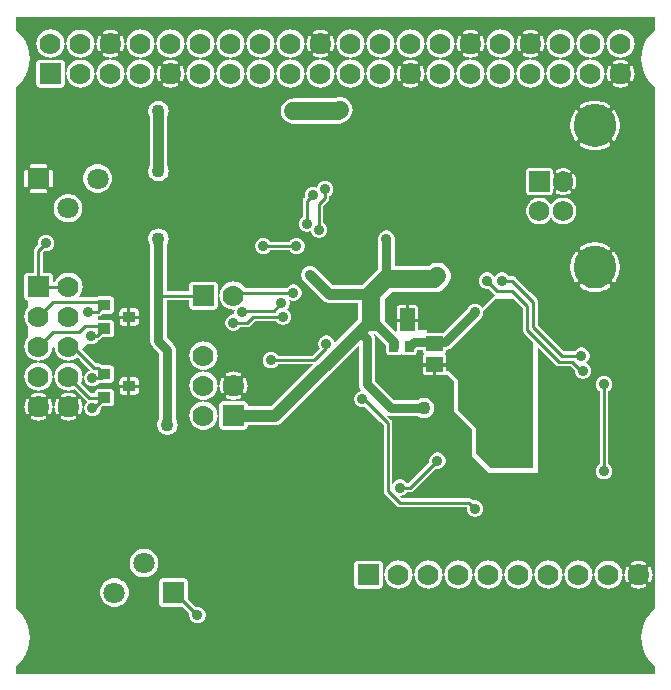
<source format=gbr>
G04 start of page 3 for group 1 idx 1 *
G04 Title: MMDVM_pog, bottom *
G04 Creator: pcb v4.0.0-ga246c150 *
G04 CreationDate: Wed Apr 26 20:29:48 2017 UTC *
G04 For: wojtek *
G04 Format: Gerber/RS-274X *
G04 PCB-Dimensions (mm): 66.29 58.42 *
G04 PCB-Coordinate-Origin: lower left *
%MOMM*%
%FSLAX43Y43*%
%LNBOTTOM*%
%ADD55C,2.300*%
%ADD54C,1.000*%
%ADD53C,0.800*%
%ADD52C,0.300*%
%ADD51C,0.500*%
%ADD50C,2.750*%
%ADD49C,1.500*%
%ADD48C,0.900*%
%ADD47C,1.100*%
%ADD46C,3.600*%
%ADD45C,1.750*%
%ADD44C,1.800*%
%ADD43C,1.778*%
%ADD42C,0.377*%
%ADD41C,1.524*%
%ADD40C,1.016*%
%ADD39C,0.250*%
%ADD38C,0.762*%
%ADD37C,0.889*%
%ADD36C,0.002*%
G54D36*G36*
X45601Y31590D02*X46683Y32672D01*
X48185D01*
X48975Y31882D01*
Y30020D01*
X48974Y30005D01*
X48978Y29946D01*
X48992Y29889D01*
X49015Y29834D01*
X49046Y29784D01*
X49046Y29784D01*
X49084Y29739D01*
X49095Y29729D01*
X49858Y28967D01*
Y18321D01*
X46302D01*
X45032Y19591D01*
Y21750D01*
X43508Y23274D01*
Y25814D01*
X42746Y26576D01*
X42480D01*
X42477Y27763D01*
X42468Y27802D01*
X42453Y27839D01*
X42432Y27873D01*
X42406Y27903D01*
X42376Y27929D01*
X42341Y27950D01*
X42305Y27965D01*
X42273Y27973D01*
X42305Y27981D01*
X42341Y27996D01*
X42376Y28017D01*
X42406Y28043D01*
X42432Y28073D01*
X42453Y28107D01*
X42468Y28144D01*
X42477Y28183D01*
X42480Y28223D01*
X42480Y28303D01*
X42567Y28324D01*
X42666Y28365D01*
X42758Y28422D01*
X42841Y28492D01*
X42858Y28512D01*
X45290Y30944D01*
X45318Y30961D01*
X45402Y31032D01*
X45473Y31116D01*
X45531Y31210D01*
X45573Y31312D01*
X45599Y31419D01*
X45605Y31529D01*
X45601Y31590D01*
G37*
G36*
X29282Y27090D02*X31200D01*
X29282Y25178D01*
Y27090D01*
G37*
G36*
X31824Y32755D02*X32035Y32544D01*
X32055Y32522D01*
X32144Y32445D01*
X32144Y32445D01*
X32245Y32383D01*
X32322Y32351D01*
X32354Y32338D01*
X32381Y32332D01*
X32468Y32311D01*
X32586Y32301D01*
X32615Y32304D01*
X35024D01*
Y30903D01*
X33029Y28914D01*
X33026Y28972D01*
X33000Y29079D01*
X32958Y29181D01*
X32900Y29275D01*
X32829Y29359D01*
X32745Y29430D01*
X32651Y29488D01*
X32549Y29530D01*
X32442Y29556D01*
X32332Y29564D01*
X32222Y29556D01*
X32115Y29530D01*
X32013Y29488D01*
X31919Y29430D01*
X31835Y29359D01*
X31824Y29346D01*
Y32755D01*
G37*
G36*
X45500Y33635D02*X45508Y33628D01*
X45602Y33570D01*
X45704Y33528D01*
X45811Y33502D01*
X45921Y33494D01*
X46031Y33502D01*
X46074Y33513D01*
X46534Y33052D01*
X46544Y33041D01*
X46589Y33003D01*
X46589Y33003D01*
X46616Y32986D01*
X45511Y31881D01*
X45500Y31898D01*
Y33635D01*
G37*
G36*
X59724Y1994D02*X59895Y1793D01*
X60145Y1580D01*
Y922D01*
X59724D01*
Y1994D01*
G37*
G36*
Y50994D02*X59895Y50793D01*
X60145Y50580D01*
Y6404D01*
X59895Y6191D01*
X59724Y5990D01*
Y8672D01*
X59726Y8673D01*
X59747Y8685D01*
X59765Y8700D01*
X59781Y8717D01*
X59793Y8737D01*
X59841Y8834D01*
X59879Y8934D01*
X59908Y9038D01*
X59927Y9143D01*
X59937Y9250D01*
Y9358D01*
X59927Y9465D01*
X59908Y9570D01*
X59879Y9674D01*
X59841Y9774D01*
X59794Y9871D01*
X59782Y9891D01*
X59766Y9909D01*
X59747Y9924D01*
X59727Y9936D01*
X59724Y9937D01*
Y50994D01*
G37*
G36*
Y56548D02*X60145D01*
Y55404D01*
X59895Y55191D01*
X59724Y54990D01*
Y56548D01*
G37*
G36*
X58200D02*X59724D01*
Y54990D01*
X59578Y54820D01*
X59323Y54404D01*
X59137Y53953D01*
X59023Y53478D01*
X58984Y52992D01*
X59023Y52506D01*
X59137Y52031D01*
X59323Y51580D01*
X59578Y51164D01*
X59724Y50994D01*
Y9937D01*
X59705Y9944D01*
X59681Y9949D01*
X59658Y9950D01*
X59634Y9948D01*
X59611Y9942D01*
X59589Y9932D01*
X59569Y9919D01*
X59552Y9903D01*
X59537Y9885D01*
X59525Y9864D01*
X59516Y9842D01*
X59511Y9819D01*
X59510Y9795D01*
X59513Y9772D01*
X59519Y9749D01*
X59529Y9727D01*
X59565Y9655D01*
X59593Y9580D01*
X59614Y9503D01*
X59629Y9424D01*
X59636Y9344D01*
Y9264D01*
X59629Y9184D01*
X59614Y9105D01*
X59593Y9028D01*
X59565Y8953D01*
X59530Y8880D01*
X59520Y8859D01*
X59514Y8836D01*
X59511Y8813D01*
X59512Y8789D01*
X59517Y8766D01*
X59526Y8744D01*
X59538Y8724D01*
X59552Y8705D01*
X59570Y8689D01*
X59590Y8677D01*
X59611Y8667D01*
X59634Y8661D01*
X59658Y8659D01*
X59681Y8660D01*
X59704Y8665D01*
X59724Y8672D01*
Y5990D01*
X59578Y5820D01*
X59323Y5404D01*
X59137Y4953D01*
X59023Y4478D01*
X58984Y3992D01*
X59023Y3506D01*
X59137Y3031D01*
X59323Y2580D01*
X59578Y2164D01*
X59724Y1994D01*
Y922D01*
X58200D01*
Y8250D01*
X58278Y8211D01*
X58378Y8173D01*
X58482Y8144D01*
X58587Y8125D01*
X58694Y8115D01*
X58802D01*
X58909Y8125D01*
X59014Y8144D01*
X59118Y8173D01*
X59218Y8211D01*
X59315Y8258D01*
X59335Y8270D01*
X59353Y8286D01*
X59368Y8305D01*
X59380Y8325D01*
X59388Y8347D01*
X59393Y8371D01*
X59394Y8394D01*
X59392Y8418D01*
X59386Y8441D01*
X59376Y8463D01*
X59363Y8483D01*
X59347Y8500D01*
X59329Y8515D01*
X59308Y8527D01*
X59286Y8536D01*
X59263Y8541D01*
X59239Y8542D01*
X59216Y8539D01*
X59193Y8533D01*
X59171Y8523D01*
X59099Y8487D01*
X59024Y8459D01*
X58947Y8438D01*
X58868Y8423D01*
X58788Y8416D01*
X58708D01*
X58628Y8423D01*
X58549Y8438D01*
X58472Y8459D01*
X58397Y8487D01*
X58324Y8522D01*
X58303Y8532D01*
X58280Y8538D01*
X58257Y8541D01*
X58233Y8540D01*
X58210Y8535D01*
X58200Y8531D01*
Y10076D01*
X58210Y10072D01*
X58233Y10067D01*
X58257Y10066D01*
X58280Y10069D01*
X58303Y10075D01*
X58325Y10085D01*
X58397Y10121D01*
X58472Y10149D01*
X58549Y10170D01*
X58628Y10185D01*
X58708Y10192D01*
X58788D01*
X58868Y10185D01*
X58947Y10170D01*
X59024Y10149D01*
X59099Y10121D01*
X59172Y10086D01*
X59193Y10076D01*
X59216Y10070D01*
X59239Y10067D01*
X59263Y10068D01*
X59286Y10073D01*
X59308Y10082D01*
X59328Y10094D01*
X59347Y10108D01*
X59363Y10126D01*
X59375Y10146D01*
X59385Y10167D01*
X59391Y10190D01*
X59393Y10214D01*
X59392Y10237D01*
X59387Y10260D01*
X59379Y10282D01*
X59367Y10303D01*
X59352Y10321D01*
X59335Y10337D01*
X59315Y10349D01*
X59218Y10397D01*
X59118Y10435D01*
X59014Y10464D01*
X58909Y10483D01*
X58802Y10493D01*
X58694D01*
X58587Y10483D01*
X58482Y10464D01*
X58378Y10435D01*
X58278Y10397D01*
X58200Y10359D01*
Y51090D01*
X58202Y51091D01*
X58223Y51103D01*
X58241Y51118D01*
X58257Y51135D01*
X58269Y51155D01*
X58317Y51252D01*
X58355Y51352D01*
X58384Y51456D01*
X58403Y51561D01*
X58413Y51668D01*
Y51776D01*
X58403Y51883D01*
X58384Y51988D01*
X58355Y52092D01*
X58317Y52192D01*
X58270Y52289D01*
X58258Y52309D01*
X58242Y52327D01*
X58223Y52342D01*
X58203Y52354D01*
X58200Y52355D01*
Y53578D01*
X58287Y53721D01*
X58358Y53893D01*
X58402Y54075D01*
X58413Y54262D01*
X58402Y54449D01*
X58358Y54631D01*
X58287Y54803D01*
X58200Y54946D01*
Y56548D01*
G37*
G36*
Y922D02*X57772D01*
Y8671D01*
X57791Y8664D01*
X57815Y8659D01*
X57838Y8658D01*
X57862Y8660D01*
X57885Y8666D01*
X57907Y8676D01*
X57927Y8689D01*
X57944Y8705D01*
X57959Y8723D01*
X57971Y8744D01*
X57980Y8766D01*
X57985Y8789D01*
X57986Y8813D01*
X57983Y8836D01*
X57977Y8859D01*
X57967Y8881D01*
X57931Y8953D01*
X57903Y9028D01*
X57882Y9105D01*
X57867Y9184D01*
X57860Y9264D01*
Y9344D01*
X57867Y9424D01*
X57882Y9503D01*
X57903Y9580D01*
X57931Y9655D01*
X57966Y9728D01*
X57976Y9749D01*
X57982Y9772D01*
X57985Y9795D01*
X57984Y9819D01*
X57979Y9842D01*
X57970Y9864D01*
X57958Y9884D01*
X57944Y9903D01*
X57926Y9919D01*
X57906Y9931D01*
X57885Y9941D01*
X57862Y9947D01*
X57838Y9949D01*
X57815Y9948D01*
X57792Y9943D01*
X57772Y9936D01*
Y50667D01*
X57791Y50676D01*
X57811Y50688D01*
X57829Y50704D01*
X57844Y50723D01*
X57856Y50743D01*
X57864Y50765D01*
X57869Y50789D01*
X57870Y50812D01*
X57868Y50836D01*
X57862Y50859D01*
X57852Y50881D01*
X57839Y50901D01*
X57823Y50918D01*
X57805Y50933D01*
X57784Y50945D01*
X57772Y50950D01*
Y52495D01*
X57784Y52500D01*
X57804Y52512D01*
X57823Y52526D01*
X57839Y52544D01*
X57851Y52564D01*
X57861Y52585D01*
X57867Y52608D01*
X57869Y52632D01*
X57868Y52655D01*
X57863Y52678D01*
X57855Y52700D01*
X57843Y52721D01*
X57828Y52739D01*
X57811Y52755D01*
X57791Y52767D01*
X57772Y52776D01*
Y53204D01*
X57925Y53297D01*
X58067Y53419D01*
X58189Y53561D01*
X58200Y53578D01*
Y52355D01*
X58181Y52362D01*
X58157Y52367D01*
X58134Y52368D01*
X58110Y52366D01*
X58087Y52360D01*
X58065Y52350D01*
X58045Y52337D01*
X58028Y52321D01*
X58013Y52303D01*
X58001Y52282D01*
X57992Y52260D01*
X57987Y52237D01*
X57986Y52213D01*
X57989Y52190D01*
X57995Y52167D01*
X58005Y52145D01*
X58041Y52073D01*
X58069Y51998D01*
X58090Y51921D01*
X58105Y51842D01*
X58112Y51762D01*
Y51682D01*
X58105Y51602D01*
X58090Y51523D01*
X58069Y51446D01*
X58041Y51371D01*
X58006Y51298D01*
X57996Y51277D01*
X57990Y51254D01*
X57987Y51231D01*
X57988Y51207D01*
X57993Y51184D01*
X58002Y51162D01*
X58014Y51142D01*
X58028Y51123D01*
X58046Y51107D01*
X58066Y51095D01*
X58087Y51085D01*
X58110Y51079D01*
X58134Y51077D01*
X58157Y51078D01*
X58180Y51083D01*
X58200Y51090D01*
Y10359D01*
X58181Y10350D01*
X58161Y10338D01*
X58143Y10322D01*
X58128Y10303D01*
X58116Y10283D01*
X58108Y10261D01*
X58103Y10237D01*
X58102Y10214D01*
X58104Y10190D01*
X58110Y10167D01*
X58120Y10145D01*
X58133Y10125D01*
X58149Y10108D01*
X58167Y10093D01*
X58188Y10081D01*
X58200Y10076D01*
Y8531D01*
X58188Y8526D01*
X58168Y8514D01*
X58149Y8500D01*
X58133Y8482D01*
X58121Y8462D01*
X58111Y8441D01*
X58105Y8418D01*
X58103Y8394D01*
X58104Y8371D01*
X58109Y8348D01*
X58117Y8326D01*
X58129Y8305D01*
X58144Y8287D01*
X58161Y8271D01*
X58181Y8259D01*
X58200Y8250D01*
Y922D01*
G37*
G36*
X57772Y52776D02*X57694Y52815D01*
X57594Y52853D01*
X57490Y52882D01*
X57385Y52901D01*
X57278Y52911D01*
X57222D01*
Y53069D01*
X57224Y53069D01*
X57411Y53084D01*
X57593Y53128D01*
X57765Y53199D01*
X57772Y53204D01*
Y52776D01*
G37*
G36*
Y50950D02*X57762Y50954D01*
X57739Y50959D01*
X57715Y50960D01*
X57692Y50957D01*
X57669Y50951D01*
X57647Y50941D01*
X57575Y50905D01*
X57500Y50877D01*
X57423Y50856D01*
X57344Y50841D01*
X57264Y50834D01*
X57222D01*
Y52610D01*
X57264D01*
X57344Y52603D01*
X57423Y52588D01*
X57500Y52567D01*
X57575Y52539D01*
X57648Y52504D01*
X57669Y52494D01*
X57692Y52488D01*
X57715Y52485D01*
X57739Y52486D01*
X57762Y52491D01*
X57772Y52495D01*
Y50950D01*
G37*
G36*
Y922D02*X57222D01*
Y8683D01*
X57271Y8763D01*
X57342Y8935D01*
X57386Y9117D01*
X57397Y9304D01*
X57386Y9491D01*
X57342Y9673D01*
X57271Y9845D01*
X57222Y9925D01*
Y50533D01*
X57278D01*
X57385Y50543D01*
X57490Y50562D01*
X57594Y50591D01*
X57694Y50629D01*
X57772Y50667D01*
Y9936D01*
X57770Y9935D01*
X57749Y9923D01*
X57731Y9908D01*
X57715Y9891D01*
X57703Y9871D01*
X57655Y9774D01*
X57617Y9674D01*
X57588Y9570D01*
X57569Y9465D01*
X57559Y9358D01*
Y9250D01*
X57569Y9143D01*
X57588Y9038D01*
X57617Y8934D01*
X57655Y8834D01*
X57702Y8737D01*
X57714Y8717D01*
X57730Y8699D01*
X57749Y8684D01*
X57769Y8672D01*
X57772Y8671D01*
Y922D01*
G37*
G36*
X57222Y56548D02*X58200D01*
Y54946D01*
X58189Y54963D01*
X58067Y55105D01*
X57925Y55227D01*
X57765Y55325D01*
X57593Y55396D01*
X57411Y55440D01*
X57224Y55455D01*
X57222Y55455D01*
Y56548D01*
G37*
G36*
X56248Y8115D02*X56395Y8126D01*
X56577Y8170D01*
X56749Y8241D01*
X56909Y8339D01*
X57051Y8461D01*
X57173Y8603D01*
X57222Y8683D01*
Y922D01*
X56248D01*
Y8115D01*
G37*
G36*
X56828Y47690D02*X56837Y47651D01*
X56859Y47490D01*
X56866Y47328D01*
X56859Y47166D01*
X56837Y47005D01*
X56828Y46966D01*
Y47690D01*
G37*
G36*
Y35690D02*X56837Y35651D01*
X56859Y35490D01*
X56866Y35328D01*
X56859Y35166D01*
X56837Y35005D01*
X56828Y34966D01*
Y35690D01*
G37*
G36*
Y50601D02*X56854Y50591D01*
X56958Y50562D01*
X57063Y50543D01*
X57170Y50533D01*
X57222D01*
Y9925D01*
X57173Y10005D01*
X57051Y10147D01*
X56909Y10269D01*
X56828Y10319D01*
Y34186D01*
X56868Y34245D01*
X56958Y34412D01*
X57033Y34586D01*
X57092Y34766D01*
X57134Y34951D01*
X57160Y35139D01*
X57168Y35328D01*
X57160Y35517D01*
X57134Y35705D01*
X57092Y35890D01*
X57033Y36070D01*
X56958Y36244D01*
X56868Y36411D01*
X56828Y36471D01*
Y46186D01*
X56868Y46245D01*
X56958Y46412D01*
X57033Y46586D01*
X57092Y46766D01*
X57134Y46951D01*
X57160Y47139D01*
X57168Y47328D01*
X57160Y47517D01*
X57134Y47705D01*
X57092Y47890D01*
X57033Y48070D01*
X56958Y48244D01*
X56868Y48411D01*
X56828Y48471D01*
Y50601D01*
G37*
G36*
Y52516D02*X56873Y52539D01*
X56948Y52567D01*
X57025Y52588D01*
X57104Y52603D01*
X57184Y52610D01*
X57222D01*
Y50834D01*
X57184D01*
X57104Y50841D01*
X57025Y50856D01*
X56948Y50877D01*
X56873Y50905D01*
X56828Y50927D01*
Y52516D01*
G37*
G36*
Y53139D02*X56855Y53128D01*
X57037Y53084D01*
X57222Y53069D01*
Y52911D01*
X57170D01*
X57063Y52901D01*
X56958Y52882D01*
X56854Y52853D01*
X56828Y52843D01*
Y53139D01*
G37*
G36*
X56248Y53578D02*X56259Y53561D01*
X56381Y53419D01*
X56523Y53297D01*
X56683Y53199D01*
X56828Y53139D01*
Y52843D01*
X56754Y52815D01*
X56657Y52768D01*
X56637Y52756D01*
X56619Y52740D01*
X56604Y52721D01*
X56592Y52701D01*
X56584Y52679D01*
X56579Y52655D01*
X56578Y52632D01*
X56580Y52608D01*
X56586Y52585D01*
X56596Y52563D01*
X56609Y52543D01*
X56625Y52526D01*
X56643Y52511D01*
X56664Y52499D01*
X56686Y52490D01*
X56709Y52485D01*
X56733Y52484D01*
X56756Y52487D01*
X56779Y52493D01*
X56801Y52503D01*
X56828Y52516D01*
Y50927D01*
X56800Y50940D01*
X56779Y50950D01*
X56756Y50956D01*
X56733Y50959D01*
X56709Y50958D01*
X56686Y50953D01*
X56664Y50944D01*
X56644Y50932D01*
X56625Y50918D01*
X56609Y50900D01*
X56597Y50880D01*
X56587Y50859D01*
X56581Y50836D01*
X56579Y50812D01*
X56580Y50789D01*
X56585Y50766D01*
X56593Y50744D01*
X56605Y50723D01*
X56620Y50705D01*
X56637Y50689D01*
X56657Y50677D01*
X56754Y50629D01*
X56828Y50601D01*
Y48471D01*
X56763Y48569D01*
X56747Y48587D01*
X56729Y48603D01*
X56709Y48615D01*
X56686Y48624D01*
X56663Y48630D01*
X56639Y48632D01*
X56616Y48630D01*
X56592Y48624D01*
X56570Y48615D01*
X56550Y48602D01*
X56532Y48587D01*
X56516Y48568D01*
X56504Y48548D01*
X56495Y48526D01*
X56489Y48503D01*
X56488Y48479D01*
X56490Y48455D01*
X56495Y48432D01*
X56504Y48410D01*
X56517Y48390D01*
X56609Y48255D01*
X56686Y48113D01*
X56750Y47964D01*
X56800Y47809D01*
X56828Y47690D01*
Y46966D01*
X56800Y46847D01*
X56750Y46692D01*
X56686Y46543D01*
X56609Y46401D01*
X56519Y46265D01*
X56506Y46245D01*
X56497Y46224D01*
X56491Y46201D01*
X56489Y46177D01*
X56491Y46154D01*
X56497Y46131D01*
X56506Y46109D01*
X56518Y46089D01*
X56533Y46071D01*
X56551Y46055D01*
X56571Y46043D01*
X56593Y46034D01*
X56616Y46028D01*
X56639Y46026D01*
X56663Y46028D01*
X56686Y46033D01*
X56708Y46042D01*
X56728Y46055D01*
X56746Y46070D01*
X56761Y46088D01*
X56828Y46186D01*
Y36471D01*
X56763Y36569D01*
X56747Y36587D01*
X56729Y36603D01*
X56709Y36615D01*
X56686Y36624D01*
X56663Y36630D01*
X56639Y36632D01*
X56616Y36630D01*
X56592Y36624D01*
X56570Y36615D01*
X56550Y36602D01*
X56532Y36587D01*
X56516Y36568D01*
X56504Y36548D01*
X56495Y36526D01*
X56489Y36503D01*
X56488Y36479D01*
X56490Y36455D01*
X56495Y36432D01*
X56504Y36410D01*
X56517Y36390D01*
X56609Y36255D01*
X56686Y36113D01*
X56750Y35964D01*
X56800Y35809D01*
X56828Y35690D01*
Y34966D01*
X56800Y34847D01*
X56750Y34692D01*
X56686Y34543D01*
X56609Y34401D01*
X56519Y34265D01*
X56506Y34245D01*
X56497Y34224D01*
X56491Y34201D01*
X56489Y34177D01*
X56491Y34154D01*
X56497Y34131D01*
X56506Y34109D01*
X56518Y34089D01*
X56533Y34071D01*
X56551Y34055D01*
X56571Y34043D01*
X56593Y34034D01*
X56616Y34028D01*
X56639Y34026D01*
X56663Y34028D01*
X56686Y34033D01*
X56708Y34042D01*
X56728Y34055D01*
X56746Y34070D01*
X56761Y34088D01*
X56828Y34186D01*
Y10319D01*
X56749Y10367D01*
X56577Y10438D01*
X56395Y10482D01*
X56248Y10493D01*
Y17506D01*
X56324Y17570D01*
X56395Y17654D01*
X56453Y17748D01*
X56495Y17850D01*
X56521Y17957D01*
X56527Y18067D01*
X56521Y18177D01*
X56495Y18284D01*
X56453Y18386D01*
X56395Y18480D01*
X56324Y18564D01*
X56248Y18628D01*
Y24872D01*
X56324Y24936D01*
X56395Y25020D01*
X56453Y25114D01*
X56495Y25216D01*
X56521Y25323D01*
X56527Y25433D01*
X56521Y25543D01*
X56495Y25650D01*
X56453Y25752D01*
X56395Y25846D01*
X56324Y25930D01*
X56248Y25994D01*
Y33592D01*
X56307Y33631D01*
X56325Y33647D01*
X56341Y33665D01*
X56353Y33685D01*
X56362Y33708D01*
X56368Y33731D01*
X56370Y33755D01*
X56368Y33778D01*
X56362Y33802D01*
X56353Y33824D01*
X56340Y33844D01*
X56325Y33862D01*
X56306Y33878D01*
X56286Y33890D01*
X56264Y33899D01*
X56248Y33903D01*
Y36755D01*
X56263Y36759D01*
X56285Y36768D01*
X56305Y36780D01*
X56323Y36795D01*
X56339Y36813D01*
X56351Y36833D01*
X56360Y36855D01*
X56366Y36878D01*
X56368Y36901D01*
X56366Y36925D01*
X56361Y36948D01*
X56352Y36970D01*
X56339Y36990D01*
X56324Y37008D01*
X56306Y37023D01*
X56248Y37062D01*
Y45592D01*
X56307Y45631D01*
X56325Y45647D01*
X56341Y45665D01*
X56353Y45685D01*
X56362Y45708D01*
X56368Y45731D01*
X56370Y45755D01*
X56368Y45778D01*
X56362Y45802D01*
X56353Y45824D01*
X56340Y45844D01*
X56325Y45862D01*
X56306Y45878D01*
X56286Y45890D01*
X56264Y45899D01*
X56248Y45903D01*
Y48755D01*
X56263Y48759D01*
X56285Y48768D01*
X56305Y48780D01*
X56323Y48795D01*
X56339Y48813D01*
X56351Y48833D01*
X56360Y48855D01*
X56366Y48878D01*
X56368Y48901D01*
X56366Y48925D01*
X56361Y48948D01*
X56352Y48970D01*
X56339Y48990D01*
X56324Y49008D01*
X56306Y49023D01*
X56248Y49062D01*
Y51089D01*
X56267Y51082D01*
X56291Y51077D01*
X56314Y51076D01*
X56338Y51078D01*
X56361Y51084D01*
X56383Y51094D01*
X56403Y51107D01*
X56420Y51123D01*
X56435Y51141D01*
X56447Y51162D01*
X56456Y51184D01*
X56461Y51207D01*
X56462Y51231D01*
X56459Y51254D01*
X56453Y51277D01*
X56443Y51299D01*
X56407Y51371D01*
X56379Y51446D01*
X56358Y51523D01*
X56343Y51602D01*
X56336Y51682D01*
Y51762D01*
X56343Y51842D01*
X56358Y51921D01*
X56379Y51998D01*
X56407Y52073D01*
X56442Y52146D01*
X56452Y52167D01*
X56458Y52190D01*
X56461Y52213D01*
X56460Y52237D01*
X56455Y52260D01*
X56446Y52282D01*
X56434Y52302D01*
X56420Y52321D01*
X56402Y52337D01*
X56382Y52349D01*
X56361Y52359D01*
X56338Y52365D01*
X56314Y52367D01*
X56291Y52366D01*
X56268Y52361D01*
X56248Y52354D01*
Y53578D01*
G37*
G36*
Y56548D02*X57222D01*
Y55455D01*
X57037Y55440D01*
X56855Y55396D01*
X56683Y55325D01*
X56523Y55227D01*
X56381Y55105D01*
X56259Y54963D01*
X56248Y54946D01*
Y56548D01*
G37*
G36*
Y18628D02*X56240Y18635D01*
X56202Y18658D01*
Y24842D01*
X56240Y24865D01*
X56248Y24872D01*
Y18628D01*
G37*
G36*
Y45903D02*X56241Y45905D01*
X56217Y45906D01*
X56193Y45904D01*
X56170Y45899D01*
X56148Y45890D01*
X56128Y45877D01*
X55993Y45785D01*
X55851Y45708D01*
X55702Y45644D01*
X55547Y45594D01*
X55389Y45557D01*
X55228Y45535D01*
X55066Y45528D01*
X54904Y45535D01*
X54743Y45557D01*
X54682Y45571D01*
Y49085D01*
X54743Y49099D01*
X54904Y49121D01*
X55066Y49128D01*
X55228Y49121D01*
X55389Y49099D01*
X55547Y49062D01*
X55702Y49012D01*
X55851Y48948D01*
X55993Y48871D01*
X56129Y48781D01*
X56149Y48768D01*
X56170Y48759D01*
X56193Y48753D01*
X56217Y48751D01*
X56240Y48753D01*
X56248Y48755D01*
Y45903D01*
G37*
G36*
Y37062D02*X56149Y37130D01*
X55982Y37220D01*
X55808Y37295D01*
X55628Y37354D01*
X55443Y37396D01*
X55255Y37422D01*
X55066Y37430D01*
X54877Y37422D01*
X54689Y37396D01*
X54682Y37394D01*
Y45262D01*
X54689Y45260D01*
X54877Y45234D01*
X55066Y45226D01*
X55255Y45234D01*
X55443Y45260D01*
X55628Y45302D01*
X55808Y45361D01*
X55982Y45436D01*
X56149Y45526D01*
X56248Y45592D01*
Y37062D01*
G37*
G36*
Y33903D02*X56241Y33905D01*
X56217Y33906D01*
X56193Y33904D01*
X56170Y33899D01*
X56148Y33890D01*
X56128Y33877D01*
X55993Y33785D01*
X55851Y33708D01*
X55702Y33644D01*
X55547Y33594D01*
X55389Y33557D01*
X55228Y33535D01*
X55066Y33528D01*
X54904Y33535D01*
X54743Y33557D01*
X54682Y33571D01*
Y37085D01*
X54743Y37099D01*
X54904Y37121D01*
X55066Y37128D01*
X55228Y37121D01*
X55389Y37099D01*
X55547Y37062D01*
X55702Y37012D01*
X55851Y36948D01*
X55993Y36871D01*
X56129Y36781D01*
X56149Y36768D01*
X56170Y36759D01*
X56193Y36753D01*
X56217Y36751D01*
X56240Y36753D01*
X56248Y36755D01*
Y33903D01*
G37*
G36*
Y10493D02*X56208Y10497D01*
X56021Y10482D01*
X55839Y10438D01*
X55667Y10367D01*
X55507Y10269D01*
X55365Y10147D01*
X55243Y10005D01*
X55145Y9845D01*
X55074Y9673D01*
X55030Y9491D01*
X55015Y9304D01*
X55030Y9117D01*
X55074Y8935D01*
X55145Y8763D01*
X55243Y8603D01*
X55365Y8461D01*
X55507Y8339D01*
X55667Y8241D01*
X55839Y8170D01*
X56021Y8126D01*
X56208Y8111D01*
X56248Y8115D01*
Y922D01*
X54682D01*
Y8683D01*
X54731Y8763D01*
X54802Y8935D01*
X54846Y9117D01*
X54857Y9304D01*
X54846Y9491D01*
X54802Y9673D01*
X54731Y9845D01*
X54682Y9925D01*
Y26275D01*
X54717Y26359D01*
X54743Y26466D01*
X54749Y26576D01*
X54743Y26686D01*
X54717Y26793D01*
X54682Y26877D01*
Y33262D01*
X54689Y33260D01*
X54877Y33234D01*
X55066Y33226D01*
X55255Y33234D01*
X55443Y33260D01*
X55628Y33302D01*
X55808Y33361D01*
X55982Y33436D01*
X56149Y33526D01*
X56248Y33592D01*
Y25994D01*
X56240Y26001D01*
X56146Y26059D01*
X56044Y26101D01*
X55937Y26127D01*
X55827Y26135D01*
X55717Y26127D01*
X55610Y26101D01*
X55508Y26059D01*
X55414Y26001D01*
X55330Y25930D01*
X55259Y25846D01*
X55201Y25752D01*
X55159Y25650D01*
X55133Y25543D01*
X55125Y25433D01*
X55133Y25323D01*
X55159Y25216D01*
X55201Y25114D01*
X55259Y25020D01*
X55330Y24936D01*
X55414Y24865D01*
X55452Y24842D01*
Y18658D01*
X55414Y18635D01*
X55330Y18564D01*
X55259Y18480D01*
X55201Y18386D01*
X55159Y18284D01*
X55133Y18177D01*
X55125Y18067D01*
X55133Y17957D01*
X55159Y17850D01*
X55201Y17748D01*
X55259Y17654D01*
X55330Y17570D01*
X55414Y17499D01*
X55508Y17441D01*
X55610Y17399D01*
X55717Y17373D01*
X55827Y17365D01*
X55937Y17373D01*
X56044Y17399D01*
X56146Y17441D01*
X56240Y17499D01*
X56248Y17506D01*
Y10493D01*
G37*
G36*
X54682Y56548D02*X56248D01*
Y54946D01*
X56161Y54803D01*
X56090Y54631D01*
X56046Y54449D01*
X56031Y54262D01*
X56046Y54075D01*
X56090Y53893D01*
X56161Y53721D01*
X56248Y53578D01*
Y52354D01*
X56246Y52353D01*
X56225Y52341D01*
X56207Y52326D01*
X56191Y52309D01*
X56179Y52289D01*
X56131Y52192D01*
X56093Y52092D01*
X56064Y51988D01*
X56045Y51883D01*
X56035Y51776D01*
Y51668D01*
X56045Y51561D01*
X56064Y51456D01*
X56093Y51352D01*
X56131Y51252D01*
X56178Y51155D01*
X56190Y51135D01*
X56206Y51117D01*
X56225Y51102D01*
X56245Y51090D01*
X56248Y51089D01*
Y49062D01*
X56149Y49130D01*
X55982Y49220D01*
X55808Y49295D01*
X55628Y49354D01*
X55443Y49396D01*
X55255Y49422D01*
X55066Y49430D01*
X54877Y49422D01*
X54689Y49396D01*
X54682Y49394D01*
Y50529D01*
X54684Y50529D01*
X54871Y50544D01*
X55053Y50588D01*
X55225Y50659D01*
X55385Y50757D01*
X55527Y50879D01*
X55649Y51021D01*
X55747Y51181D01*
X55818Y51353D01*
X55862Y51535D01*
X55873Y51722D01*
X55862Y51909D01*
X55818Y52091D01*
X55747Y52263D01*
X55649Y52423D01*
X55527Y52565D01*
X55385Y52687D01*
X55225Y52785D01*
X55053Y52856D01*
X54871Y52900D01*
X54684Y52915D01*
X54682Y52915D01*
Y53069D01*
X54684Y53069D01*
X54871Y53084D01*
X55053Y53128D01*
X55225Y53199D01*
X55385Y53297D01*
X55527Y53419D01*
X55649Y53561D01*
X55747Y53721D01*
X55818Y53893D01*
X55862Y54075D01*
X55873Y54262D01*
X55862Y54449D01*
X55818Y54631D01*
X55747Y54803D01*
X55649Y54963D01*
X55527Y55105D01*
X55385Y55227D01*
X55225Y55325D01*
X55053Y55396D01*
X54871Y55440D01*
X54684Y55455D01*
X54682Y55455D01*
Y56548D01*
G37*
G36*
Y922D02*X52142D01*
Y8683D01*
X52191Y8763D01*
X52262Y8935D01*
X52306Y9117D01*
X52317Y9304D01*
X52306Y9491D01*
X52262Y9673D01*
X52191Y9845D01*
X52142Y9925D01*
Y26963D01*
X53005D01*
X53350Y26618D01*
X53347Y26576D01*
X53355Y26466D01*
X53381Y26359D01*
X53423Y26257D01*
X53481Y26163D01*
X53552Y26079D01*
X53636Y26008D01*
X53730Y25950D01*
X53832Y25908D01*
X53939Y25882D01*
X54049Y25874D01*
X54159Y25882D01*
X54266Y25908D01*
X54368Y25950D01*
X54462Y26008D01*
X54546Y26079D01*
X54617Y26163D01*
X54675Y26257D01*
X54682Y26275D01*
Y9925D01*
X54633Y10005D01*
X54511Y10147D01*
X54369Y10269D01*
X54209Y10367D01*
X54037Y10438D01*
X53855Y10482D01*
X53668Y10497D01*
X53481Y10482D01*
X53299Y10438D01*
X53127Y10367D01*
X52967Y10269D01*
X52825Y10147D01*
X52703Y10005D01*
X52605Y9845D01*
X52534Y9673D01*
X52490Y9491D01*
X52475Y9304D01*
X52490Y9117D01*
X52534Y8935D01*
X52605Y8763D01*
X52703Y8603D01*
X52825Y8461D01*
X52967Y8339D01*
X53127Y8241D01*
X53299Y8170D01*
X53481Y8126D01*
X53668Y8111D01*
X53855Y8126D01*
X54037Y8170D01*
X54209Y8241D01*
X54369Y8339D01*
X54511Y8461D01*
X54633Y8603D01*
X54682Y8683D01*
Y922D01*
G37*
G36*
X53304Y56548D02*X54682D01*
Y55455D01*
X54497Y55440D01*
X54315Y55396D01*
X54143Y55325D01*
X53983Y55227D01*
X53841Y55105D01*
X53719Y54963D01*
X53621Y54803D01*
X53550Y54631D01*
X53506Y54449D01*
X53491Y54262D01*
X53506Y54075D01*
X53550Y53893D01*
X53621Y53721D01*
X53719Y53561D01*
X53841Y53419D01*
X53983Y53297D01*
X54143Y53199D01*
X54315Y53128D01*
X54497Y53084D01*
X54682Y53069D01*
Y52915D01*
X54497Y52900D01*
X54315Y52856D01*
X54143Y52785D01*
X53983Y52687D01*
X53841Y52565D01*
X53719Y52423D01*
X53621Y52263D01*
X53550Y52091D01*
X53506Y51909D01*
X53491Y51722D01*
X53506Y51535D01*
X53550Y51353D01*
X53621Y51181D01*
X53719Y51021D01*
X53841Y50879D01*
X53983Y50757D01*
X54143Y50659D01*
X54315Y50588D01*
X54497Y50544D01*
X54682Y50529D01*
Y49394D01*
X54504Y49354D01*
X54324Y49295D01*
X54150Y49220D01*
X53983Y49130D01*
X53825Y49025D01*
X53807Y49009D01*
X53791Y48991D01*
X53779Y48971D01*
X53770Y48948D01*
X53764Y48925D01*
X53762Y48901D01*
X53764Y48878D01*
X53770Y48854D01*
X53779Y48832D01*
X53792Y48812D01*
X53807Y48794D01*
X53826Y48778D01*
X53846Y48766D01*
X53868Y48757D01*
X53891Y48751D01*
X53915Y48750D01*
X53939Y48752D01*
X53962Y48757D01*
X53984Y48766D01*
X54004Y48779D01*
X54139Y48871D01*
X54281Y48948D01*
X54430Y49012D01*
X54585Y49062D01*
X54682Y49085D01*
Y45571D01*
X54585Y45594D01*
X54430Y45644D01*
X54281Y45708D01*
X54139Y45785D01*
X54003Y45875D01*
X53983Y45888D01*
X53962Y45897D01*
X53939Y45903D01*
X53915Y45905D01*
X53892Y45903D01*
X53869Y45897D01*
X53847Y45888D01*
X53827Y45876D01*
X53809Y45861D01*
X53793Y45843D01*
X53781Y45823D01*
X53772Y45801D01*
X53766Y45778D01*
X53764Y45755D01*
X53766Y45731D01*
X53771Y45708D01*
X53780Y45686D01*
X53793Y45666D01*
X53808Y45648D01*
X53826Y45633D01*
X53983Y45526D01*
X54150Y45436D01*
X54324Y45361D01*
X54504Y45302D01*
X54682Y45262D01*
Y37394D01*
X54504Y37354D01*
X54324Y37295D01*
X54150Y37220D01*
X53983Y37130D01*
X53825Y37025D01*
X53807Y37009D01*
X53791Y36991D01*
X53779Y36971D01*
X53770Y36948D01*
X53764Y36925D01*
X53762Y36901D01*
X53764Y36878D01*
X53770Y36854D01*
X53779Y36832D01*
X53792Y36812D01*
X53807Y36794D01*
X53826Y36778D01*
X53846Y36766D01*
X53868Y36757D01*
X53891Y36751D01*
X53915Y36750D01*
X53939Y36752D01*
X53962Y36757D01*
X53984Y36766D01*
X54004Y36779D01*
X54139Y36871D01*
X54281Y36948D01*
X54430Y37012D01*
X54585Y37062D01*
X54682Y37085D01*
Y33571D01*
X54585Y33594D01*
X54430Y33644D01*
X54281Y33708D01*
X54139Y33785D01*
X54003Y33875D01*
X53983Y33888D01*
X53962Y33897D01*
X53939Y33903D01*
X53915Y33905D01*
X53892Y33903D01*
X53869Y33897D01*
X53847Y33888D01*
X53827Y33876D01*
X53809Y33861D01*
X53793Y33843D01*
X53781Y33823D01*
X53772Y33801D01*
X53766Y33778D01*
X53764Y33755D01*
X53766Y33731D01*
X53771Y33708D01*
X53780Y33686D01*
X53793Y33666D01*
X53808Y33648D01*
X53826Y33633D01*
X53983Y33526D01*
X54150Y33436D01*
X54324Y33361D01*
X54504Y33302D01*
X54682Y33262D01*
Y26877D01*
X54675Y26895D01*
X54617Y26989D01*
X54546Y27073D01*
X54462Y27144D01*
X54368Y27202D01*
X54274Y27241D01*
X54335Y27278D01*
X54419Y27349D01*
X54490Y27433D01*
X54548Y27527D01*
X54590Y27629D01*
X54616Y27736D01*
X54622Y27846D01*
X54616Y27956D01*
X54590Y28063D01*
X54548Y28165D01*
X54490Y28259D01*
X54419Y28343D01*
X54335Y28414D01*
X54241Y28472D01*
X54139Y28514D01*
X54032Y28540D01*
X53922Y28548D01*
X53812Y28540D01*
X53705Y28514D01*
X53603Y28472D01*
X53509Y28414D01*
X53425Y28343D01*
X53354Y28259D01*
X53331Y28221D01*
X53304D01*
Y34185D01*
X53369Y34087D01*
X53385Y34069D01*
X53403Y34053D01*
X53423Y34041D01*
X53446Y34032D01*
X53469Y34026D01*
X53493Y34024D01*
X53516Y34026D01*
X53540Y34032D01*
X53562Y34041D01*
X53582Y34054D01*
X53600Y34069D01*
X53616Y34088D01*
X53628Y34108D01*
X53637Y34130D01*
X53643Y34153D01*
X53644Y34177D01*
X53642Y34201D01*
X53637Y34224D01*
X53628Y34246D01*
X53615Y34266D01*
X53523Y34401D01*
X53446Y34543D01*
X53382Y34692D01*
X53332Y34847D01*
X53304Y34966D01*
Y35690D01*
X53332Y35809D01*
X53382Y35964D01*
X53446Y36113D01*
X53523Y36255D01*
X53613Y36391D01*
X53626Y36411D01*
X53635Y36432D01*
X53641Y36455D01*
X53643Y36479D01*
X53641Y36502D01*
X53635Y36525D01*
X53626Y36547D01*
X53614Y36567D01*
X53599Y36585D01*
X53581Y36601D01*
X53561Y36613D01*
X53539Y36622D01*
X53516Y36628D01*
X53493Y36630D01*
X53469Y36628D01*
X53446Y36623D01*
X53424Y36614D01*
X53404Y36601D01*
X53386Y36586D01*
X53371Y36568D01*
X53304Y36470D01*
Y39456D01*
X53371Y39566D01*
X53439Y39729D01*
X53481Y39901D01*
X53491Y40078D01*
X53481Y40255D01*
X53439Y40427D01*
X53371Y40590D01*
X53304Y40700D01*
Y41970D01*
X53309Y41974D01*
X53323Y41988D01*
X53334Y42004D01*
X53382Y42092D01*
X53421Y42185D01*
X53452Y42280D01*
X53474Y42378D01*
X53488Y42478D01*
X53492Y42578D01*
X53488Y42678D01*
X53474Y42778D01*
X53452Y42876D01*
X53421Y42971D01*
X53382Y43064D01*
X53335Y43153D01*
X53323Y43169D01*
X53309Y43183D01*
X53304Y43187D01*
Y46185D01*
X53369Y46087D01*
X53385Y46069D01*
X53403Y46053D01*
X53423Y46041D01*
X53446Y46032D01*
X53469Y46026D01*
X53493Y46024D01*
X53516Y46026D01*
X53540Y46032D01*
X53562Y46041D01*
X53582Y46054D01*
X53600Y46069D01*
X53616Y46088D01*
X53628Y46108D01*
X53637Y46130D01*
X53643Y46153D01*
X53644Y46177D01*
X53642Y46201D01*
X53637Y46224D01*
X53628Y46246D01*
X53615Y46266D01*
X53523Y46401D01*
X53446Y46543D01*
X53382Y46692D01*
X53332Y46847D01*
X53304Y46966D01*
Y47690D01*
X53332Y47809D01*
X53382Y47964D01*
X53446Y48113D01*
X53523Y48255D01*
X53613Y48391D01*
X53626Y48411D01*
X53635Y48432D01*
X53641Y48455D01*
X53643Y48479D01*
X53641Y48502D01*
X53635Y48525D01*
X53626Y48547D01*
X53614Y48567D01*
X53599Y48585D01*
X53581Y48601D01*
X53561Y48613D01*
X53539Y48622D01*
X53516Y48628D01*
X53493Y48630D01*
X53469Y48628D01*
X53446Y48623D01*
X53424Y48614D01*
X53404Y48601D01*
X53386Y48586D01*
X53371Y48568D01*
X53304Y48470D01*
Y51461D01*
X53322Y51535D01*
X53333Y51722D01*
X53322Y51909D01*
X53304Y51983D01*
Y54001D01*
X53322Y54075D01*
X53333Y54262D01*
X53322Y54449D01*
X53304Y54523D01*
Y56548D01*
G37*
G36*
Y46966D02*X53295Y47005D01*
X53273Y47166D01*
X53266Y47328D01*
X53273Y47490D01*
X53295Y47651D01*
X53304Y47690D01*
Y46966D01*
G37*
G36*
Y34966D02*X53295Y35005D01*
X53273Y35166D01*
X53266Y35328D01*
X53273Y35490D01*
X53295Y35651D01*
X53304Y35690D01*
Y34966D01*
G37*
G36*
Y51983D02*X53278Y52091D01*
X53207Y52263D01*
X53109Y52423D01*
X52987Y52565D01*
X52845Y52687D01*
X52685Y52785D01*
X52513Y52856D01*
X52331Y52900D01*
X52144Y52915D01*
X52142Y52915D01*
Y53069D01*
X52144Y53069D01*
X52331Y53084D01*
X52513Y53128D01*
X52685Y53199D01*
X52845Y53297D01*
X52987Y53419D01*
X53109Y53561D01*
X53207Y53721D01*
X53278Y53893D01*
X53304Y54001D01*
Y51983D01*
G37*
G36*
Y40700D02*X53279Y40741D01*
X53164Y40876D01*
X53029Y40991D01*
X52878Y41083D01*
X52715Y41151D01*
X52543Y41193D01*
X52366Y41206D01*
X52189Y41193D01*
X52142Y41181D01*
Y41475D01*
X52166Y41470D01*
X52266Y41456D01*
X52366Y41452D01*
X52466Y41456D01*
X52566Y41470D01*
X52664Y41492D01*
X52759Y41523D01*
X52852Y41562D01*
X52941Y41609D01*
X52957Y41621D01*
X52971Y41635D01*
X52983Y41650D01*
X52992Y41668D01*
X52999Y41687D01*
X53002Y41706D01*
X53002Y41726D01*
X52999Y41746D01*
X52994Y41765D01*
X52985Y41782D01*
X52973Y41799D01*
X52960Y41813D01*
X52944Y41825D01*
X52926Y41834D01*
X52907Y41840D01*
X52888Y41844D01*
X52868Y41844D01*
X52848Y41841D01*
X52830Y41835D01*
X52812Y41826D01*
X52744Y41789D01*
X52672Y41758D01*
X52597Y41734D01*
X52521Y41717D01*
X52444Y41706D01*
X52366Y41703D01*
X52288Y41706D01*
X52211Y41717D01*
X52142Y41732D01*
Y43424D01*
X52211Y43439D01*
X52288Y43450D01*
X52366Y43453D01*
X52444Y43450D01*
X52521Y43439D01*
X52597Y43422D01*
X52672Y43398D01*
X52744Y43367D01*
X52812Y43331D01*
X52830Y43322D01*
X52849Y43316D01*
X52868Y43313D01*
X52888Y43313D01*
X52907Y43317D01*
X52926Y43323D01*
X52943Y43332D01*
X52959Y43344D01*
X52973Y43358D01*
X52984Y43374D01*
X52993Y43392D01*
X52999Y43411D01*
X53001Y43430D01*
X53001Y43450D01*
X52998Y43469D01*
X52991Y43488D01*
X52982Y43505D01*
X52970Y43521D01*
X52956Y43535D01*
X52940Y43546D01*
X52852Y43594D01*
X52759Y43633D01*
X52664Y43664D01*
X52566Y43686D01*
X52466Y43700D01*
X52366Y43704D01*
X52266Y43700D01*
X52166Y43686D01*
X52142Y43681D01*
Y50529D01*
X52144Y50529D01*
X52331Y50544D01*
X52513Y50588D01*
X52685Y50659D01*
X52845Y50757D01*
X52987Y50879D01*
X53109Y51021D01*
X53207Y51181D01*
X53278Y51353D01*
X53304Y51461D01*
Y48470D01*
X53264Y48411D01*
X53174Y48244D01*
X53099Y48070D01*
X53040Y47890D01*
X52998Y47705D01*
X52972Y47517D01*
X52964Y47328D01*
X52972Y47139D01*
X52998Y46951D01*
X53040Y46766D01*
X53099Y46586D01*
X53174Y46412D01*
X53264Y46245D01*
X53304Y46185D01*
Y43187D01*
X53294Y43195D01*
X53276Y43204D01*
X53257Y43211D01*
X53238Y43214D01*
X53218Y43214D01*
X53198Y43211D01*
X53179Y43206D01*
X53162Y43197D01*
X53145Y43185D01*
X53131Y43172D01*
X53119Y43156D01*
X53110Y43138D01*
X53104Y43119D01*
X53100Y43100D01*
X53100Y43080D01*
X53103Y43060D01*
X53109Y43042D01*
X53118Y43024D01*
X53155Y42956D01*
X53186Y42884D01*
X53210Y42809D01*
X53227Y42733D01*
X53238Y42656D01*
X53241Y42578D01*
X53238Y42500D01*
X53227Y42423D01*
X53210Y42347D01*
X53186Y42272D01*
X53155Y42200D01*
X53119Y42132D01*
X53110Y42114D01*
X53104Y42095D01*
X53101Y42076D01*
X53101Y42056D01*
X53105Y42037D01*
X53111Y42018D01*
X53120Y42001D01*
X53132Y41985D01*
X53146Y41971D01*
X53162Y41960D01*
X53180Y41951D01*
X53199Y41945D01*
X53218Y41943D01*
X53238Y41943D01*
X53257Y41946D01*
X53276Y41953D01*
X53293Y41962D01*
X53304Y41970D01*
Y40700D01*
G37*
G36*
Y28221D02*X52426D01*
X52142Y28505D01*
Y38975D01*
X52189Y38963D01*
X52366Y38950D01*
X52543Y38963D01*
X52715Y39005D01*
X52878Y39073D01*
X53029Y39165D01*
X53164Y39280D01*
X53279Y39415D01*
X53304Y39456D01*
Y36470D01*
X53264Y36411D01*
X53174Y36244D01*
X53099Y36070D01*
X53040Y35890D01*
X52998Y35705D01*
X52972Y35517D01*
X52964Y35328D01*
X52972Y35139D01*
X52998Y34951D01*
X53040Y34766D01*
X53099Y34586D01*
X53174Y34412D01*
X53264Y34245D01*
X53304Y34185D01*
Y28221D01*
G37*
G36*
X52142Y56548D02*X53304D01*
Y54523D01*
X53278Y54631D01*
X53207Y54803D01*
X53109Y54963D01*
X52987Y55105D01*
X52845Y55227D01*
X52685Y55325D01*
X52513Y55396D01*
X52331Y55440D01*
X52144Y55455D01*
X52142Y55455D01*
Y56548D01*
G37*
G36*
Y28505D02*X50580Y30068D01*
Y38972D01*
X50715Y39005D01*
X50878Y39073D01*
X51029Y39165D01*
X51164Y39280D01*
X51279Y39415D01*
X51366Y39557D01*
X51453Y39415D01*
X51568Y39280D01*
X51703Y39165D01*
X51854Y39073D01*
X52017Y39005D01*
X52142Y38975D01*
Y28505D01*
G37*
G36*
Y9925D02*X52093Y10005D01*
X51971Y10147D01*
X51829Y10269D01*
X51669Y10367D01*
X51497Y10438D01*
X51315Y10482D01*
X51128Y10497D01*
X50941Y10482D01*
X50759Y10438D01*
X50587Y10367D01*
X50580Y10362D01*
Y28245D01*
X51741Y27083D01*
X51751Y27072D01*
X51796Y27034D01*
X51796Y27034D01*
X51846Y27003D01*
X51901Y26980D01*
X51958Y26966D01*
X52017Y26962D01*
X52032Y26963D01*
X52142D01*
Y9925D01*
G37*
G36*
Y922D02*X50580D01*
Y8246D01*
X50587Y8241D01*
X50759Y8170D01*
X50941Y8126D01*
X51128Y8111D01*
X51315Y8126D01*
X51497Y8170D01*
X51669Y8241D01*
X51829Y8339D01*
X51971Y8461D01*
X52093Y8603D01*
X52142Y8683D01*
Y922D01*
G37*
G36*
X50580Y56548D02*X52142D01*
Y55455D01*
X51957Y55440D01*
X51775Y55396D01*
X51603Y55325D01*
X51443Y55227D01*
X51301Y55105D01*
X51179Y54963D01*
X51081Y54803D01*
X51010Y54631D01*
X50966Y54449D01*
X50951Y54262D01*
X50966Y54075D01*
X51010Y53893D01*
X51081Y53721D01*
X51179Y53561D01*
X51301Y53419D01*
X51443Y53297D01*
X51603Y53199D01*
X51775Y53128D01*
X51957Y53084D01*
X52142Y53069D01*
Y52915D01*
X51957Y52900D01*
X51775Y52856D01*
X51603Y52785D01*
X51443Y52687D01*
X51301Y52565D01*
X51179Y52423D01*
X51081Y52263D01*
X51010Y52091D01*
X50966Y51909D01*
X50951Y51722D01*
X50966Y51535D01*
X51010Y51353D01*
X51081Y51181D01*
X51179Y51021D01*
X51301Y50879D01*
X51443Y50757D01*
X51603Y50659D01*
X51775Y50588D01*
X51957Y50544D01*
X52142Y50529D01*
Y43681D01*
X52068Y43664D01*
X51973Y43633D01*
X51880Y43594D01*
X51791Y43547D01*
X51775Y43535D01*
X51761Y43521D01*
X51749Y43506D01*
X51740Y43488D01*
X51733Y43469D01*
X51730Y43450D01*
X51730Y43430D01*
X51733Y43410D01*
X51738Y43391D01*
X51747Y43374D01*
X51759Y43357D01*
X51772Y43343D01*
X51788Y43331D01*
X51806Y43322D01*
X51825Y43316D01*
X51844Y43312D01*
X51864Y43312D01*
X51884Y43315D01*
X51902Y43321D01*
X51920Y43330D01*
X51988Y43367D01*
X52060Y43398D01*
X52135Y43422D01*
X52142Y43424D01*
Y41732D01*
X52135Y41734D01*
X52060Y41758D01*
X51988Y41789D01*
X51920Y41825D01*
X51902Y41834D01*
X51883Y41840D01*
X51864Y41843D01*
X51844Y41843D01*
X51825Y41839D01*
X51806Y41833D01*
X51789Y41824D01*
X51773Y41812D01*
X51759Y41798D01*
X51748Y41782D01*
X51739Y41764D01*
X51733Y41745D01*
X51731Y41726D01*
X51731Y41706D01*
X51734Y41687D01*
X51741Y41668D01*
X51750Y41651D01*
X51762Y41635D01*
X51776Y41621D01*
X51792Y41610D01*
X51880Y41562D01*
X51973Y41523D01*
X52068Y41492D01*
X52142Y41475D01*
Y41181D01*
X52017Y41151D01*
X51854Y41083D01*
X51703Y40991D01*
X51568Y40876D01*
X51453Y40741D01*
X51366Y40599D01*
X51279Y40741D01*
X51164Y40876D01*
X51029Y40991D01*
X50878Y41083D01*
X50715Y41151D01*
X50580Y41184D01*
Y41454D01*
X51280Y41455D01*
X51318Y41465D01*
X51355Y41480D01*
X51388Y41500D01*
X51418Y41526D01*
X51444Y41556D01*
X51464Y41589D01*
X51479Y41626D01*
X51489Y41664D01*
X51491Y41703D01*
X51491Y41943D01*
X51494Y41942D01*
X51514Y41942D01*
X51534Y41945D01*
X51553Y41950D01*
X51570Y41959D01*
X51587Y41971D01*
X51601Y41984D01*
X51613Y42000D01*
X51622Y42018D01*
X51628Y42037D01*
X51632Y42056D01*
X51632Y42076D01*
X51629Y42096D01*
X51623Y42114D01*
X51614Y42132D01*
X51577Y42200D01*
X51546Y42272D01*
X51522Y42347D01*
X51505Y42423D01*
X51494Y42500D01*
X51491Y42578D01*
X51494Y42656D01*
X51505Y42733D01*
X51522Y42809D01*
X51546Y42884D01*
X51577Y42956D01*
X51613Y43024D01*
X51622Y43042D01*
X51628Y43061D01*
X51631Y43080D01*
X51631Y43100D01*
X51627Y43119D01*
X51621Y43138D01*
X51612Y43155D01*
X51600Y43171D01*
X51586Y43185D01*
X51570Y43196D01*
X51552Y43205D01*
X51533Y43211D01*
X51514Y43213D01*
X51494Y43213D01*
X51489Y43212D01*
X51489Y43492D01*
X51479Y43530D01*
X51464Y43567D01*
X51444Y43600D01*
X51418Y43630D01*
X51388Y43656D01*
X51355Y43676D01*
X51318Y43691D01*
X51280Y43701D01*
X51241Y43703D01*
X50580Y43702D01*
Y51038D01*
X50667Y51181D01*
X50738Y51353D01*
X50782Y51535D01*
X50793Y51722D01*
X50782Y51909D01*
X50738Y52091D01*
X50667Y52263D01*
X50580Y52406D01*
Y53630D01*
X50582Y53631D01*
X50603Y53643D01*
X50621Y53658D01*
X50637Y53675D01*
X50649Y53695D01*
X50697Y53792D01*
X50735Y53892D01*
X50764Y53996D01*
X50783Y54101D01*
X50793Y54208D01*
Y54316D01*
X50783Y54423D01*
X50764Y54528D01*
X50735Y54632D01*
X50697Y54732D01*
X50650Y54829D01*
X50638Y54849D01*
X50622Y54867D01*
X50603Y54882D01*
X50583Y54894D01*
X50580Y54895D01*
Y56548D01*
G37*
G36*
Y43702D02*X49604Y43701D01*
Y50529D01*
X49791Y50544D01*
X49973Y50588D01*
X50145Y50659D01*
X50305Y50757D01*
X50447Y50879D01*
X50569Y51021D01*
X50580Y51038D01*
Y43702D01*
G37*
G36*
Y41184D02*X50543Y41193D01*
X50366Y41206D01*
X50189Y41193D01*
X50017Y41151D01*
X49854Y41083D01*
X49703Y40991D01*
X49604Y40907D01*
Y41453D01*
X50580Y41454D01*
Y41184D01*
G37*
G36*
Y30068D02*X50239Y30408D01*
Y31148D01*
X50233Y31154D01*
Y32403D01*
X50234Y32418D01*
X50230Y32477D01*
X50216Y32534D01*
X50193Y32589D01*
X50162Y32639D01*
X50162Y32639D01*
X50124Y32684D01*
X50113Y32694D01*
X49604Y33202D01*
Y39249D01*
X49703Y39165D01*
X49854Y39073D01*
X50017Y39005D01*
X50189Y38963D01*
X50366Y38950D01*
X50543Y38963D01*
X50580Y38972D01*
Y30068D01*
G37*
G36*
Y922D02*X49604D01*
Y8687D01*
X49651Y8763D01*
X49722Y8935D01*
X49766Y9117D01*
X49777Y9304D01*
X49766Y9491D01*
X49722Y9673D01*
X49651Y9845D01*
X49604Y9921D01*
Y17940D01*
X50239D01*
Y28586D01*
X50580Y28245D01*
Y10362D01*
X50427Y10269D01*
X50285Y10147D01*
X50163Y10005D01*
X50065Y9845D01*
X49994Y9673D01*
X49950Y9491D01*
X49935Y9304D01*
X49950Y9117D01*
X49994Y8935D01*
X50065Y8763D01*
X50163Y8603D01*
X50285Y8461D01*
X50427Y8339D01*
X50580Y8246D01*
Y922D01*
G37*
G36*
X49604Y56548D02*X50580D01*
Y54895D01*
X50561Y54902D01*
X50537Y54907D01*
X50514Y54908D01*
X50490Y54906D01*
X50467Y54900D01*
X50445Y54890D01*
X50425Y54877D01*
X50408Y54861D01*
X50393Y54843D01*
X50381Y54822D01*
X50372Y54800D01*
X50367Y54777D01*
X50366Y54753D01*
X50369Y54730D01*
X50375Y54707D01*
X50385Y54685D01*
X50421Y54613D01*
X50449Y54538D01*
X50470Y54461D01*
X50485Y54382D01*
X50492Y54302D01*
Y54222D01*
X50485Y54142D01*
X50470Y54063D01*
X50449Y53986D01*
X50421Y53911D01*
X50386Y53838D01*
X50376Y53817D01*
X50370Y53794D01*
X50367Y53771D01*
X50368Y53747D01*
X50373Y53724D01*
X50382Y53702D01*
X50394Y53682D01*
X50408Y53663D01*
X50426Y53647D01*
X50446Y53635D01*
X50467Y53625D01*
X50490Y53619D01*
X50514Y53617D01*
X50537Y53618D01*
X50560Y53623D01*
X50580Y53630D01*
Y52406D01*
X50569Y52423D01*
X50447Y52565D01*
X50305Y52687D01*
X50145Y52785D01*
X49973Y52856D01*
X49791Y52900D01*
X49604Y52915D01*
Y53073D01*
X49658D01*
X49765Y53083D01*
X49870Y53102D01*
X49974Y53131D01*
X50074Y53169D01*
X50171Y53216D01*
X50191Y53228D01*
X50209Y53244D01*
X50224Y53263D01*
X50236Y53283D01*
X50244Y53305D01*
X50249Y53329D01*
X50250Y53352D01*
X50248Y53376D01*
X50242Y53399D01*
X50232Y53421D01*
X50219Y53441D01*
X50203Y53458D01*
X50185Y53473D01*
X50164Y53485D01*
X50142Y53494D01*
X50119Y53499D01*
X50095Y53500D01*
X50072Y53497D01*
X50049Y53491D01*
X50027Y53481D01*
X49955Y53445D01*
X49880Y53417D01*
X49803Y53396D01*
X49724Y53381D01*
X49644Y53374D01*
X49604D01*
Y55150D01*
X49644D01*
X49724Y55143D01*
X49803Y55128D01*
X49880Y55107D01*
X49955Y55079D01*
X50028Y55044D01*
X50049Y55034D01*
X50072Y55028D01*
X50095Y55025D01*
X50119Y55026D01*
X50142Y55031D01*
X50164Y55040D01*
X50184Y55052D01*
X50203Y55066D01*
X50219Y55084D01*
X50231Y55104D01*
X50241Y55125D01*
X50247Y55148D01*
X50249Y55172D01*
X50248Y55195D01*
X50243Y55218D01*
X50235Y55240D01*
X50223Y55261D01*
X50208Y55279D01*
X50191Y55295D01*
X50171Y55307D01*
X50074Y55355D01*
X49974Y55393D01*
X49870Y55422D01*
X49765Y55441D01*
X49658Y55451D01*
X49604D01*
Y56548D01*
G37*
G36*
Y922D02*X47062D01*
Y8683D01*
X47111Y8763D01*
X47182Y8935D01*
X47226Y9117D01*
X47237Y9304D01*
X47226Y9491D01*
X47182Y9673D01*
X47111Y9845D01*
X47062Y9925D01*
Y17940D01*
X49604D01*
Y9921D01*
X49553Y10005D01*
X49431Y10147D01*
X49289Y10269D01*
X49129Y10367D01*
X48957Y10438D01*
X48775Y10482D01*
X48588Y10497D01*
X48401Y10482D01*
X48219Y10438D01*
X48047Y10367D01*
X47887Y10269D01*
X47745Y10147D01*
X47623Y10005D01*
X47525Y9845D01*
X47454Y9673D01*
X47410Y9491D01*
X47395Y9304D01*
X47410Y9117D01*
X47454Y8935D01*
X47525Y8763D01*
X47623Y8603D01*
X47745Y8461D01*
X47887Y8339D01*
X48047Y8241D01*
X48219Y8170D01*
X48401Y8126D01*
X48588Y8111D01*
X48775Y8126D01*
X48957Y8170D01*
X49129Y8241D01*
X49289Y8339D01*
X49431Y8461D01*
X49553Y8603D01*
X49604Y8687D01*
Y922D01*
G37*
G36*
X48628Y51038D02*X48639Y51021D01*
X48761Y50879D01*
X48903Y50757D01*
X49063Y50659D01*
X49235Y50588D01*
X49417Y50544D01*
X49604Y50529D01*
X49604Y50529D01*
Y43701D01*
X49452Y43701D01*
X49414Y43691D01*
X49377Y43676D01*
X49344Y43656D01*
X49314Y43630D01*
X49288Y43600D01*
X49268Y43567D01*
X49253Y43530D01*
X49243Y43492D01*
X49241Y43453D01*
X49243Y41664D01*
X49253Y41626D01*
X49268Y41589D01*
X49288Y41556D01*
X49314Y41526D01*
X49344Y41500D01*
X49377Y41480D01*
X49414Y41465D01*
X49452Y41455D01*
X49491Y41453D01*
X49604Y41453D01*
Y40907D01*
X49568Y40876D01*
X49453Y40741D01*
X49361Y40590D01*
X49293Y40427D01*
X49251Y40255D01*
X49238Y40078D01*
X49251Y39901D01*
X49293Y39729D01*
X49361Y39566D01*
X49453Y39415D01*
X49568Y39280D01*
X49604Y39249D01*
Y33202D01*
X48628Y34178D01*
Y51038D01*
G37*
G36*
Y56548D02*X49604D01*
Y55451D01*
X49550D01*
X49443Y55441D01*
X49338Y55422D01*
X49234Y55393D01*
X49134Y55355D01*
X49037Y55308D01*
X49017Y55296D01*
X48999Y55280D01*
X48984Y55261D01*
X48972Y55241D01*
X48964Y55219D01*
X48959Y55195D01*
X48958Y55172D01*
X48960Y55148D01*
X48966Y55125D01*
X48976Y55103D01*
X48989Y55083D01*
X49005Y55066D01*
X49023Y55051D01*
X49044Y55039D01*
X49066Y55030D01*
X49089Y55025D01*
X49113Y55024D01*
X49136Y55027D01*
X49159Y55033D01*
X49181Y55043D01*
X49253Y55079D01*
X49328Y55107D01*
X49405Y55128D01*
X49484Y55143D01*
X49564Y55150D01*
X49604D01*
Y53374D01*
X49564D01*
X49484Y53381D01*
X49405Y53396D01*
X49328Y53417D01*
X49253Y53445D01*
X49180Y53480D01*
X49159Y53490D01*
X49136Y53496D01*
X49113Y53499D01*
X49089Y53498D01*
X49066Y53493D01*
X49044Y53484D01*
X49024Y53472D01*
X49005Y53458D01*
X48989Y53440D01*
X48977Y53420D01*
X48967Y53399D01*
X48961Y53376D01*
X48959Y53352D01*
X48960Y53329D01*
X48965Y53306D01*
X48973Y53284D01*
X48985Y53263D01*
X49000Y53245D01*
X49017Y53229D01*
X49037Y53217D01*
X49134Y53169D01*
X49234Y53131D01*
X49338Y53102D01*
X49443Y53083D01*
X49550Y53073D01*
X49604D01*
Y52915D01*
X49604Y52915D01*
X49417Y52900D01*
X49235Y52856D01*
X49063Y52785D01*
X48903Y52687D01*
X48761Y52565D01*
X48639Y52423D01*
X48628Y52406D01*
Y53629D01*
X48647Y53622D01*
X48671Y53617D01*
X48694Y53616D01*
X48718Y53618D01*
X48741Y53624D01*
X48763Y53634D01*
X48783Y53647D01*
X48800Y53663D01*
X48815Y53681D01*
X48827Y53702D01*
X48836Y53724D01*
X48841Y53747D01*
X48842Y53771D01*
X48839Y53794D01*
X48833Y53817D01*
X48823Y53839D01*
X48787Y53911D01*
X48759Y53986D01*
X48738Y54063D01*
X48723Y54142D01*
X48716Y54222D01*
Y54302D01*
X48723Y54382D01*
X48738Y54461D01*
X48759Y54538D01*
X48787Y54613D01*
X48822Y54686D01*
X48832Y54707D01*
X48838Y54730D01*
X48841Y54753D01*
X48840Y54777D01*
X48835Y54800D01*
X48826Y54822D01*
X48814Y54842D01*
X48800Y54861D01*
X48782Y54877D01*
X48762Y54889D01*
X48741Y54899D01*
X48718Y54905D01*
X48694Y54907D01*
X48671Y54906D01*
X48648Y54901D01*
X48628Y54894D01*
Y56548D01*
G37*
G36*
X47062D02*X48628D01*
Y54894D01*
X48626Y54893D01*
X48605Y54881D01*
X48587Y54866D01*
X48571Y54849D01*
X48559Y54829D01*
X48511Y54732D01*
X48473Y54632D01*
X48444Y54528D01*
X48425Y54423D01*
X48415Y54316D01*
Y54208D01*
X48425Y54101D01*
X48444Y53996D01*
X48473Y53892D01*
X48511Y53792D01*
X48558Y53695D01*
X48570Y53675D01*
X48586Y53657D01*
X48605Y53642D01*
X48625Y53630D01*
X48628Y53629D01*
Y52406D01*
X48541Y52263D01*
X48470Y52091D01*
X48426Y51909D01*
X48411Y51722D01*
X48426Y51535D01*
X48470Y51353D01*
X48541Y51181D01*
X48628Y51038D01*
Y34178D01*
X48356Y34451D01*
X48346Y34462D01*
X48301Y34500D01*
X48301Y34500D01*
X48251Y34531D01*
X48196Y34554D01*
X48139Y34568D01*
X48080Y34572D01*
X48065Y34571D01*
X47782D01*
X47759Y34609D01*
X47688Y34693D01*
X47604Y34764D01*
X47510Y34822D01*
X47408Y34864D01*
X47301Y34890D01*
X47191Y34898D01*
X47081Y34890D01*
X47062Y34885D01*
Y50529D01*
X47064Y50529D01*
X47251Y50544D01*
X47433Y50588D01*
X47605Y50659D01*
X47765Y50757D01*
X47907Y50879D01*
X48029Y51021D01*
X48127Y51181D01*
X48198Y51353D01*
X48242Y51535D01*
X48253Y51722D01*
X48242Y51909D01*
X48198Y52091D01*
X48127Y52263D01*
X48029Y52423D01*
X47907Y52565D01*
X47765Y52687D01*
X47605Y52785D01*
X47433Y52856D01*
X47251Y52900D01*
X47064Y52915D01*
X47062Y52915D01*
Y53069D01*
X47064Y53069D01*
X47251Y53084D01*
X47433Y53128D01*
X47605Y53199D01*
X47765Y53297D01*
X47907Y53419D01*
X48029Y53561D01*
X48127Y53721D01*
X48198Y53893D01*
X48242Y54075D01*
X48253Y54262D01*
X48242Y54449D01*
X48198Y54631D01*
X48127Y54803D01*
X48029Y54963D01*
X47907Y55105D01*
X47765Y55227D01*
X47605Y55325D01*
X47433Y55396D01*
X47251Y55440D01*
X47064Y55455D01*
X47062Y55455D01*
Y56548D01*
G37*
G36*
Y9925D02*X47013Y10005D01*
X46891Y10147D01*
X46749Y10269D01*
X46589Y10367D01*
X46417Y10438D01*
X46235Y10482D01*
X46048Y10497D01*
X45861Y10482D01*
X45679Y10438D01*
X45507Y10367D01*
X45500Y10362D01*
Y14523D01*
X45531Y14573D01*
X45573Y14675D01*
X45599Y14782D01*
X45605Y14892D01*
X45599Y15002D01*
X45573Y15109D01*
X45531Y15211D01*
X45500Y15261D01*
Y18488D01*
X46048Y17940D01*
X47062D01*
Y9925D01*
G37*
G36*
Y922D02*X45500D01*
Y8246D01*
X45507Y8241D01*
X45679Y8170D01*
X45861Y8126D01*
X46048Y8111D01*
X46235Y8126D01*
X46417Y8170D01*
X46589Y8241D01*
X46749Y8339D01*
X46891Y8461D01*
X47013Y8603D01*
X47062Y8683D01*
Y922D01*
G37*
G36*
X45500Y56548D02*X47062D01*
Y55455D01*
X46877Y55440D01*
X46695Y55396D01*
X46523Y55325D01*
X46363Y55227D01*
X46221Y55105D01*
X46099Y54963D01*
X46001Y54803D01*
X45930Y54631D01*
X45886Y54449D01*
X45871Y54262D01*
X45886Y54075D01*
X45930Y53893D01*
X46001Y53721D01*
X46099Y53561D01*
X46221Y53419D01*
X46363Y53297D01*
X46523Y53199D01*
X46695Y53128D01*
X46877Y53084D01*
X47062Y53069D01*
Y52915D01*
X46877Y52900D01*
X46695Y52856D01*
X46523Y52785D01*
X46363Y52687D01*
X46221Y52565D01*
X46099Y52423D01*
X46001Y52263D01*
X45930Y52091D01*
X45886Y51909D01*
X45871Y51722D01*
X45886Y51535D01*
X45930Y51353D01*
X46001Y51181D01*
X46099Y51021D01*
X46221Y50879D01*
X46363Y50757D01*
X46523Y50659D01*
X46695Y50588D01*
X46877Y50544D01*
X47062Y50529D01*
Y34885D01*
X46974Y34864D01*
X46872Y34822D01*
X46778Y34764D01*
X46694Y34693D01*
X46623Y34609D01*
X46565Y34515D01*
X46556Y34492D01*
X46547Y34515D01*
X46489Y34609D01*
X46418Y34693D01*
X46334Y34764D01*
X46240Y34822D01*
X46138Y34864D01*
X46031Y34890D01*
X45921Y34898D01*
X45811Y34890D01*
X45704Y34864D01*
X45602Y34822D01*
X45508Y34764D01*
X45500Y34757D01*
Y51038D01*
X45587Y51181D01*
X45658Y51353D01*
X45702Y51535D01*
X45713Y51722D01*
X45702Y51909D01*
X45658Y52091D01*
X45587Y52263D01*
X45500Y52406D01*
Y53630D01*
X45502Y53631D01*
X45523Y53643D01*
X45541Y53658D01*
X45557Y53675D01*
X45569Y53695D01*
X45617Y53792D01*
X45655Y53892D01*
X45684Y53996D01*
X45703Y54101D01*
X45713Y54208D01*
Y54316D01*
X45703Y54423D01*
X45684Y54528D01*
X45655Y54632D01*
X45617Y54732D01*
X45570Y54829D01*
X45558Y54849D01*
X45542Y54867D01*
X45523Y54882D01*
X45503Y54894D01*
X45500Y54895D01*
Y56548D01*
G37*
G36*
Y34757D02*X45424Y34693D01*
X45353Y34609D01*
X45295Y34515D01*
X45253Y34413D01*
X45227Y34306D01*
X45219Y34196D01*
X45227Y34086D01*
X45253Y33979D01*
X45295Y33877D01*
X45353Y33783D01*
X45424Y33699D01*
X45500Y33635D01*
Y31898D01*
X45473Y31942D01*
X45402Y32026D01*
X45318Y32097D01*
X45224Y32155D01*
X45122Y32197D01*
X45015Y32223D01*
X44905Y32231D01*
X44795Y32223D01*
X44688Y32197D01*
X44586Y32155D01*
X44522Y32115D01*
Y50529D01*
X44524Y50529D01*
X44711Y50544D01*
X44893Y50588D01*
X45065Y50659D01*
X45225Y50757D01*
X45367Y50879D01*
X45489Y51021D01*
X45500Y51038D01*
Y34757D01*
G37*
G36*
Y15261D02*X45473Y15305D01*
X45402Y15389D01*
X45318Y15460D01*
X45224Y15518D01*
X45122Y15560D01*
X45015Y15586D01*
X44905Y15594D01*
X44795Y15586D01*
X44761Y15577D01*
X44683Y15655D01*
X44674Y15666D01*
X44629Y15704D01*
X44629Y15704D01*
X44579Y15735D01*
X44524Y15758D01*
X44522Y15758D01*
Y21752D01*
X44651Y21623D01*
Y19337D01*
X45500Y18488D01*
Y15261D01*
G37*
G36*
Y922D02*X44522D01*
Y8683D01*
X44571Y8763D01*
X44642Y8935D01*
X44686Y9117D01*
X44697Y9304D01*
X44686Y9491D01*
X44642Y9673D01*
X44571Y9845D01*
X44522Y9925D01*
Y14306D01*
X44586Y14266D01*
X44688Y14224D01*
X44795Y14198D01*
X44905Y14190D01*
X45015Y14198D01*
X45122Y14224D01*
X45224Y14266D01*
X45318Y14324D01*
X45402Y14395D01*
X45473Y14479D01*
X45500Y14523D01*
Y10362D01*
X45347Y10269D01*
X45205Y10147D01*
X45083Y10005D01*
X44985Y9845D01*
X44914Y9673D01*
X44870Y9491D01*
X44855Y9304D01*
X44870Y9117D01*
X44914Y8935D01*
X44985Y8763D01*
X45083Y8603D01*
X45205Y8461D01*
X45347Y8339D01*
X45500Y8246D01*
Y922D01*
G37*
G36*
X44522Y56548D02*X45500D01*
Y54895D01*
X45481Y54902D01*
X45457Y54907D01*
X45434Y54908D01*
X45410Y54906D01*
X45387Y54900D01*
X45365Y54890D01*
X45345Y54877D01*
X45328Y54861D01*
X45313Y54843D01*
X45301Y54822D01*
X45292Y54800D01*
X45287Y54777D01*
X45286Y54753D01*
X45289Y54730D01*
X45295Y54707D01*
X45305Y54685D01*
X45341Y54613D01*
X45369Y54538D01*
X45390Y54461D01*
X45405Y54382D01*
X45412Y54302D01*
Y54222D01*
X45405Y54142D01*
X45390Y54063D01*
X45369Y53986D01*
X45341Y53911D01*
X45306Y53838D01*
X45296Y53817D01*
X45290Y53794D01*
X45287Y53771D01*
X45288Y53747D01*
X45293Y53724D01*
X45302Y53702D01*
X45314Y53682D01*
X45328Y53663D01*
X45346Y53647D01*
X45366Y53635D01*
X45387Y53625D01*
X45410Y53619D01*
X45434Y53617D01*
X45457Y53618D01*
X45480Y53623D01*
X45500Y53630D01*
Y52406D01*
X45489Y52423D01*
X45367Y52565D01*
X45225Y52687D01*
X45065Y52785D01*
X44893Y52856D01*
X44711Y52900D01*
X44524Y52915D01*
X44522Y52915D01*
Y53073D01*
X44578D01*
X44685Y53083D01*
X44790Y53102D01*
X44894Y53131D01*
X44994Y53169D01*
X45091Y53216D01*
X45111Y53228D01*
X45129Y53244D01*
X45144Y53263D01*
X45156Y53283D01*
X45164Y53305D01*
X45169Y53329D01*
X45170Y53352D01*
X45168Y53376D01*
X45162Y53399D01*
X45152Y53421D01*
X45139Y53441D01*
X45123Y53458D01*
X45105Y53473D01*
X45084Y53485D01*
X45062Y53494D01*
X45039Y53499D01*
X45015Y53500D01*
X44992Y53497D01*
X44969Y53491D01*
X44947Y53481D01*
X44875Y53445D01*
X44800Y53417D01*
X44723Y53396D01*
X44644Y53381D01*
X44564Y53374D01*
X44522D01*
Y55150D01*
X44564D01*
X44644Y55143D01*
X44723Y55128D01*
X44800Y55107D01*
X44875Y55079D01*
X44948Y55044D01*
X44969Y55034D01*
X44992Y55028D01*
X45015Y55025D01*
X45039Y55026D01*
X45062Y55031D01*
X45084Y55040D01*
X45104Y55052D01*
X45123Y55066D01*
X45139Y55084D01*
X45151Y55104D01*
X45161Y55125D01*
X45167Y55148D01*
X45169Y55172D01*
X45168Y55195D01*
X45163Y55218D01*
X45155Y55240D01*
X45143Y55261D01*
X45128Y55279D01*
X45111Y55295D01*
X45091Y55307D01*
X44994Y55355D01*
X44894Y55393D01*
X44790Y55422D01*
X44685Y55441D01*
X44578Y55451D01*
X44522D01*
Y56548D01*
G37*
G36*
Y15758D02*X44467Y15772D01*
X44408Y15776D01*
X44393Y15775D01*
X41982D01*
Y18303D01*
X42049Y18330D01*
X42143Y18388D01*
X42227Y18459D01*
X42298Y18543D01*
X42356Y18637D01*
X42398Y18739D01*
X42424Y18846D01*
X42430Y18956D01*
X42424Y19066D01*
X42398Y19173D01*
X42356Y19275D01*
X42298Y19369D01*
X42227Y19453D01*
X42143Y19524D01*
X42049Y19582D01*
X41982Y19609D01*
Y26171D01*
X42266Y26171D01*
X42305Y26181D01*
X42339Y26195D01*
X42619D01*
X43127Y25687D01*
Y23147D01*
X44522Y21752D01*
Y15758D01*
G37*
G36*
Y922D02*X41982D01*
Y8683D01*
X42031Y8763D01*
X42102Y8935D01*
X42146Y9117D01*
X42157Y9304D01*
X42146Y9491D01*
X42102Y9673D01*
X42031Y9845D01*
X41982Y9925D01*
Y15025D01*
X44217D01*
X44211Y15002D01*
X44203Y14892D01*
X44211Y14782D01*
X44237Y14675D01*
X44279Y14573D01*
X44337Y14479D01*
X44408Y14395D01*
X44492Y14324D01*
X44522Y14306D01*
Y9925D01*
X44473Y10005D01*
X44351Y10147D01*
X44209Y10269D01*
X44049Y10367D01*
X43877Y10438D01*
X43695Y10482D01*
X43508Y10497D01*
X43321Y10482D01*
X43139Y10438D01*
X42967Y10367D01*
X42807Y10269D01*
X42665Y10147D01*
X42543Y10005D01*
X42445Y9845D01*
X42374Y9673D01*
X42330Y9491D01*
X42315Y9304D01*
X42330Y9117D01*
X42374Y8935D01*
X42445Y8763D01*
X42543Y8603D01*
X42665Y8461D01*
X42807Y8339D01*
X42967Y8241D01*
X43139Y8170D01*
X43321Y8126D01*
X43508Y8111D01*
X43695Y8126D01*
X43877Y8170D01*
X44049Y8241D01*
X44209Y8339D01*
X44351Y8461D01*
X44473Y8603D01*
X44522Y8683D01*
Y922D01*
G37*
G36*
X43548Y51038D02*X43559Y51021D01*
X43681Y50879D01*
X43823Y50757D01*
X43983Y50659D01*
X44155Y50588D01*
X44337Y50544D01*
X44522Y50529D01*
Y32115D01*
X44492Y32097D01*
X44408Y32026D01*
X44337Y31942D01*
X44320Y31914D01*
X43548Y31142D01*
Y51038D01*
G37*
G36*
Y56548D02*X44522D01*
Y55451D01*
X44470D01*
X44363Y55441D01*
X44258Y55422D01*
X44154Y55393D01*
X44054Y55355D01*
X43957Y55308D01*
X43937Y55296D01*
X43919Y55280D01*
X43904Y55261D01*
X43892Y55241D01*
X43884Y55219D01*
X43879Y55195D01*
X43878Y55172D01*
X43880Y55148D01*
X43886Y55125D01*
X43896Y55103D01*
X43909Y55083D01*
X43925Y55066D01*
X43943Y55051D01*
X43964Y55039D01*
X43986Y55030D01*
X44009Y55025D01*
X44033Y55024D01*
X44056Y55027D01*
X44079Y55033D01*
X44101Y55043D01*
X44173Y55079D01*
X44248Y55107D01*
X44325Y55128D01*
X44404Y55143D01*
X44484Y55150D01*
X44522D01*
Y53374D01*
X44484D01*
X44404Y53381D01*
X44325Y53396D01*
X44248Y53417D01*
X44173Y53445D01*
X44100Y53480D01*
X44079Y53490D01*
X44056Y53496D01*
X44033Y53499D01*
X44009Y53498D01*
X43986Y53493D01*
X43964Y53484D01*
X43944Y53472D01*
X43925Y53458D01*
X43909Y53440D01*
X43897Y53420D01*
X43887Y53399D01*
X43881Y53376D01*
X43879Y53352D01*
X43880Y53329D01*
X43885Y53306D01*
X43893Y53284D01*
X43905Y53263D01*
X43920Y53245D01*
X43937Y53229D01*
X43957Y53217D01*
X44054Y53169D01*
X44154Y53131D01*
X44258Y53102D01*
X44363Y53083D01*
X44470Y53073D01*
X44522D01*
Y52915D01*
X44337Y52900D01*
X44155Y52856D01*
X43983Y52785D01*
X43823Y52687D01*
X43681Y52565D01*
X43559Y52423D01*
X43548Y52406D01*
Y53629D01*
X43567Y53622D01*
X43591Y53617D01*
X43614Y53616D01*
X43638Y53618D01*
X43661Y53624D01*
X43683Y53634D01*
X43703Y53647D01*
X43720Y53663D01*
X43735Y53681D01*
X43747Y53702D01*
X43756Y53724D01*
X43761Y53747D01*
X43762Y53771D01*
X43759Y53794D01*
X43753Y53817D01*
X43743Y53839D01*
X43707Y53911D01*
X43679Y53986D01*
X43658Y54063D01*
X43643Y54142D01*
X43636Y54222D01*
Y54302D01*
X43643Y54382D01*
X43658Y54461D01*
X43679Y54538D01*
X43707Y54613D01*
X43742Y54686D01*
X43752Y54707D01*
X43758Y54730D01*
X43761Y54753D01*
X43760Y54777D01*
X43755Y54800D01*
X43746Y54822D01*
X43734Y54842D01*
X43720Y54861D01*
X43702Y54877D01*
X43682Y54889D01*
X43661Y54899D01*
X43638Y54905D01*
X43614Y54907D01*
X43591Y54906D01*
X43568Y54901D01*
X43548Y54894D01*
Y56548D01*
G37*
G36*
X41982D02*X43548D01*
Y54894D01*
X43546Y54893D01*
X43525Y54881D01*
X43507Y54866D01*
X43491Y54849D01*
X43479Y54829D01*
X43431Y54732D01*
X43393Y54632D01*
X43364Y54528D01*
X43345Y54423D01*
X43335Y54316D01*
Y54208D01*
X43345Y54101D01*
X43364Y53996D01*
X43393Y53892D01*
X43431Y53792D01*
X43478Y53695D01*
X43490Y53675D01*
X43506Y53657D01*
X43525Y53642D01*
X43545Y53630D01*
X43548Y53629D01*
Y52406D01*
X43461Y52263D01*
X43390Y52091D01*
X43346Y51909D01*
X43331Y51722D01*
X43346Y51535D01*
X43390Y51353D01*
X43461Y51181D01*
X43548Y51038D01*
Y31142D01*
X42183Y29777D01*
X41982Y29777D01*
Y33323D01*
X41985Y33324D01*
X42135Y33416D01*
X42269Y33530D01*
X42297Y33564D01*
X42520Y33787D01*
X42637Y33918D01*
X42729Y34068D01*
X42796Y34231D01*
X42837Y34402D01*
X42851Y34577D01*
X42837Y34752D01*
X42796Y34923D01*
X42729Y35086D01*
X42637Y35236D01*
X42523Y35370D01*
X42389Y35484D01*
X42239Y35576D01*
X42076Y35643D01*
X41982Y35666D01*
Y50529D01*
X41984Y50529D01*
X42171Y50544D01*
X42353Y50588D01*
X42525Y50659D01*
X42685Y50757D01*
X42827Y50879D01*
X42949Y51021D01*
X43047Y51181D01*
X43118Y51353D01*
X43162Y51535D01*
X43173Y51722D01*
X43162Y51909D01*
X43118Y52091D01*
X43047Y52263D01*
X42949Y52423D01*
X42827Y52565D01*
X42685Y52687D01*
X42525Y52785D01*
X42353Y52856D01*
X42171Y52900D01*
X41984Y52915D01*
X41982Y52915D01*
Y53069D01*
X41984Y53069D01*
X42171Y53084D01*
X42353Y53128D01*
X42525Y53199D01*
X42685Y53297D01*
X42827Y53419D01*
X42949Y53561D01*
X43047Y53721D01*
X43118Y53893D01*
X43162Y54075D01*
X43173Y54262D01*
X43162Y54449D01*
X43118Y54631D01*
X43047Y54803D01*
X42949Y54963D01*
X42827Y55105D01*
X42685Y55227D01*
X42525Y55325D01*
X42353Y55396D01*
X42171Y55440D01*
X41984Y55455D01*
X41982Y55455D01*
Y56548D01*
G37*
G36*
Y29777D02*X40841Y29775D01*
Y30005D01*
X40420D01*
Y33205D01*
X41432D01*
X41476Y33202D01*
X41651Y33216D01*
X41651Y33216D01*
X41822Y33257D01*
X41982Y33323D01*
Y29777D01*
G37*
G36*
Y19609D02*X41947Y19624D01*
X41840Y19650D01*
X41730Y19658D01*
X41620Y19650D01*
X41513Y19624D01*
X41411Y19582D01*
X41317Y19524D01*
X41233Y19453D01*
X41162Y19369D01*
X41104Y19275D01*
X41062Y19173D01*
X41036Y19066D01*
X41028Y18956D01*
X41036Y18846D01*
X41047Y18803D01*
X40420Y18176D01*
Y22562D01*
X40453Y22554D01*
X40587Y22544D01*
X40721Y22554D01*
X40852Y22586D01*
X40976Y22637D01*
X41091Y22707D01*
X41193Y22795D01*
X41281Y22897D01*
X41351Y23012D01*
X41402Y23136D01*
X41434Y23267D01*
X41442Y23401D01*
X41434Y23535D01*
X41402Y23666D01*
X41351Y23790D01*
X41281Y23905D01*
X41193Y24007D01*
X41091Y24095D01*
X40976Y24165D01*
X40852Y24216D01*
X40721Y24248D01*
X40587Y24258D01*
X40453Y24248D01*
X40420Y24240D01*
Y28292D01*
X40474D01*
X40475Y28183D01*
X40484Y28144D01*
X40499Y28107D01*
X40520Y28073D01*
X40546Y28043D01*
X40576Y28017D01*
X40611Y27996D01*
X40647Y27981D01*
X40679Y27973D01*
X40647Y27965D01*
X40611Y27950D01*
X40576Y27929D01*
X40546Y27903D01*
X40520Y27873D01*
X40499Y27839D01*
X40484Y27802D01*
X40475Y27763D01*
X40472Y27723D01*
X40475Y26383D01*
X40484Y26344D01*
X40499Y26307D01*
X40520Y26273D01*
X40546Y26243D01*
X40576Y26217D01*
X40611Y26196D01*
X40647Y26181D01*
X40686Y26171D01*
X40726Y26169D01*
X41982Y26171D01*
Y19609D01*
G37*
G36*
Y15775D02*X40420D01*
Y17115D01*
X41577Y18273D01*
X41620Y18262D01*
X41730Y18254D01*
X41840Y18262D01*
X41947Y18288D01*
X41982Y18303D01*
Y15775D01*
G37*
G36*
Y9925D02*X41933Y10005D01*
X41811Y10147D01*
X41669Y10269D01*
X41509Y10367D01*
X41337Y10438D01*
X41155Y10482D01*
X40968Y10497D01*
X40781Y10482D01*
X40599Y10438D01*
X40427Y10367D01*
X40420Y10362D01*
Y15025D01*
X41982D01*
Y9925D01*
G37*
G36*
Y922D02*X40420D01*
Y8246D01*
X40427Y8241D01*
X40599Y8170D01*
X40781Y8126D01*
X40968Y8111D01*
X41155Y8126D01*
X41337Y8170D01*
X41509Y8241D01*
X41669Y8339D01*
X41811Y8461D01*
X41933Y8603D01*
X41982Y8683D01*
Y922D01*
G37*
G36*
X40420Y56548D02*X41982D01*
Y55455D01*
X41797Y55440D01*
X41615Y55396D01*
X41443Y55325D01*
X41283Y55227D01*
X41141Y55105D01*
X41019Y54963D01*
X40921Y54803D01*
X40850Y54631D01*
X40806Y54449D01*
X40791Y54262D01*
X40806Y54075D01*
X40850Y53893D01*
X40921Y53721D01*
X41019Y53561D01*
X41141Y53419D01*
X41283Y53297D01*
X41443Y53199D01*
X41615Y53128D01*
X41797Y53084D01*
X41982Y53069D01*
Y52915D01*
X41797Y52900D01*
X41615Y52856D01*
X41443Y52785D01*
X41283Y52687D01*
X41141Y52565D01*
X41019Y52423D01*
X40921Y52263D01*
X40850Y52091D01*
X40806Y51909D01*
X40791Y51722D01*
X40806Y51535D01*
X40850Y51353D01*
X40921Y51181D01*
X41019Y51021D01*
X41141Y50879D01*
X41283Y50757D01*
X41443Y50659D01*
X41615Y50588D01*
X41797Y50544D01*
X41982Y50529D01*
Y35666D01*
X41905Y35684D01*
X41730Y35698D01*
X41555Y35684D01*
X41384Y35643D01*
X41221Y35576D01*
X41071Y35484D01*
X41022Y35441D01*
X40420D01*
Y51090D01*
X40422Y51091D01*
X40443Y51103D01*
X40461Y51118D01*
X40477Y51135D01*
X40489Y51155D01*
X40537Y51252D01*
X40575Y51352D01*
X40604Y51456D01*
X40623Y51561D01*
X40633Y51668D01*
Y51776D01*
X40623Y51883D01*
X40604Y51988D01*
X40575Y52092D01*
X40537Y52192D01*
X40490Y52289D01*
X40478Y52309D01*
X40462Y52327D01*
X40443Y52342D01*
X40423Y52354D01*
X40420Y52355D01*
Y53578D01*
X40507Y53721D01*
X40578Y53893D01*
X40622Y54075D01*
X40633Y54262D01*
X40622Y54449D01*
X40578Y54631D01*
X40507Y54803D01*
X40420Y54946D01*
Y56548D01*
G37*
G36*
Y35441D02*X39444D01*
Y50533D01*
X39498D01*
X39605Y50543D01*
X39710Y50562D01*
X39814Y50591D01*
X39914Y50629D01*
X40011Y50676D01*
X40031Y50688D01*
X40049Y50704D01*
X40064Y50723D01*
X40076Y50743D01*
X40084Y50765D01*
X40089Y50789D01*
X40090Y50812D01*
X40088Y50836D01*
X40082Y50859D01*
X40072Y50881D01*
X40059Y50901D01*
X40043Y50918D01*
X40025Y50933D01*
X40004Y50945D01*
X39982Y50954D01*
X39959Y50959D01*
X39935Y50960D01*
X39912Y50957D01*
X39889Y50951D01*
X39867Y50941D01*
X39795Y50905D01*
X39720Y50877D01*
X39643Y50856D01*
X39564Y50841D01*
X39484Y50834D01*
X39444D01*
Y52610D01*
X39484D01*
X39564Y52603D01*
X39643Y52588D01*
X39720Y52567D01*
X39795Y52539D01*
X39868Y52504D01*
X39889Y52494D01*
X39912Y52488D01*
X39935Y52485D01*
X39959Y52486D01*
X39982Y52491D01*
X40004Y52500D01*
X40024Y52512D01*
X40043Y52526D01*
X40059Y52544D01*
X40071Y52564D01*
X40081Y52585D01*
X40087Y52608D01*
X40089Y52632D01*
X40088Y52655D01*
X40083Y52678D01*
X40075Y52700D01*
X40063Y52721D01*
X40048Y52739D01*
X40031Y52755D01*
X40011Y52767D01*
X39914Y52815D01*
X39814Y52853D01*
X39710Y52882D01*
X39605Y52901D01*
X39498Y52911D01*
X39444D01*
Y53069D01*
X39631Y53084D01*
X39813Y53128D01*
X39985Y53199D01*
X40145Y53297D01*
X40287Y53419D01*
X40409Y53561D01*
X40420Y53578D01*
Y52355D01*
X40401Y52362D01*
X40377Y52367D01*
X40354Y52368D01*
X40330Y52366D01*
X40307Y52360D01*
X40285Y52350D01*
X40265Y52337D01*
X40248Y52321D01*
X40233Y52303D01*
X40221Y52282D01*
X40212Y52260D01*
X40207Y52237D01*
X40206Y52213D01*
X40209Y52190D01*
X40215Y52167D01*
X40225Y52145D01*
X40261Y52073D01*
X40289Y51998D01*
X40310Y51921D01*
X40325Y51842D01*
X40332Y51762D01*
Y51682D01*
X40325Y51602D01*
X40310Y51523D01*
X40289Y51446D01*
X40261Y51371D01*
X40226Y51298D01*
X40216Y51277D01*
X40210Y51254D01*
X40207Y51231D01*
X40208Y51207D01*
X40213Y51184D01*
X40222Y51162D01*
X40234Y51142D01*
X40248Y51123D01*
X40266Y51107D01*
X40286Y51095D01*
X40307Y51085D01*
X40330Y51079D01*
X40354Y51077D01*
X40377Y51078D01*
X40400Y51083D01*
X40420Y51090D01*
Y35441D01*
G37*
G36*
Y30005D02*X40070D01*
X40068Y31884D01*
X40058Y31923D01*
X40043Y31960D01*
X40022Y31994D01*
X39996Y32024D01*
X39966Y32050D01*
X39932Y32071D01*
X39895Y32086D01*
X39856Y32096D01*
X39816Y32098D01*
X39444Y32097D01*
Y33205D01*
X40420D01*
Y30005D01*
G37*
G36*
Y24240D02*X40322Y24216D01*
X40198Y24165D01*
X40083Y24095D01*
X40074Y24087D01*
X39444D01*
Y27856D01*
X39747Y27856D01*
X39786Y27866D01*
X39823Y27881D01*
X39857Y27902D01*
X39887Y27928D01*
X39913Y27958D01*
X39934Y27992D01*
X39949Y28029D01*
X39959Y28068D01*
X39961Y28108D01*
X39961Y28267D01*
X39986Y28292D01*
X40420D01*
Y24240D01*
G37*
G36*
Y18176D02*X39444Y17201D01*
Y22715D01*
X40074D01*
X40083Y22707D01*
X40198Y22637D01*
X40322Y22586D01*
X40420Y22562D01*
Y18176D01*
G37*
G36*
Y15775D02*X39444D01*
Y16294D01*
X39503Y16298D01*
X39560Y16312D01*
X39615Y16335D01*
X39665Y16366D01*
X39710Y16404D01*
X39720Y16415D01*
X40420Y17115D01*
Y15775D01*
G37*
G36*
Y922D02*X39444D01*
Y8687D01*
X39491Y8763D01*
X39562Y8935D01*
X39606Y9117D01*
X39617Y9304D01*
X39606Y9491D01*
X39562Y9673D01*
X39491Y9845D01*
X39444Y9921D01*
Y15025D01*
X40420D01*
Y10362D01*
X40267Y10269D01*
X40125Y10147D01*
X40003Y10005D01*
X39905Y9845D01*
X39834Y9673D01*
X39790Y9491D01*
X39775Y9304D01*
X39790Y9117D01*
X39834Y8935D01*
X39905Y8763D01*
X40003Y8603D01*
X40125Y8461D01*
X40267Y8339D01*
X40420Y8246D01*
Y922D01*
G37*
G36*
X39444Y56548D02*X40420D01*
Y54946D01*
X40409Y54963D01*
X40287Y55105D01*
X40145Y55227D01*
X39985Y55325D01*
X39813Y55396D01*
X39631Y55440D01*
X39444Y55455D01*
Y56548D01*
G37*
G36*
Y32097D02*X38476Y32096D01*
X38437Y32086D01*
X38400Y32071D01*
X38366Y32050D01*
X38336Y32024D01*
X38310Y31994D01*
X38289Y31960D01*
X38274Y31923D01*
X38264Y31884D01*
X38262Y31844D01*
X38264Y29968D01*
X38163Y29867D01*
X37260Y30770D01*
Y32590D01*
X37875Y33205D01*
X39444D01*
Y32097D01*
G37*
G36*
Y24087D02*X38077D01*
X36902Y25262D01*
Y29188D01*
X37346Y28744D01*
Y28608D01*
X37353Y28500D01*
X37378Y28395D01*
X37405Y28330D01*
X37405Y28068D01*
X37415Y28029D01*
X37430Y27992D01*
X37451Y27958D01*
X37477Y27928D01*
X37507Y27902D01*
X37541Y27881D01*
X37578Y27866D01*
X37617Y27856D01*
X37657Y27854D01*
X38447Y27856D01*
X38486Y27866D01*
X38523Y27881D01*
X38557Y27902D01*
X38587Y27928D01*
X38613Y27958D01*
X38622Y27973D01*
X38742D01*
X38751Y27958D01*
X38777Y27928D01*
X38807Y27902D01*
X38841Y27881D01*
X38878Y27866D01*
X38917Y27856D01*
X38957Y27854D01*
X39444Y27856D01*
Y24087D01*
G37*
G36*
Y17201D02*X39289Y17045D01*
X39146D01*
X39123Y17083D01*
X39052Y17167D01*
X38968Y17238D01*
X38874Y17296D01*
X38772Y17338D01*
X38665Y17364D01*
X38555Y17372D01*
X38445Y17364D01*
X38338Y17338D01*
X38236Y17296D01*
X38142Y17238D01*
X38058Y17167D01*
X37987Y17083D01*
X37929Y16989D01*
X37914Y16952D01*
Y22116D01*
X37915Y22131D01*
X37911Y22190D01*
X37897Y22247D01*
X37874Y22302D01*
X37843Y22352D01*
X37843Y22352D01*
X37805Y22397D01*
X37794Y22407D01*
X37434Y22766D01*
X37534D01*
X37580Y22747D01*
X37685Y22722D01*
X37685Y22722D01*
X37793Y22713D01*
X37820Y22715D01*
X39444D01*
Y17201D01*
G37*
G36*
Y15775D02*X38710D01*
X38514Y15971D01*
X38555Y15968D01*
X38665Y15976D01*
X38772Y16002D01*
X38874Y16044D01*
X38968Y16102D01*
X39052Y16173D01*
X39123Y16257D01*
X39146Y16295D01*
X39429D01*
X39444Y16294D01*
X39444Y16294D01*
Y15775D01*
G37*
G36*
Y922D02*X36902D01*
Y8142D01*
X36914Y8147D01*
X36954Y8172D01*
X36990Y8202D01*
X37020Y8238D01*
X37045Y8278D01*
X37063Y8322D01*
X37074Y8368D01*
X37077Y8415D01*
X37074Y10240D01*
X37063Y10286D01*
X37045Y10330D01*
X37020Y10370D01*
X36990Y10406D01*
X36954Y10436D01*
X36914Y10461D01*
X36902Y10466D01*
Y22238D01*
X37164Y21976D01*
Y16431D01*
X37163Y16416D01*
X37167Y16357D01*
X37181Y16300D01*
X37204Y16245D01*
X37235Y16195D01*
X37235Y16195D01*
X37273Y16150D01*
X37284Y16140D01*
X38279Y15145D01*
X38289Y15134D01*
X38334Y15096D01*
X38334Y15096D01*
X38384Y15065D01*
X38439Y15042D01*
X38496Y15028D01*
X38555Y15024D01*
X38570Y15025D01*
X39444D01*
Y9921D01*
X39393Y10005D01*
X39271Y10147D01*
X39129Y10269D01*
X38969Y10367D01*
X38797Y10438D01*
X38615Y10482D01*
X38428Y10497D01*
X38241Y10482D01*
X38059Y10438D01*
X37887Y10367D01*
X37727Y10269D01*
X37585Y10147D01*
X37463Y10005D01*
X37365Y9845D01*
X37294Y9673D01*
X37250Y9491D01*
X37235Y9304D01*
X37250Y9117D01*
X37294Y8935D01*
X37365Y8763D01*
X37463Y8603D01*
X37585Y8461D01*
X37727Y8339D01*
X37887Y8241D01*
X38059Y8170D01*
X38241Y8126D01*
X38428Y8111D01*
X38615Y8126D01*
X38797Y8170D01*
X38969Y8241D01*
X39129Y8339D01*
X39271Y8461D01*
X39393Y8603D01*
X39444Y8687D01*
Y922D01*
G37*
G36*
X38468Y53578D02*X38479Y53561D01*
X38601Y53419D01*
X38743Y53297D01*
X38903Y53199D01*
X39075Y53128D01*
X39257Y53084D01*
X39444Y53069D01*
X39444Y53069D01*
Y52911D01*
X39390D01*
X39283Y52901D01*
X39178Y52882D01*
X39074Y52853D01*
X38974Y52815D01*
X38877Y52768D01*
X38857Y52756D01*
X38839Y52740D01*
X38824Y52721D01*
X38812Y52701D01*
X38804Y52679D01*
X38799Y52655D01*
X38798Y52632D01*
X38800Y52608D01*
X38806Y52585D01*
X38816Y52563D01*
X38829Y52543D01*
X38845Y52526D01*
X38863Y52511D01*
X38884Y52499D01*
X38906Y52490D01*
X38929Y52485D01*
X38953Y52484D01*
X38976Y52487D01*
X38999Y52493D01*
X39021Y52503D01*
X39093Y52539D01*
X39168Y52567D01*
X39245Y52588D01*
X39324Y52603D01*
X39404Y52610D01*
X39444D01*
Y50834D01*
X39404D01*
X39324Y50841D01*
X39245Y50856D01*
X39168Y50877D01*
X39093Y50905D01*
X39020Y50940D01*
X38999Y50950D01*
X38976Y50956D01*
X38953Y50959D01*
X38929Y50958D01*
X38906Y50953D01*
X38884Y50944D01*
X38864Y50932D01*
X38845Y50918D01*
X38829Y50900D01*
X38817Y50880D01*
X38807Y50859D01*
X38801Y50836D01*
X38799Y50812D01*
X38800Y50789D01*
X38805Y50766D01*
X38813Y50744D01*
X38825Y50723D01*
X38840Y50705D01*
X38857Y50689D01*
X38877Y50677D01*
X38974Y50629D01*
X39074Y50591D01*
X39178Y50562D01*
X39283Y50543D01*
X39390Y50533D01*
X39444D01*
Y35441D01*
X38468D01*
Y51089D01*
X38487Y51082D01*
X38511Y51077D01*
X38534Y51076D01*
X38558Y51078D01*
X38581Y51084D01*
X38603Y51094D01*
X38623Y51107D01*
X38640Y51123D01*
X38655Y51141D01*
X38667Y51162D01*
X38676Y51184D01*
X38681Y51207D01*
X38682Y51231D01*
X38679Y51254D01*
X38673Y51277D01*
X38663Y51299D01*
X38627Y51371D01*
X38599Y51446D01*
X38578Y51523D01*
X38563Y51602D01*
X38556Y51682D01*
Y51762D01*
X38563Y51842D01*
X38578Y51921D01*
X38599Y51998D01*
X38627Y52073D01*
X38662Y52146D01*
X38672Y52167D01*
X38678Y52190D01*
X38681Y52213D01*
X38680Y52237D01*
X38675Y52260D01*
X38666Y52282D01*
X38654Y52302D01*
X38640Y52321D01*
X38622Y52337D01*
X38602Y52349D01*
X38581Y52359D01*
X38558Y52365D01*
X38534Y52367D01*
X38511Y52366D01*
X38488Y52361D01*
X38468Y52354D01*
Y53578D01*
G37*
G36*
Y56548D02*X39444D01*
Y55455D01*
X39444Y55455D01*
X39257Y55440D01*
X39075Y55396D01*
X38903Y55325D01*
X38743Y55227D01*
X38601Y55105D01*
X38479Y54963D01*
X38468Y54946D01*
Y56548D01*
G37*
G36*
X36902D02*X38468D01*
Y54946D01*
X38381Y54803D01*
X38310Y54631D01*
X38266Y54449D01*
X38251Y54262D01*
X38266Y54075D01*
X38310Y53893D01*
X38381Y53721D01*
X38468Y53578D01*
Y52354D01*
X38466Y52353D01*
X38445Y52341D01*
X38427Y52326D01*
X38411Y52309D01*
X38399Y52289D01*
X38351Y52192D01*
X38313Y52092D01*
X38284Y51988D01*
X38265Y51883D01*
X38255Y51776D01*
Y51668D01*
X38265Y51561D01*
X38284Y51456D01*
X38313Y51352D01*
X38351Y51252D01*
X38398Y51155D01*
X38410Y51135D01*
X38426Y51117D01*
X38445Y51102D01*
X38465Y51090D01*
X38468Y51089D01*
Y35441D01*
X38098D01*
Y37610D01*
X38106Y37642D01*
X38112Y37752D01*
X38106Y37862D01*
X38080Y37969D01*
X38038Y38071D01*
X37980Y38165D01*
X37909Y38249D01*
X37825Y38320D01*
X37731Y38378D01*
X37629Y38420D01*
X37522Y38446D01*
X37412Y38454D01*
X37302Y38446D01*
X37195Y38420D01*
X37093Y38378D01*
X36999Y38320D01*
X36915Y38249D01*
X36902Y38233D01*
Y50529D01*
X36904Y50529D01*
X37091Y50544D01*
X37273Y50588D01*
X37445Y50659D01*
X37605Y50757D01*
X37747Y50879D01*
X37869Y51021D01*
X37967Y51181D01*
X38038Y51353D01*
X38082Y51535D01*
X38093Y51722D01*
X38082Y51909D01*
X38038Y52091D01*
X37967Y52263D01*
X37869Y52423D01*
X37747Y52565D01*
X37605Y52687D01*
X37445Y52785D01*
X37273Y52856D01*
X37091Y52900D01*
X36904Y52915D01*
X36902Y52915D01*
Y53069D01*
X36904Y53069D01*
X37091Y53084D01*
X37273Y53128D01*
X37445Y53199D01*
X37605Y53297D01*
X37747Y53419D01*
X37869Y53561D01*
X37967Y53721D01*
X38038Y53893D01*
X38082Y54075D01*
X38093Y54262D01*
X38082Y54449D01*
X38038Y54631D01*
X37967Y54803D01*
X37869Y54963D01*
X37747Y55105D01*
X37605Y55227D01*
X37445Y55325D01*
X37273Y55396D01*
X37091Y55440D01*
X36904Y55455D01*
X36902Y55455D01*
Y56548D01*
G37*
G36*
Y25262D02*X36447Y25717D01*
Y29216D01*
X36449Y29243D01*
X36440Y29351D01*
X36440Y29351D01*
X36420Y29435D01*
X36415Y29456D01*
X36403Y29485D01*
X36374Y29555D01*
X36318Y29647D01*
X36308Y29659D01*
X36317Y29660D01*
X36409Y29682D01*
X36902Y29188D01*
Y25262D01*
G37*
G36*
Y922D02*X34362D01*
Y27948D01*
X35075Y28659D01*
Y25460D01*
X35073Y25433D01*
X35082Y25325D01*
X35082Y25325D01*
X35107Y25220D01*
X35148Y25121D01*
X35204Y25029D01*
X35275Y24947D01*
X35295Y24929D01*
X35361Y24864D01*
X35270Y24857D01*
X35163Y24831D01*
X35061Y24789D01*
X34967Y24731D01*
X34883Y24660D01*
X34812Y24576D01*
X34754Y24482D01*
X34712Y24380D01*
X34686Y24273D01*
X34678Y24163D01*
X34686Y24053D01*
X34712Y23946D01*
X34754Y23844D01*
X34812Y23750D01*
X34883Y23666D01*
X34967Y23595D01*
X35061Y23537D01*
X35163Y23495D01*
X35270Y23469D01*
X35380Y23461D01*
X35490Y23469D01*
X35597Y23495D01*
X35631Y23509D01*
X36902Y22238D01*
Y10466D01*
X36870Y10479D01*
X36824Y10490D01*
X36777Y10493D01*
X34952Y10490D01*
X34906Y10479D01*
X34862Y10461D01*
X34822Y10436D01*
X34786Y10406D01*
X34756Y10370D01*
X34731Y10330D01*
X34713Y10286D01*
X34702Y10240D01*
X34699Y10193D01*
X34702Y8368D01*
X34713Y8322D01*
X34731Y8278D01*
X34756Y8238D01*
X34786Y8202D01*
X34822Y8172D01*
X34862Y8147D01*
X34906Y8129D01*
X34952Y8118D01*
X34999Y8115D01*
X36824Y8118D01*
X36870Y8129D01*
X36902Y8142D01*
Y922D01*
G37*
G36*
X34362Y56548D02*X36902D01*
Y55455D01*
X36717Y55440D01*
X36535Y55396D01*
X36363Y55325D01*
X36203Y55227D01*
X36061Y55105D01*
X35939Y54963D01*
X35841Y54803D01*
X35770Y54631D01*
X35726Y54449D01*
X35711Y54262D01*
X35726Y54075D01*
X35770Y53893D01*
X35841Y53721D01*
X35939Y53561D01*
X36061Y53419D01*
X36203Y53297D01*
X36363Y53199D01*
X36535Y53128D01*
X36717Y53084D01*
X36902Y53069D01*
Y52915D01*
X36717Y52900D01*
X36535Y52856D01*
X36363Y52785D01*
X36203Y52687D01*
X36061Y52565D01*
X35939Y52423D01*
X35841Y52263D01*
X35770Y52091D01*
X35726Y51909D01*
X35711Y51722D01*
X35726Y51535D01*
X35770Y51353D01*
X35841Y51181D01*
X35939Y51021D01*
X36061Y50879D01*
X36203Y50757D01*
X36363Y50659D01*
X36535Y50588D01*
X36717Y50544D01*
X36902Y50529D01*
Y38233D01*
X36844Y38165D01*
X36786Y38071D01*
X36744Y37969D01*
X36718Y37862D01*
X36710Y37752D01*
X36718Y37642D01*
X36726Y37610D01*
Y35207D01*
X36619Y35116D01*
X36591Y35082D01*
X35383Y33874D01*
X35349Y33846D01*
X35312Y33802D01*
X34362D01*
Y48080D01*
X34428Y48188D01*
X34493Y48343D01*
X34532Y48507D01*
X34545Y48674D01*
X34532Y48841D01*
X34493Y49005D01*
X34428Y49160D01*
X34362Y49268D01*
Y50529D01*
X34364Y50529D01*
X34551Y50544D01*
X34733Y50588D01*
X34905Y50659D01*
X35065Y50757D01*
X35207Y50879D01*
X35329Y51021D01*
X35427Y51181D01*
X35498Y51353D01*
X35542Y51535D01*
X35553Y51722D01*
X35542Y51909D01*
X35498Y52091D01*
X35427Y52263D01*
X35329Y52423D01*
X35207Y52565D01*
X35065Y52687D01*
X34905Y52785D01*
X34733Y52856D01*
X34551Y52900D01*
X34364Y52915D01*
X34362Y52915D01*
Y53069D01*
X34364Y53069D01*
X34551Y53084D01*
X34733Y53128D01*
X34905Y53199D01*
X35065Y53297D01*
X35207Y53419D01*
X35329Y53561D01*
X35427Y53721D01*
X35498Y53893D01*
X35542Y54075D01*
X35553Y54262D01*
X35542Y54449D01*
X35498Y54631D01*
X35427Y54803D01*
X35329Y54963D01*
X35207Y55105D01*
X35065Y55227D01*
X34905Y55325D01*
X34733Y55396D01*
X34551Y55440D01*
X34364Y55455D01*
X34362Y55455D01*
Y56548D01*
G37*
G36*
Y33802D02*X32896D01*
X32800Y33899D01*
Y41574D01*
X32831Y41624D01*
X32873Y41726D01*
X32899Y41833D01*
X32905Y41943D01*
X32899Y42053D01*
X32873Y42160D01*
X32831Y42262D01*
X32800Y42312D01*
Y47480D01*
X33306D01*
X33348Y47477D01*
X33515Y47490D01*
X33515Y47490D01*
X33679Y47529D01*
X33834Y47594D01*
X33977Y47681D01*
X34105Y47790D01*
X34132Y47822D01*
X34229Y47920D01*
X34341Y48045D01*
X34362Y48080D01*
Y33802D01*
G37*
G36*
Y922D02*X32800D01*
Y26390D01*
X34362Y27948D01*
Y922D01*
G37*
G36*
X32800Y56548D02*X34362D01*
Y55455D01*
X34177Y55440D01*
X33995Y55396D01*
X33823Y55325D01*
X33663Y55227D01*
X33521Y55105D01*
X33399Y54963D01*
X33301Y54803D01*
X33230Y54631D01*
X33186Y54449D01*
X33171Y54262D01*
X33186Y54075D01*
X33230Y53893D01*
X33301Y53721D01*
X33399Y53561D01*
X33521Y53419D01*
X33663Y53297D01*
X33823Y53199D01*
X33995Y53128D01*
X34177Y53084D01*
X34362Y53069D01*
Y52915D01*
X34177Y52900D01*
X33995Y52856D01*
X33823Y52785D01*
X33663Y52687D01*
X33521Y52565D01*
X33399Y52423D01*
X33301Y52263D01*
X33230Y52091D01*
X33186Y51909D01*
X33171Y51722D01*
X33186Y51535D01*
X33230Y51353D01*
X33301Y51181D01*
X33399Y51021D01*
X33521Y50879D01*
X33663Y50757D01*
X33823Y50659D01*
X33995Y50588D01*
X34177Y50544D01*
X34362Y50529D01*
Y49268D01*
X34341Y49303D01*
X34232Y49431D01*
X34104Y49540D01*
X33961Y49627D01*
X33806Y49692D01*
X33642Y49731D01*
X33475Y49744D01*
X33308Y49731D01*
X33144Y49692D01*
X32989Y49627D01*
X32967Y49614D01*
X32800D01*
Y51038D01*
X32887Y51181D01*
X32958Y51353D01*
X33002Y51535D01*
X33013Y51722D01*
X33002Y51909D01*
X32958Y52091D01*
X32887Y52263D01*
X32800Y52406D01*
Y53630D01*
X32802Y53631D01*
X32823Y53643D01*
X32841Y53658D01*
X32857Y53675D01*
X32869Y53695D01*
X32917Y53792D01*
X32955Y53892D01*
X32984Y53996D01*
X33003Y54101D01*
X33013Y54208D01*
Y54316D01*
X33003Y54423D01*
X32984Y54528D01*
X32955Y54632D01*
X32917Y54732D01*
X32870Y54829D01*
X32858Y54849D01*
X32842Y54867D01*
X32823Y54882D01*
X32803Y54894D01*
X32800Y54895D01*
Y56548D01*
G37*
G36*
Y49614D02*X31824D01*
Y50529D01*
X32011Y50544D01*
X32193Y50588D01*
X32365Y50659D01*
X32525Y50757D01*
X32667Y50879D01*
X32789Y51021D01*
X32800Y51038D01*
Y49614D01*
G37*
G36*
Y42312D02*X32773Y42356D01*
X32702Y42440D01*
X32618Y42511D01*
X32524Y42569D01*
X32422Y42611D01*
X32315Y42637D01*
X32205Y42645D01*
X32095Y42637D01*
X31988Y42611D01*
X31886Y42569D01*
X31824Y42531D01*
Y47480D01*
X32800D01*
Y42312D01*
G37*
G36*
Y33899D02*X31824Y34874D01*
Y37825D01*
X31914Y37846D01*
X32016Y37888D01*
X32110Y37946D01*
X32194Y38017D01*
X32265Y38101D01*
X32323Y38195D01*
X32365Y38297D01*
X32391Y38404D01*
X32397Y38514D01*
X32391Y38624D01*
X32365Y38731D01*
X32323Y38833D01*
X32265Y38927D01*
X32194Y39011D01*
X32110Y39082D01*
X32072Y39105D01*
Y40518D01*
X32460Y40905D01*
X32471Y40915D01*
X32509Y40960D01*
X32509Y40960D01*
X32540Y41010D01*
X32563Y41065D01*
X32577Y41122D01*
X32581Y41181D01*
X32580Y41196D01*
Y41352D01*
X32618Y41375D01*
X32702Y41446D01*
X32773Y41530D01*
X32800Y41574D01*
Y33899D01*
G37*
G36*
Y922D02*X31824D01*
Y25417D01*
X32800Y26390D01*
Y922D01*
G37*
G36*
X31824Y56548D02*X32800D01*
Y54895D01*
X32781Y54902D01*
X32757Y54907D01*
X32734Y54908D01*
X32710Y54906D01*
X32687Y54900D01*
X32665Y54890D01*
X32645Y54877D01*
X32628Y54861D01*
X32613Y54843D01*
X32601Y54822D01*
X32592Y54800D01*
X32587Y54777D01*
X32586Y54753D01*
X32589Y54730D01*
X32595Y54707D01*
X32605Y54685D01*
X32641Y54613D01*
X32669Y54538D01*
X32690Y54461D01*
X32705Y54382D01*
X32712Y54302D01*
Y54222D01*
X32705Y54142D01*
X32690Y54063D01*
X32669Y53986D01*
X32641Y53911D01*
X32606Y53838D01*
X32596Y53817D01*
X32590Y53794D01*
X32587Y53771D01*
X32588Y53747D01*
X32593Y53724D01*
X32602Y53702D01*
X32614Y53682D01*
X32628Y53663D01*
X32646Y53647D01*
X32666Y53635D01*
X32687Y53625D01*
X32710Y53619D01*
X32734Y53617D01*
X32757Y53618D01*
X32780Y53623D01*
X32800Y53630D01*
Y52406D01*
X32789Y52423D01*
X32667Y52565D01*
X32525Y52687D01*
X32365Y52785D01*
X32193Y52856D01*
X32011Y52900D01*
X31824Y52915D01*
Y53073D01*
X31878D01*
X31985Y53083D01*
X32090Y53102D01*
X32194Y53131D01*
X32294Y53169D01*
X32391Y53216D01*
X32411Y53228D01*
X32429Y53244D01*
X32444Y53263D01*
X32456Y53283D01*
X32464Y53305D01*
X32469Y53329D01*
X32470Y53352D01*
X32468Y53376D01*
X32462Y53399D01*
X32452Y53421D01*
X32439Y53441D01*
X32423Y53458D01*
X32405Y53473D01*
X32384Y53485D01*
X32362Y53494D01*
X32339Y53499D01*
X32315Y53500D01*
X32292Y53497D01*
X32269Y53491D01*
X32247Y53481D01*
X32175Y53445D01*
X32100Y53417D01*
X32023Y53396D01*
X31944Y53381D01*
X31864Y53374D01*
X31824D01*
Y55150D01*
X31864D01*
X31944Y55143D01*
X32023Y55128D01*
X32100Y55107D01*
X32175Y55079D01*
X32248Y55044D01*
X32269Y55034D01*
X32292Y55028D01*
X32315Y55025D01*
X32339Y55026D01*
X32362Y55031D01*
X32384Y55040D01*
X32404Y55052D01*
X32423Y55066D01*
X32439Y55084D01*
X32451Y55104D01*
X32461Y55125D01*
X32467Y55148D01*
X32469Y55172D01*
X32468Y55195D01*
X32463Y55218D01*
X32455Y55240D01*
X32443Y55261D01*
X32428Y55279D01*
X32411Y55295D01*
X32391Y55307D01*
X32294Y55355D01*
X32194Y55393D01*
X32090Y55422D01*
X31985Y55441D01*
X31878Y55451D01*
X31824D01*
Y56548D01*
G37*
G36*
Y34874D02*X31465Y35234D01*
X31377Y35312D01*
X31276Y35374D01*
X31167Y35419D01*
X31053Y35446D01*
X30935Y35456D01*
X30817Y35446D01*
X30703Y35419D01*
X30594Y35374D01*
X30493Y35312D01*
X30404Y35235D01*
X30327Y35146D01*
X30265Y35045D01*
X30220Y34936D01*
X30193Y34822D01*
X30183Y34704D01*
X30193Y34586D01*
X30220Y34472D01*
X30265Y34363D01*
X30327Y34262D01*
X30405Y34174D01*
X31824Y32755D01*
Y29346D01*
X31764Y29275D01*
X31706Y29181D01*
X31664Y29079D01*
X31638Y28972D01*
X31630Y28862D01*
X31638Y28752D01*
X31664Y28645D01*
X31706Y28543D01*
X31764Y28449D01*
X31767Y28446D01*
X31161Y27840D01*
X29282D01*
Y30847D01*
X29317Y30931D01*
X29343Y31038D01*
X29349Y31148D01*
X29343Y31258D01*
X29317Y31365D01*
X29282Y31449D01*
Y32528D01*
X29321Y32512D01*
X29428Y32486D01*
X29538Y32478D01*
X29648Y32486D01*
X29755Y32512D01*
X29857Y32554D01*
X29951Y32612D01*
X30035Y32683D01*
X30106Y32767D01*
X30164Y32861D01*
X30206Y32963D01*
X30232Y33070D01*
X30238Y33180D01*
X30232Y33290D01*
X30206Y33397D01*
X30164Y33499D01*
X30106Y33593D01*
X30035Y33677D01*
X29951Y33748D01*
X29857Y33806D01*
X29755Y33848D01*
X29648Y33874D01*
X29538Y33882D01*
X29428Y33874D01*
X29321Y33848D01*
X29282Y33832D01*
Y36636D01*
X29295Y36620D01*
X29379Y36549D01*
X29473Y36491D01*
X29575Y36449D01*
X29682Y36423D01*
X29792Y36415D01*
X29902Y36423D01*
X30009Y36449D01*
X30111Y36491D01*
X30205Y36549D01*
X30289Y36620D01*
X30360Y36704D01*
X30418Y36798D01*
X30460Y36900D01*
X30486Y37007D01*
X30492Y37117D01*
X30486Y37227D01*
X30460Y37334D01*
X30418Y37436D01*
X30360Y37530D01*
X30289Y37614D01*
X30205Y37685D01*
X30111Y37743D01*
X30009Y37785D01*
X29902Y37811D01*
X29792Y37819D01*
X29682Y37811D01*
X29575Y37785D01*
X29473Y37743D01*
X29379Y37685D01*
X29295Y37614D01*
X29282Y37598D01*
Y47511D01*
X29371Y47490D01*
X29538Y47480D01*
X31824D01*
Y42531D01*
X31792Y42511D01*
X31708Y42440D01*
X31637Y42356D01*
X31579Y42262D01*
X31537Y42160D01*
X31513Y42058D01*
X31508Y42061D01*
X31406Y42103D01*
X31299Y42129D01*
X31189Y42137D01*
X31079Y42129D01*
X30972Y42103D01*
X30870Y42061D01*
X30776Y42003D01*
X30692Y41932D01*
X30621Y41848D01*
X30563Y41754D01*
X30521Y41652D01*
X30495Y41545D01*
X30487Y41435D01*
X30495Y41325D01*
X30506Y41282D01*
X30426Y41203D01*
X30415Y41193D01*
X30377Y41148D01*
X30346Y41098D01*
X30323Y41043D01*
X30309Y40986D01*
X30305Y40927D01*
X30306Y40912D01*
Y39613D01*
X30268Y39590D01*
X30184Y39519D01*
X30113Y39435D01*
X30055Y39341D01*
X30013Y39239D01*
X29987Y39132D01*
X29979Y39022D01*
X29987Y38912D01*
X30013Y38805D01*
X30055Y38703D01*
X30113Y38609D01*
X30184Y38525D01*
X30268Y38454D01*
X30362Y38396D01*
X30464Y38354D01*
X30571Y38328D01*
X30681Y38320D01*
X30791Y38328D01*
X30898Y38354D01*
X31000Y38396D01*
X31005Y38399D01*
X31029Y38297D01*
X31071Y38195D01*
X31129Y38101D01*
X31200Y38017D01*
X31284Y37946D01*
X31378Y37888D01*
X31480Y37846D01*
X31587Y37820D01*
X31697Y37812D01*
X31807Y37820D01*
X31824Y37825D01*
Y34874D01*
G37*
G36*
Y922D02*X29282D01*
Y22883D01*
X31824Y25417D01*
Y922D01*
G37*
G36*
X30848Y51038D02*X30859Y51021D01*
X30981Y50879D01*
X31123Y50757D01*
X31283Y50659D01*
X31455Y50588D01*
X31637Y50544D01*
X31824Y50529D01*
X31824Y50529D01*
Y49614D01*
X30848D01*
Y51038D01*
G37*
G36*
Y56548D02*X31824D01*
Y55451D01*
X31770D01*
X31663Y55441D01*
X31558Y55422D01*
X31454Y55393D01*
X31354Y55355D01*
X31257Y55308D01*
X31237Y55296D01*
X31219Y55280D01*
X31204Y55261D01*
X31192Y55241D01*
X31184Y55219D01*
X31179Y55195D01*
X31178Y55172D01*
X31180Y55148D01*
X31186Y55125D01*
X31196Y55103D01*
X31209Y55083D01*
X31225Y55066D01*
X31243Y55051D01*
X31264Y55039D01*
X31286Y55030D01*
X31309Y55025D01*
X31333Y55024D01*
X31356Y55027D01*
X31379Y55033D01*
X31401Y55043D01*
X31473Y55079D01*
X31548Y55107D01*
X31625Y55128D01*
X31704Y55143D01*
X31784Y55150D01*
X31824D01*
Y53374D01*
X31784D01*
X31704Y53381D01*
X31625Y53396D01*
X31548Y53417D01*
X31473Y53445D01*
X31400Y53480D01*
X31379Y53490D01*
X31356Y53496D01*
X31333Y53499D01*
X31309Y53498D01*
X31286Y53493D01*
X31264Y53484D01*
X31244Y53472D01*
X31225Y53458D01*
X31209Y53440D01*
X31197Y53420D01*
X31187Y53399D01*
X31181Y53376D01*
X31179Y53352D01*
X31180Y53329D01*
X31185Y53306D01*
X31193Y53284D01*
X31205Y53263D01*
X31220Y53245D01*
X31237Y53229D01*
X31257Y53217D01*
X31354Y53169D01*
X31454Y53131D01*
X31558Y53102D01*
X31663Y53083D01*
X31770Y53073D01*
X31824D01*
Y52915D01*
X31824Y52915D01*
X31637Y52900D01*
X31455Y52856D01*
X31283Y52785D01*
X31123Y52687D01*
X30981Y52565D01*
X30859Y52423D01*
X30848Y52406D01*
Y53629D01*
X30867Y53622D01*
X30891Y53617D01*
X30914Y53616D01*
X30938Y53618D01*
X30961Y53624D01*
X30983Y53634D01*
X31003Y53647D01*
X31020Y53663D01*
X31035Y53681D01*
X31047Y53702D01*
X31056Y53724D01*
X31061Y53747D01*
X31062Y53771D01*
X31059Y53794D01*
X31053Y53817D01*
X31043Y53839D01*
X31007Y53911D01*
X30979Y53986D01*
X30958Y54063D01*
X30943Y54142D01*
X30936Y54222D01*
Y54302D01*
X30943Y54382D01*
X30958Y54461D01*
X30979Y54538D01*
X31007Y54613D01*
X31042Y54686D01*
X31052Y54707D01*
X31058Y54730D01*
X31061Y54753D01*
X31060Y54777D01*
X31055Y54800D01*
X31046Y54822D01*
X31034Y54842D01*
X31020Y54861D01*
X31002Y54877D01*
X30982Y54889D01*
X30961Y54899D01*
X30938Y54905D01*
X30914Y54907D01*
X30891Y54906D01*
X30868Y54901D01*
X30848Y54894D01*
Y56548D01*
G37*
G36*
X29282D02*X30848D01*
Y54894D01*
X30846Y54893D01*
X30825Y54881D01*
X30807Y54866D01*
X30791Y54849D01*
X30779Y54829D01*
X30731Y54732D01*
X30693Y54632D01*
X30664Y54528D01*
X30645Y54423D01*
X30635Y54316D01*
Y54208D01*
X30645Y54101D01*
X30664Y53996D01*
X30693Y53892D01*
X30731Y53792D01*
X30778Y53695D01*
X30790Y53675D01*
X30806Y53657D01*
X30825Y53642D01*
X30845Y53630D01*
X30848Y53629D01*
Y52406D01*
X30761Y52263D01*
X30690Y52091D01*
X30646Y51909D01*
X30631Y51722D01*
X30646Y51535D01*
X30690Y51353D01*
X30761Y51181D01*
X30848Y51038D01*
Y49614D01*
X29538D01*
X29371Y49604D01*
X29282Y49583D01*
Y50529D01*
X29284Y50529D01*
X29471Y50544D01*
X29653Y50588D01*
X29825Y50659D01*
X29985Y50757D01*
X30127Y50879D01*
X30249Y51021D01*
X30347Y51181D01*
X30418Y51353D01*
X30462Y51535D01*
X30473Y51722D01*
X30462Y51909D01*
X30418Y52091D01*
X30347Y52263D01*
X30249Y52423D01*
X30127Y52565D01*
X29985Y52687D01*
X29825Y52785D01*
X29653Y52856D01*
X29471Y52900D01*
X29284Y52915D01*
X29282Y52915D01*
Y53069D01*
X29284Y53069D01*
X29471Y53084D01*
X29653Y53128D01*
X29825Y53199D01*
X29985Y53297D01*
X30127Y53419D01*
X30249Y53561D01*
X30347Y53721D01*
X30418Y53893D01*
X30462Y54075D01*
X30473Y54262D01*
X30462Y54449D01*
X30418Y54631D01*
X30347Y54803D01*
X30249Y54963D01*
X30127Y55105D01*
X29985Y55227D01*
X29825Y55325D01*
X29653Y55396D01*
X29471Y55440D01*
X29284Y55455D01*
X29282Y55455D01*
Y56548D01*
G37*
G36*
Y31449D02*X29275Y31467D01*
X29217Y31561D01*
X29146Y31645D01*
X29062Y31716D01*
X28983Y31764D01*
X29019Y31794D01*
X29090Y31878D01*
X29148Y31972D01*
X29190Y32074D01*
X29216Y32181D01*
X29222Y32291D01*
X29216Y32401D01*
X29190Y32508D01*
X29154Y32594D01*
X29219Y32554D01*
X29282Y32528D01*
Y31449D01*
G37*
G36*
X24458Y21574D02*X25395Y21575D01*
X25441Y21586D01*
X25486Y21605D01*
X25527Y21630D01*
X25563Y21661D01*
X25594Y21697D01*
X25619Y21738D01*
X25638Y21783D01*
X25649Y21829D01*
X25652Y21877D01*
X25652Y21953D01*
X27982D01*
X28013Y21951D01*
X28140Y21961D01*
X28141Y21961D01*
X28142Y21961D01*
X28204Y21976D01*
X28265Y21990D01*
X28265Y21990D01*
X28266Y21991D01*
X28326Y22015D01*
X28383Y22039D01*
X28384Y22039D01*
X28384Y22040D01*
X28439Y22073D01*
X28492Y22106D01*
X28493Y22106D01*
X28493Y22106D01*
X28591Y22189D01*
X28611Y22213D01*
X29282Y22883D01*
Y922D01*
X24458D01*
Y21574D01*
G37*
G36*
X25437Y30265D02*X25586D01*
X25601Y30264D01*
X25660Y30268D01*
X25717Y30282D01*
X25772Y30305D01*
X25822Y30336D01*
X25867Y30374D01*
X25877Y30385D01*
X26264Y30773D01*
X28058D01*
X28081Y30735D01*
X28152Y30651D01*
X28236Y30580D01*
X28330Y30522D01*
X28432Y30480D01*
X28539Y30454D01*
X28649Y30446D01*
X28759Y30454D01*
X28866Y30480D01*
X28968Y30522D01*
X29062Y30580D01*
X29146Y30651D01*
X29217Y30735D01*
X29275Y30829D01*
X29282Y30847D01*
Y27840D01*
X28224D01*
X28201Y27878D01*
X28130Y27962D01*
X28046Y28033D01*
X27952Y28091D01*
X27850Y28133D01*
X27743Y28159D01*
X27633Y28167D01*
X27523Y28159D01*
X27416Y28133D01*
X27314Y28091D01*
X27220Y28033D01*
X27136Y27962D01*
X27065Y27878D01*
X27007Y27784D01*
X26965Y27682D01*
X26939Y27575D01*
X26931Y27465D01*
X26939Y27355D01*
X26965Y27248D01*
X27007Y27146D01*
X27065Y27052D01*
X27136Y26968D01*
X27220Y26897D01*
X27314Y26839D01*
X27416Y26797D01*
X27523Y26771D01*
X27633Y26763D01*
X27743Y26771D01*
X27850Y26797D01*
X27952Y26839D01*
X28046Y26897D01*
X28130Y26968D01*
X28201Y27052D01*
X28224Y27090D01*
X29282D01*
Y25178D01*
X27678Y23579D01*
X25649D01*
X25649Y23703D01*
X25638Y23749D01*
X25619Y23794D01*
X25594Y23835D01*
X25563Y23871D01*
X25527Y23902D01*
X25486Y23927D01*
X25441Y23946D01*
X25437Y23947D01*
Y24674D01*
X25442Y24676D01*
X25463Y24688D01*
X25481Y24703D01*
X25497Y24721D01*
X25510Y24741D01*
X25557Y24837D01*
X25595Y24937D01*
X25623Y25041D01*
X25642Y25146D01*
X25652Y25252D01*
Y25360D01*
X25642Y25466D01*
X25623Y25571D01*
X25595Y25675D01*
X25557Y25775D01*
X25511Y25871D01*
X25498Y25892D01*
X25482Y25910D01*
X25463Y25925D01*
X25442Y25937D01*
X25437Y25939D01*
Y30265D01*
G37*
G36*
X24458Y29938D02*X24568Y29946D01*
X24675Y29972D01*
X24777Y30014D01*
X24871Y30072D01*
X24955Y30143D01*
X25026Y30227D01*
X25049Y30265D01*
X25437D01*
Y25939D01*
X25420Y25946D01*
X25396Y25951D01*
X25372Y25952D01*
X25348Y25950D01*
X25325Y25944D01*
X25303Y25934D01*
X25282Y25921D01*
X25264Y25905D01*
X25249Y25886D01*
X25237Y25865D01*
X25228Y25843D01*
X25223Y25819D01*
X25222Y25795D01*
X25224Y25771D01*
X25230Y25748D01*
X25240Y25726D01*
X25276Y25655D01*
X25304Y25580D01*
X25325Y25503D01*
X25339Y25425D01*
X25346Y25346D01*
Y25266D01*
X25339Y25187D01*
X25325Y25109D01*
X25304Y25032D01*
X25276Y24957D01*
X25241Y24885D01*
X25231Y24864D01*
X25225Y24841D01*
X25223Y24817D01*
X25224Y24793D01*
X25229Y24769D01*
X25238Y24747D01*
X25250Y24726D01*
X25265Y24708D01*
X25283Y24692D01*
X25303Y24679D01*
X25325Y24669D01*
X25348Y24663D01*
X25372Y24661D01*
X25396Y24662D01*
X25420Y24667D01*
X25437Y24674D01*
Y23947D01*
X25395Y23957D01*
X25347Y23960D01*
X24458Y23958D01*
Y24112D01*
X24512D01*
X24618Y24122D01*
X24723Y24141D01*
X24827Y24169D01*
X24927Y24207D01*
X25023Y24253D01*
X25044Y24266D01*
X25062Y24282D01*
X25077Y24301D01*
X25089Y24322D01*
X25098Y24344D01*
X25103Y24368D01*
X25104Y24392D01*
X25102Y24416D01*
X25096Y24439D01*
X25086Y24461D01*
X25073Y24482D01*
X25057Y24500D01*
X25038Y24515D01*
X25017Y24527D01*
X24995Y24536D01*
X24971Y24541D01*
X24947Y24542D01*
X24923Y24540D01*
X24900Y24534D01*
X24878Y24524D01*
X24807Y24488D01*
X24732Y24460D01*
X24655Y24439D01*
X24577Y24425D01*
X24498Y24418D01*
X24458D01*
Y26194D01*
X24498D01*
X24577Y26187D01*
X24655Y26173D01*
X24732Y26152D01*
X24807Y26124D01*
X24879Y26089D01*
X24900Y26079D01*
X24923Y26073D01*
X24947Y26071D01*
X24971Y26072D01*
X24995Y26077D01*
X25017Y26086D01*
X25038Y26098D01*
X25056Y26113D01*
X25072Y26131D01*
X25085Y26151D01*
X25095Y26173D01*
X25101Y26196D01*
X25103Y26220D01*
X25102Y26244D01*
X25097Y26268D01*
X25088Y26290D01*
X25076Y26311D01*
X25061Y26329D01*
X25043Y26345D01*
X25023Y26358D01*
X24927Y26405D01*
X24827Y26443D01*
X24723Y26471D01*
X24618Y26490D01*
X24512Y26500D01*
X24458D01*
Y29938D01*
G37*
G36*
Y31733D02*X24551Y31741D01*
X24526Y31639D01*
X24518Y31529D01*
X24526Y31419D01*
X24547Y31335D01*
X24458Y31342D01*
Y31733D01*
G37*
G36*
X26742Y36465D02*X26781Y36449D01*
X26888Y36423D01*
X26998Y36415D01*
X27108Y36423D01*
X27215Y36449D01*
X27317Y36491D01*
X27411Y36549D01*
X27495Y36620D01*
X27566Y36704D01*
X27589Y36742D01*
X29201D01*
X29224Y36704D01*
X29282Y36636D01*
Y33832D01*
X29219Y33806D01*
X29125Y33748D01*
X29041Y33677D01*
X28970Y33593D01*
X28947Y33555D01*
X26742D01*
Y36465D01*
G37*
G36*
Y56548D02*X29282D01*
Y55455D01*
X29097Y55440D01*
X28915Y55396D01*
X28743Y55325D01*
X28583Y55227D01*
X28441Y55105D01*
X28319Y54963D01*
X28221Y54803D01*
X28150Y54631D01*
X28106Y54449D01*
X28091Y54262D01*
X28106Y54075D01*
X28150Y53893D01*
X28221Y53721D01*
X28319Y53561D01*
X28441Y53419D01*
X28583Y53297D01*
X28743Y53199D01*
X28915Y53128D01*
X29097Y53084D01*
X29282Y53069D01*
Y52915D01*
X29097Y52900D01*
X28915Y52856D01*
X28743Y52785D01*
X28583Y52687D01*
X28441Y52565D01*
X28319Y52423D01*
X28221Y52263D01*
X28150Y52091D01*
X28106Y51909D01*
X28091Y51722D01*
X28106Y51535D01*
X28150Y51353D01*
X28221Y51181D01*
X28319Y51021D01*
X28441Y50879D01*
X28583Y50757D01*
X28743Y50659D01*
X28915Y50588D01*
X29097Y50544D01*
X29282Y50529D01*
Y49583D01*
X29207Y49565D01*
X29052Y49500D01*
X28909Y49413D01*
X28781Y49304D01*
X28672Y49176D01*
X28585Y49033D01*
X28520Y48878D01*
X28481Y48714D01*
X28468Y48547D01*
X28481Y48380D01*
X28520Y48216D01*
X28585Y48061D01*
X28672Y47918D01*
X28781Y47790D01*
X28909Y47681D01*
X29052Y47594D01*
X29207Y47529D01*
X29282Y47511D01*
Y37598D01*
X29224Y37530D01*
X29201Y37492D01*
X27589D01*
X27566Y37530D01*
X27495Y37614D01*
X27411Y37685D01*
X27317Y37743D01*
X27215Y37785D01*
X27108Y37811D01*
X26998Y37819D01*
X26888Y37811D01*
X26781Y37785D01*
X26742Y37769D01*
Y50529D01*
X26744Y50529D01*
X26931Y50544D01*
X27113Y50588D01*
X27285Y50659D01*
X27445Y50757D01*
X27587Y50879D01*
X27709Y51021D01*
X27807Y51181D01*
X27878Y51353D01*
X27922Y51535D01*
X27933Y51722D01*
X27922Y51909D01*
X27878Y52091D01*
X27807Y52263D01*
X27709Y52423D01*
X27587Y52565D01*
X27445Y52687D01*
X27285Y52785D01*
X27113Y52856D01*
X26931Y52900D01*
X26744Y52915D01*
X26742Y52915D01*
Y53069D01*
X26744Y53069D01*
X26931Y53084D01*
X27113Y53128D01*
X27285Y53199D01*
X27445Y53297D01*
X27587Y53419D01*
X27709Y53561D01*
X27807Y53721D01*
X27878Y53893D01*
X27922Y54075D01*
X27933Y54262D01*
X27922Y54449D01*
X27878Y54631D01*
X27807Y54803D01*
X27709Y54963D01*
X27587Y55105D01*
X27445Y55227D01*
X27285Y55325D01*
X27113Y55396D01*
X26931Y55440D01*
X26744Y55455D01*
X26742Y55455D01*
Y56548D01*
G37*
G36*
X24458D02*X26742D01*
Y55455D01*
X26557Y55440D01*
X26375Y55396D01*
X26203Y55325D01*
X26043Y55227D01*
X25901Y55105D01*
X25779Y54963D01*
X25681Y54803D01*
X25610Y54631D01*
X25566Y54449D01*
X25551Y54262D01*
X25566Y54075D01*
X25610Y53893D01*
X25681Y53721D01*
X25779Y53561D01*
X25901Y53419D01*
X26043Y53297D01*
X26203Y53199D01*
X26375Y53128D01*
X26557Y53084D01*
X26742Y53069D01*
Y52915D01*
X26557Y52900D01*
X26375Y52856D01*
X26203Y52785D01*
X26043Y52687D01*
X25901Y52565D01*
X25779Y52423D01*
X25681Y52263D01*
X25610Y52091D01*
X25566Y51909D01*
X25551Y51722D01*
X25566Y51535D01*
X25610Y51353D01*
X25681Y51181D01*
X25779Y51021D01*
X25901Y50879D01*
X26043Y50757D01*
X26203Y50659D01*
X26375Y50588D01*
X26557Y50544D01*
X26742Y50529D01*
Y37769D01*
X26679Y37743D01*
X26585Y37685D01*
X26501Y37614D01*
X26430Y37530D01*
X26372Y37436D01*
X26330Y37334D01*
X26304Y37227D01*
X26296Y37117D01*
X26304Y37007D01*
X26330Y36900D01*
X26372Y36798D01*
X26430Y36704D01*
X26501Y36620D01*
X26585Y36549D01*
X26679Y36491D01*
X26742Y36465D01*
Y33555D01*
X25467D01*
X25423Y33627D01*
X25301Y33769D01*
X25159Y33891D01*
X24999Y33989D01*
X24827Y34060D01*
X24645Y34104D01*
X24458Y34119D01*
Y50560D01*
X24573Y50588D01*
X24745Y50659D01*
X24905Y50757D01*
X25047Y50879D01*
X25169Y51021D01*
X25267Y51181D01*
X25338Y51353D01*
X25382Y51535D01*
X25393Y51722D01*
X25382Y51909D01*
X25338Y52091D01*
X25267Y52263D01*
X25169Y52423D01*
X25047Y52565D01*
X24905Y52687D01*
X24745Y52785D01*
X24573Y52856D01*
X24458Y52884D01*
Y53100D01*
X24573Y53128D01*
X24745Y53199D01*
X24905Y53297D01*
X25047Y53419D01*
X25169Y53561D01*
X25267Y53721D01*
X25338Y53893D01*
X25382Y54075D01*
X25393Y54262D01*
X25382Y54449D01*
X25338Y54631D01*
X25267Y54803D01*
X25169Y54963D01*
X25047Y55105D01*
X24905Y55227D01*
X24745Y55325D01*
X24573Y55396D01*
X24458Y55424D01*
Y56548D01*
G37*
G36*
X23479Y21585D02*X23521Y21575D01*
X23569Y21572D01*
X24458Y21574D01*
Y922D01*
X23479D01*
Y21585D01*
G37*
G36*
Y32248D02*X23493Y32225D01*
X23615Y32083D01*
X23757Y31961D01*
X23917Y31863D01*
X24089Y31792D01*
X24271Y31748D01*
X24458Y31733D01*
X24458Y31733D01*
Y31342D01*
X24458Y31342D01*
X24348Y31334D01*
X24241Y31308D01*
X24139Y31266D01*
X24045Y31208D01*
X23961Y31137D01*
X23890Y31053D01*
X23832Y30959D01*
X23790Y30857D01*
X23764Y30750D01*
X23756Y30640D01*
X23764Y30530D01*
X23790Y30423D01*
X23832Y30321D01*
X23890Y30227D01*
X23961Y30143D01*
X24045Y30072D01*
X24139Y30014D01*
X24241Y29972D01*
X24348Y29946D01*
X24458Y29938D01*
X24458Y29938D01*
Y26500D01*
X24404D01*
X24298Y26490D01*
X24193Y26471D01*
X24089Y26443D01*
X23989Y26405D01*
X23893Y26359D01*
X23872Y26346D01*
X23854Y26330D01*
X23839Y26311D01*
X23827Y26290D01*
X23818Y26268D01*
X23813Y26244D01*
X23812Y26220D01*
X23814Y26196D01*
X23820Y26173D01*
X23830Y26151D01*
X23843Y26130D01*
X23859Y26112D01*
X23878Y26097D01*
X23899Y26085D01*
X23921Y26076D01*
X23945Y26071D01*
X23969Y26070D01*
X23993Y26072D01*
X24016Y26078D01*
X24038Y26088D01*
X24109Y26124D01*
X24184Y26152D01*
X24261Y26173D01*
X24339Y26187D01*
X24418Y26194D01*
X24458D01*
Y24418D01*
X24418D01*
X24339Y24425D01*
X24261Y24439D01*
X24184Y24460D01*
X24109Y24488D01*
X24037Y24523D01*
X24016Y24533D01*
X23993Y24539D01*
X23969Y24541D01*
X23945Y24540D01*
X23921Y24535D01*
X23899Y24526D01*
X23878Y24514D01*
X23860Y24499D01*
X23844Y24481D01*
X23831Y24461D01*
X23821Y24439D01*
X23815Y24416D01*
X23813Y24392D01*
X23814Y24368D01*
X23819Y24344D01*
X23828Y24322D01*
X23840Y24301D01*
X23855Y24283D01*
X23873Y24267D01*
X23893Y24254D01*
X23989Y24207D01*
X24089Y24169D01*
X24193Y24141D01*
X24298Y24122D01*
X24404Y24112D01*
X24458D01*
Y23958D01*
X23521Y23957D01*
X23479Y23947D01*
Y24673D01*
X23496Y24666D01*
X23520Y24661D01*
X23544Y24660D01*
X23568Y24662D01*
X23591Y24668D01*
X23613Y24678D01*
X23634Y24691D01*
X23652Y24707D01*
X23667Y24726D01*
X23679Y24747D01*
X23688Y24769D01*
X23693Y24793D01*
X23694Y24817D01*
X23692Y24841D01*
X23686Y24864D01*
X23676Y24886D01*
X23640Y24957D01*
X23612Y25032D01*
X23591Y25109D01*
X23577Y25187D01*
X23570Y25266D01*
Y25346D01*
X23577Y25425D01*
X23591Y25503D01*
X23612Y25580D01*
X23640Y25655D01*
X23675Y25727D01*
X23685Y25748D01*
X23691Y25771D01*
X23693Y25795D01*
X23692Y25819D01*
X23687Y25843D01*
X23678Y25865D01*
X23666Y25886D01*
X23651Y25904D01*
X23633Y25920D01*
X23613Y25933D01*
X23591Y25943D01*
X23568Y25949D01*
X23544Y25951D01*
X23520Y25950D01*
X23496Y25945D01*
X23479Y25938D01*
Y32248D01*
G37*
G36*
Y50777D02*X23503Y50757D01*
X23663Y50659D01*
X23835Y50588D01*
X24017Y50544D01*
X24204Y50529D01*
X24391Y50544D01*
X24458Y50560D01*
Y34119D01*
X24458Y34119D01*
X24271Y34104D01*
X24089Y34060D01*
X23917Y33989D01*
X23757Y33891D01*
X23615Y33769D01*
X23493Y33627D01*
X23479Y33604D01*
Y50777D01*
G37*
G36*
Y53317D02*X23503Y53297D01*
X23663Y53199D01*
X23835Y53128D01*
X24017Y53084D01*
X24204Y53069D01*
X24391Y53084D01*
X24458Y53100D01*
Y52884D01*
X24391Y52900D01*
X24204Y52915D01*
X24017Y52900D01*
X23835Y52856D01*
X23663Y52785D01*
X23503Y52687D01*
X23479Y52667D01*
Y53317D01*
G37*
G36*
Y56548D02*X24458D01*
Y55424D01*
X24391Y55440D01*
X24204Y55455D01*
X24017Y55440D01*
X23835Y55396D01*
X23663Y55325D01*
X23503Y55227D01*
X23479Y55207D01*
Y56548D01*
G37*
G36*
X21916D02*X23479D01*
Y55207D01*
X23361Y55105D01*
X23239Y54963D01*
X23141Y54803D01*
X23070Y54631D01*
X23026Y54449D01*
X23011Y54262D01*
X23026Y54075D01*
X23070Y53893D01*
X23141Y53721D01*
X23239Y53561D01*
X23361Y53419D01*
X23479Y53317D01*
Y52667D01*
X23361Y52565D01*
X23239Y52423D01*
X23141Y52263D01*
X23070Y52091D01*
X23026Y51909D01*
X23011Y51722D01*
X23026Y51535D01*
X23070Y51353D01*
X23141Y51181D01*
X23239Y51021D01*
X23361Y50879D01*
X23479Y50777D01*
Y33604D01*
X23395Y33467D01*
X23324Y33295D01*
X23280Y33113D01*
X23265Y32926D01*
X23280Y32739D01*
X23324Y32557D01*
X23395Y32385D01*
X23479Y32248D01*
Y25938D01*
X23474Y25936D01*
X23453Y25924D01*
X23435Y25909D01*
X23419Y25891D01*
X23406Y25871D01*
X23359Y25775D01*
X23321Y25675D01*
X23293Y25571D01*
X23274Y25466D01*
X23264Y25360D01*
Y25252D01*
X23274Y25146D01*
X23293Y25041D01*
X23321Y24937D01*
X23359Y24837D01*
X23405Y24741D01*
X23418Y24720D01*
X23434Y24702D01*
X23453Y24687D01*
X23474Y24675D01*
X23479Y24673D01*
Y23947D01*
X23475Y23946D01*
X23430Y23927D01*
X23389Y23902D01*
X23353Y23871D01*
X23322Y23835D01*
X23297Y23794D01*
X23278Y23749D01*
X23267Y23703D01*
X23264Y23655D01*
X23267Y21829D01*
X23278Y21783D01*
X23297Y21738D01*
X23322Y21697D01*
X23353Y21661D01*
X23389Y21630D01*
X23430Y21605D01*
X23475Y21586D01*
X23479Y21585D01*
Y922D01*
X21916D01*
Y5390D01*
X21978Y5462D01*
X22036Y5556D01*
X22078Y5658D01*
X22104Y5765D01*
X22110Y5875D01*
X22104Y5985D01*
X22078Y6092D01*
X22036Y6194D01*
X21978Y6288D01*
X21916Y6360D01*
Y21569D01*
X21918Y21569D01*
X22105Y21583D01*
X22288Y21627D01*
X22462Y21699D01*
X22622Y21797D01*
X22765Y21919D01*
X22887Y22062D01*
X22985Y22222D01*
X23057Y22396D01*
X23101Y22579D01*
X23112Y22766D01*
X23101Y22953D01*
X23057Y23136D01*
X22985Y23310D01*
X22887Y23470D01*
X22765Y23613D01*
X22622Y23735D01*
X22462Y23833D01*
X22288Y23905D01*
X22105Y23949D01*
X21918Y23963D01*
X21916Y23963D01*
Y24109D01*
X21918Y24109D01*
X22105Y24123D01*
X22288Y24167D01*
X22462Y24239D01*
X22622Y24337D01*
X22765Y24459D01*
X22887Y24602D01*
X22985Y24762D01*
X23057Y24936D01*
X23101Y25119D01*
X23112Y25306D01*
X23101Y25493D01*
X23057Y25676D01*
X22985Y25850D01*
X22887Y26010D01*
X22765Y26153D01*
X22622Y26275D01*
X22462Y26373D01*
X22288Y26445D01*
X22105Y26489D01*
X21918Y26503D01*
X21916Y26503D01*
Y26649D01*
X21918Y26649D01*
X22105Y26663D01*
X22288Y26707D01*
X22462Y26779D01*
X22622Y26877D01*
X22765Y26999D01*
X22887Y27142D01*
X22985Y27302D01*
X23057Y27476D01*
X23101Y27659D01*
X23112Y27846D01*
X23101Y28033D01*
X23057Y28216D01*
X22985Y28390D01*
X22887Y28550D01*
X22765Y28693D01*
X22622Y28815D01*
X22462Y28913D01*
X22288Y28985D01*
X22105Y29029D01*
X21918Y29043D01*
X21916Y29043D01*
Y31738D01*
X22854Y31740D01*
X22900Y31751D01*
X22944Y31769D01*
X22984Y31794D01*
X23020Y31824D01*
X23050Y31860D01*
X23075Y31900D01*
X23093Y31944D01*
X23104Y31990D01*
X23107Y32037D01*
X23104Y33862D01*
X23093Y33908D01*
X23075Y33952D01*
X23050Y33992D01*
X23020Y34028D01*
X22984Y34058D01*
X22944Y34083D01*
X22900Y34101D01*
X22854Y34112D01*
X22807Y34115D01*
X21916Y34114D01*
Y50560D01*
X22033Y50588D01*
X22205Y50659D01*
X22365Y50757D01*
X22507Y50879D01*
X22629Y51021D01*
X22727Y51181D01*
X22798Y51353D01*
X22842Y51535D01*
X22853Y51722D01*
X22842Y51909D01*
X22798Y52091D01*
X22727Y52263D01*
X22629Y52423D01*
X22507Y52565D01*
X22365Y52687D01*
X22205Y52785D01*
X22033Y52856D01*
X21916Y52884D01*
Y53100D01*
X22033Y53128D01*
X22205Y53199D01*
X22365Y53297D01*
X22507Y53419D01*
X22629Y53561D01*
X22727Y53721D01*
X22798Y53893D01*
X22842Y54075D01*
X22853Y54262D01*
X22842Y54449D01*
X22798Y54631D01*
X22727Y54803D01*
X22629Y54963D01*
X22507Y55105D01*
X22365Y55227D01*
X22205Y55325D01*
X22033Y55396D01*
X21916Y55424D01*
Y56548D01*
G37*
G36*
Y6360D02*X21907Y6372D01*
X21823Y6443D01*
X21729Y6501D01*
X21627Y6543D01*
X21520Y6569D01*
X21410Y6577D01*
X21300Y6569D01*
X21257Y6558D01*
X20582Y7233D01*
X20580Y8728D01*
X20569Y8774D01*
X20550Y8819D01*
X20525Y8860D01*
X20494Y8896D01*
X20458Y8927D01*
X20417Y8952D01*
X20372Y8971D01*
X20326Y8982D01*
X20278Y8985D01*
X20179Y8985D01*
Y32551D01*
X20731D01*
X20732Y31990D01*
X20743Y31944D01*
X20761Y31900D01*
X20786Y31860D01*
X20816Y31824D01*
X20852Y31794D01*
X20892Y31769D01*
X20936Y31751D01*
X20982Y31740D01*
X21029Y31737D01*
X21916Y31738D01*
Y29043D01*
X21731Y29029D01*
X21548Y28985D01*
X21374Y28913D01*
X21214Y28815D01*
X21071Y28693D01*
X20949Y28550D01*
X20851Y28390D01*
X20779Y28216D01*
X20735Y28033D01*
X20721Y27846D01*
X20735Y27659D01*
X20779Y27476D01*
X20851Y27302D01*
X20949Y27142D01*
X21071Y26999D01*
X21214Y26877D01*
X21374Y26779D01*
X21548Y26707D01*
X21731Y26663D01*
X21916Y26649D01*
Y26503D01*
X21731Y26489D01*
X21548Y26445D01*
X21374Y26373D01*
X21214Y26275D01*
X21071Y26153D01*
X20949Y26010D01*
X20851Y25850D01*
X20779Y25676D01*
X20735Y25493D01*
X20721Y25306D01*
X20735Y25119D01*
X20779Y24936D01*
X20851Y24762D01*
X20949Y24602D01*
X21071Y24459D01*
X21214Y24337D01*
X21374Y24239D01*
X21548Y24167D01*
X21731Y24123D01*
X21916Y24109D01*
Y23963D01*
X21731Y23949D01*
X21548Y23905D01*
X21374Y23833D01*
X21214Y23735D01*
X21071Y23613D01*
X20949Y23470D01*
X20851Y23310D01*
X20779Y23136D01*
X20735Y22953D01*
X20721Y22766D01*
X20735Y22579D01*
X20779Y22396D01*
X20851Y22222D01*
X20949Y22062D01*
X21071Y21919D01*
X21214Y21797D01*
X21374Y21699D01*
X21548Y21627D01*
X21731Y21583D01*
X21916Y21569D01*
Y6360D01*
G37*
G36*
Y922D02*X20179D01*
Y6576D01*
X20727Y6028D01*
X20716Y5985D01*
X20708Y5875D01*
X20716Y5765D01*
X20742Y5658D01*
X20784Y5556D01*
X20842Y5462D01*
X20913Y5378D01*
X20997Y5307D01*
X21091Y5249D01*
X21193Y5207D01*
X21300Y5181D01*
X21410Y5173D01*
X21520Y5181D01*
X21627Y5207D01*
X21729Y5249D01*
X21823Y5307D01*
X21907Y5378D01*
X21916Y5390D01*
Y922D01*
G37*
G36*
X20179Y56548D02*X21916D01*
Y55424D01*
X21851Y55440D01*
X21664Y55455D01*
X21477Y55440D01*
X21295Y55396D01*
X21123Y55325D01*
X20963Y55227D01*
X20821Y55105D01*
X20699Y54963D01*
X20601Y54803D01*
X20530Y54631D01*
X20486Y54449D01*
X20471Y54262D01*
X20486Y54075D01*
X20530Y53893D01*
X20601Y53721D01*
X20699Y53561D01*
X20821Y53419D01*
X20963Y53297D01*
X21123Y53199D01*
X21295Y53128D01*
X21477Y53084D01*
X21664Y53069D01*
X21851Y53084D01*
X21916Y53100D01*
Y52884D01*
X21851Y52900D01*
X21664Y52915D01*
X21477Y52900D01*
X21295Y52856D01*
X21123Y52785D01*
X20963Y52687D01*
X20821Y52565D01*
X20699Y52423D01*
X20601Y52263D01*
X20530Y52091D01*
X20486Y51909D01*
X20471Y51722D01*
X20486Y51535D01*
X20530Y51353D01*
X20601Y51181D01*
X20699Y51021D01*
X20821Y50879D01*
X20963Y50757D01*
X21123Y50659D01*
X21295Y50588D01*
X21477Y50544D01*
X21664Y50529D01*
X21851Y50544D01*
X21916Y50560D01*
Y34114D01*
X20982Y34112D01*
X20936Y34101D01*
X20892Y34083D01*
X20852Y34058D01*
X20816Y34028D01*
X20786Y33992D01*
X20761Y33952D01*
X20743Y33908D01*
X20732Y33862D01*
X20729Y33815D01*
X20730Y33301D01*
X20179D01*
Y51174D01*
X20217Y51252D01*
X20255Y51352D01*
X20284Y51456D01*
X20303Y51561D01*
X20313Y51668D01*
Y51776D01*
X20303Y51883D01*
X20284Y51988D01*
X20255Y52092D01*
X20217Y52192D01*
X20179Y52272D01*
Y53708D01*
X20187Y53721D01*
X20258Y53893D01*
X20302Y54075D01*
X20313Y54262D01*
X20302Y54449D01*
X20258Y54631D01*
X20187Y54803D01*
X20179Y54816D01*
Y56548D01*
G37*
G36*
X18107Y21614D02*X18176Y21500D01*
X18264Y21398D01*
X18366Y21310D01*
X18481Y21240D01*
X18605Y21189D01*
X18736Y21157D01*
X18870Y21147D01*
X19004Y21157D01*
X19135Y21189D01*
X19259Y21240D01*
X19374Y21310D01*
X19476Y21398D01*
X19564Y21500D01*
X19634Y21615D01*
X19685Y21739D01*
X19717Y21870D01*
X19725Y22004D01*
X19717Y22138D01*
X19685Y22269D01*
X19634Y22393D01*
X19564Y22508D01*
X19556Y22517D01*
Y28327D01*
X19558Y28354D01*
X19549Y28462D01*
X19549Y28462D01*
X19529Y28546D01*
X19524Y28567D01*
X19512Y28596D01*
X19483Y28666D01*
X19427Y28758D01*
X19356Y28840D01*
X19336Y28858D01*
X18794Y29400D01*
Y32551D01*
X20179D01*
Y8985D01*
X18430Y8982D01*
X18384Y8971D01*
X18339Y8952D01*
X18298Y8927D01*
X18262Y8896D01*
X18231Y8860D01*
X18206Y8819D01*
X18187Y8774D01*
X18176Y8728D01*
X18173Y8680D01*
X18176Y6832D01*
X18187Y6786D01*
X18206Y6741D01*
X18231Y6700D01*
X18262Y6664D01*
X18298Y6633D01*
X18339Y6608D01*
X18384Y6589D01*
X18430Y6578D01*
X18478Y6575D01*
X20177Y6578D01*
X20179Y6576D01*
Y922D01*
X18107D01*
Y21614D01*
G37*
G36*
Y28147D02*X18184Y28070D01*
Y22517D01*
X18176Y22508D01*
X18107Y22394D01*
Y28147D01*
G37*
G36*
X19124Y53069D02*X19311Y53084D01*
X19493Y53128D01*
X19665Y53199D01*
X19825Y53297D01*
X19967Y53419D01*
X20089Y53561D01*
X20179Y53708D01*
Y52272D01*
X20170Y52289D01*
X20158Y52309D01*
X20142Y52327D01*
X20123Y52342D01*
X20103Y52354D01*
X20081Y52362D01*
X20057Y52367D01*
X20034Y52368D01*
X20010Y52366D01*
X19987Y52360D01*
X19965Y52350D01*
X19945Y52337D01*
X19928Y52321D01*
X19913Y52303D01*
X19901Y52282D01*
X19892Y52260D01*
X19887Y52237D01*
X19886Y52213D01*
X19889Y52190D01*
X19895Y52167D01*
X19905Y52145D01*
X19941Y52073D01*
X19969Y51998D01*
X19990Y51921D01*
X20005Y51842D01*
X20012Y51762D01*
Y51682D01*
X20005Y51602D01*
X19990Y51523D01*
X19969Y51446D01*
X19941Y51371D01*
X19906Y51298D01*
X19896Y51277D01*
X19890Y51254D01*
X19887Y51231D01*
X19888Y51207D01*
X19893Y51184D01*
X19902Y51162D01*
X19914Y51142D01*
X19928Y51123D01*
X19946Y51107D01*
X19966Y51095D01*
X19987Y51085D01*
X20010Y51079D01*
X20034Y51077D01*
X20057Y51078D01*
X20080Y51083D01*
X20102Y51091D01*
X20123Y51103D01*
X20141Y51118D01*
X20157Y51135D01*
X20169Y51155D01*
X20179Y51174D01*
Y33301D01*
X19124D01*
Y50533D01*
X19178D01*
X19285Y50543D01*
X19390Y50562D01*
X19494Y50591D01*
X19594Y50629D01*
X19691Y50676D01*
X19711Y50688D01*
X19729Y50704D01*
X19744Y50723D01*
X19756Y50743D01*
X19764Y50765D01*
X19769Y50789D01*
X19770Y50812D01*
X19768Y50836D01*
X19762Y50859D01*
X19752Y50881D01*
X19739Y50901D01*
X19723Y50918D01*
X19705Y50933D01*
X19684Y50945D01*
X19662Y50954D01*
X19639Y50959D01*
X19615Y50960D01*
X19592Y50957D01*
X19569Y50951D01*
X19547Y50941D01*
X19475Y50905D01*
X19400Y50877D01*
X19323Y50856D01*
X19244Y50841D01*
X19164Y50834D01*
X19124D01*
Y52610D01*
X19164D01*
X19244Y52603D01*
X19323Y52588D01*
X19400Y52567D01*
X19475Y52539D01*
X19548Y52504D01*
X19569Y52494D01*
X19592Y52488D01*
X19615Y52485D01*
X19639Y52486D01*
X19662Y52491D01*
X19684Y52500D01*
X19704Y52512D01*
X19723Y52526D01*
X19739Y52544D01*
X19751Y52564D01*
X19761Y52585D01*
X19767Y52608D01*
X19769Y52632D01*
X19768Y52655D01*
X19763Y52678D01*
X19755Y52700D01*
X19743Y52721D01*
X19728Y52739D01*
X19711Y52755D01*
X19691Y52767D01*
X19594Y52815D01*
X19494Y52853D01*
X19390Y52882D01*
X19285Y52901D01*
X19178Y52911D01*
X19124D01*
Y53069D01*
G37*
G36*
X18107Y53647D02*X18159Y53561D01*
X18281Y53419D01*
X18423Y53297D01*
X18583Y53199D01*
X18755Y53128D01*
X18937Y53084D01*
X19124Y53069D01*
X19124Y53069D01*
Y52911D01*
X19070D01*
X18963Y52901D01*
X18858Y52882D01*
X18754Y52853D01*
X18654Y52815D01*
X18557Y52768D01*
X18537Y52756D01*
X18519Y52740D01*
X18504Y52721D01*
X18492Y52701D01*
X18484Y52679D01*
X18479Y52655D01*
X18478Y52632D01*
X18480Y52608D01*
X18486Y52585D01*
X18496Y52563D01*
X18509Y52543D01*
X18525Y52526D01*
X18543Y52511D01*
X18564Y52499D01*
X18586Y52490D01*
X18609Y52485D01*
X18633Y52484D01*
X18656Y52487D01*
X18679Y52493D01*
X18701Y52503D01*
X18773Y52539D01*
X18848Y52567D01*
X18925Y52588D01*
X19004Y52603D01*
X19084Y52610D01*
X19124D01*
Y50834D01*
X19084D01*
X19004Y50841D01*
X18925Y50856D01*
X18848Y50877D01*
X18773Y50905D01*
X18700Y50940D01*
X18679Y50950D01*
X18656Y50956D01*
X18633Y50959D01*
X18609Y50958D01*
X18586Y50953D01*
X18564Y50944D01*
X18544Y50932D01*
X18525Y50918D01*
X18509Y50900D01*
X18497Y50880D01*
X18487Y50859D01*
X18481Y50836D01*
X18479Y50812D01*
X18480Y50789D01*
X18485Y50766D01*
X18493Y50744D01*
X18505Y50723D01*
X18520Y50705D01*
X18537Y50689D01*
X18557Y50677D01*
X18654Y50629D01*
X18754Y50591D01*
X18858Y50562D01*
X18963Y50543D01*
X19070Y50533D01*
X19124D01*
Y33301D01*
X18794D01*
Y37239D01*
X18802Y37248D01*
X18872Y37363D01*
X18923Y37487D01*
X18955Y37618D01*
X18963Y37752D01*
X18955Y37886D01*
X18923Y38017D01*
X18872Y38141D01*
X18802Y38256D01*
X18714Y38358D01*
X18612Y38446D01*
X18497Y38516D01*
X18373Y38567D01*
X18242Y38599D01*
X18108Y38609D01*
X18107Y38609D01*
Y42610D01*
X18108Y42610D01*
X18242Y42620D01*
X18373Y42652D01*
X18497Y42703D01*
X18612Y42773D01*
X18714Y42861D01*
X18802Y42963D01*
X18872Y43078D01*
X18923Y43202D01*
X18955Y43333D01*
X18963Y43467D01*
X18955Y43601D01*
X18923Y43732D01*
X18872Y43856D01*
X18857Y43880D01*
Y48134D01*
X18872Y48158D01*
X18923Y48282D01*
X18955Y48413D01*
X18963Y48547D01*
X18955Y48681D01*
X18923Y48812D01*
X18872Y48936D01*
X18802Y49051D01*
X18714Y49153D01*
X18612Y49241D01*
X18497Y49311D01*
X18373Y49362D01*
X18242Y49394D01*
X18108Y49404D01*
X18107Y49404D01*
Y51117D01*
X18125Y51102D01*
X18145Y51090D01*
X18167Y51082D01*
X18191Y51077D01*
X18214Y51076D01*
X18238Y51078D01*
X18261Y51084D01*
X18283Y51094D01*
X18303Y51107D01*
X18320Y51123D01*
X18335Y51141D01*
X18347Y51162D01*
X18356Y51184D01*
X18361Y51207D01*
X18362Y51231D01*
X18359Y51254D01*
X18353Y51277D01*
X18343Y51299D01*
X18307Y51371D01*
X18279Y51446D01*
X18258Y51523D01*
X18243Y51602D01*
X18236Y51682D01*
Y51762D01*
X18243Y51842D01*
X18258Y51921D01*
X18279Y51998D01*
X18307Y52073D01*
X18342Y52146D01*
X18352Y52167D01*
X18358Y52190D01*
X18361Y52213D01*
X18360Y52237D01*
X18355Y52260D01*
X18346Y52282D01*
X18334Y52302D01*
X18320Y52321D01*
X18302Y52337D01*
X18282Y52349D01*
X18261Y52359D01*
X18238Y52365D01*
X18214Y52367D01*
X18191Y52366D01*
X18168Y52361D01*
X18146Y52353D01*
X18125Y52341D01*
X18107Y52326D01*
X18107Y52326D01*
Y53647D01*
G37*
G36*
Y56548D02*X20179D01*
Y54816D01*
X20089Y54963D01*
X19967Y55105D01*
X19825Y55227D01*
X19665Y55325D01*
X19493Y55396D01*
X19311Y55440D01*
X19124Y55455D01*
X18937Y55440D01*
X18755Y55396D01*
X18583Y55325D01*
X18423Y55227D01*
X18281Y55105D01*
X18159Y54963D01*
X18107Y54877D01*
Y56548D01*
G37*
G36*
X16876D02*X18107D01*
Y54877D01*
X18061Y54803D01*
X17990Y54631D01*
X17946Y54449D01*
X17931Y54262D01*
X17946Y54075D01*
X17990Y53893D01*
X18061Y53721D01*
X18107Y53647D01*
Y52326D01*
X18091Y52309D01*
X18079Y52289D01*
X18031Y52192D01*
X17993Y52092D01*
X17964Y51988D01*
X17945Y51883D01*
X17935Y51776D01*
Y51668D01*
X17945Y51561D01*
X17964Y51456D01*
X17993Y51352D01*
X18031Y51252D01*
X18078Y51155D01*
X18090Y51135D01*
X18106Y51117D01*
X18107Y51117D01*
Y49404D01*
X17974Y49394D01*
X17843Y49362D01*
X17719Y49311D01*
X17604Y49241D01*
X17502Y49153D01*
X17414Y49051D01*
X17344Y48936D01*
X17293Y48812D01*
X17261Y48681D01*
X17251Y48547D01*
X17261Y48413D01*
X17293Y48282D01*
X17344Y48158D01*
X17359Y48134D01*
Y43880D01*
X17344Y43856D01*
X17293Y43732D01*
X17261Y43601D01*
X17251Y43467D01*
X17261Y43333D01*
X17293Y43202D01*
X17344Y43078D01*
X17414Y42963D01*
X17502Y42861D01*
X17604Y42773D01*
X17719Y42703D01*
X17843Y42652D01*
X17974Y42620D01*
X18107Y42610D01*
Y38609D01*
X17974Y38599D01*
X17843Y38567D01*
X17719Y38516D01*
X17604Y38446D01*
X17502Y38358D01*
X17414Y38256D01*
X17344Y38141D01*
X17293Y38017D01*
X17261Y37886D01*
X17251Y37752D01*
X17261Y37618D01*
X17293Y37487D01*
X17344Y37363D01*
X17414Y37248D01*
X17422Y37239D01*
Y29143D01*
X17420Y29116D01*
X17429Y29008D01*
X17429Y29008D01*
X17454Y28903D01*
X17495Y28804D01*
X17551Y28712D01*
X17622Y28630D01*
X17642Y28612D01*
X18107Y28147D01*
Y22394D01*
X18106Y22393D01*
X18055Y22269D01*
X18023Y22138D01*
X18013Y22004D01*
X18023Y21870D01*
X18055Y21739D01*
X18106Y21615D01*
X18107Y21614D01*
Y922D01*
X16876D01*
Y9072D01*
X16878Y9071D01*
X17067Y9086D01*
X17251Y9131D01*
X17427Y9203D01*
X17588Y9302D01*
X17733Y9425D01*
X17856Y9570D01*
X17955Y9731D01*
X18027Y9907D01*
X18072Y10091D01*
X18083Y10280D01*
X18072Y10469D01*
X18027Y10653D01*
X17955Y10829D01*
X17856Y10990D01*
X17733Y11135D01*
X17588Y11258D01*
X17427Y11357D01*
X17251Y11429D01*
X17067Y11474D01*
X16878Y11489D01*
X16876Y11488D01*
Y50569D01*
X16953Y50588D01*
X17125Y50659D01*
X17285Y50757D01*
X17427Y50879D01*
X17549Y51021D01*
X17647Y51181D01*
X17718Y51353D01*
X17762Y51535D01*
X17773Y51722D01*
X17762Y51909D01*
X17718Y52091D01*
X17647Y52263D01*
X17549Y52423D01*
X17427Y52565D01*
X17285Y52687D01*
X17125Y52785D01*
X16953Y52856D01*
X16876Y52875D01*
Y53109D01*
X16953Y53128D01*
X17125Y53199D01*
X17285Y53297D01*
X17427Y53419D01*
X17549Y53561D01*
X17647Y53721D01*
X17718Y53893D01*
X17762Y54075D01*
X17773Y54262D01*
X17762Y54449D01*
X17718Y54631D01*
X17647Y54803D01*
X17549Y54963D01*
X17427Y55105D01*
X17285Y55227D01*
X17125Y55325D01*
X16953Y55396D01*
X16876Y55415D01*
Y56548D01*
G37*
G36*
Y52875D02*X16771Y52900D01*
X16584Y52915D01*
X16397Y52900D01*
X16215Y52856D01*
X16043Y52785D01*
X15883Y52687D01*
X15741Y52565D01*
X15619Y52423D01*
X15619Y52423D01*
Y53561D01*
X15619Y53561D01*
X15741Y53419D01*
X15883Y53297D01*
X16043Y53199D01*
X16215Y53128D01*
X16397Y53084D01*
X16584Y53069D01*
X16771Y53084D01*
X16876Y53109D01*
Y52875D01*
G37*
G36*
Y922D02*X15619D01*
Y24545D01*
X16175Y24547D01*
X16221Y24558D01*
X16266Y24576D01*
X16307Y24601D01*
X16343Y24633D01*
X16374Y24669D01*
X16399Y24710D01*
X16418Y24754D01*
X16429Y24801D01*
X16432Y24849D01*
X16429Y25760D01*
X16418Y25807D01*
X16399Y25851D01*
X16374Y25892D01*
X16343Y25929D01*
X16307Y25960D01*
X16266Y25985D01*
X16221Y26003D01*
X16175Y26014D01*
X16127Y26017D01*
X15619Y26016D01*
Y30387D01*
X16175Y30389D01*
X16221Y30400D01*
X16266Y30418D01*
X16307Y30443D01*
X16343Y30475D01*
X16374Y30511D01*
X16399Y30552D01*
X16418Y30596D01*
X16429Y30643D01*
X16432Y30691D01*
X16429Y31602D01*
X16418Y31649D01*
X16399Y31693D01*
X16374Y31734D01*
X16343Y31771D01*
X16307Y31802D01*
X16266Y31827D01*
X16221Y31845D01*
X16175Y31856D01*
X16127Y31859D01*
X15619Y31858D01*
Y51021D01*
X15619Y51021D01*
X15741Y50879D01*
X15883Y50757D01*
X16043Y50659D01*
X16215Y50588D01*
X16397Y50544D01*
X16584Y50529D01*
X16771Y50544D01*
X16876Y50569D01*
Y11488D01*
X16689Y11474D01*
X16505Y11429D01*
X16329Y11357D01*
X16168Y11258D01*
X16023Y11135D01*
X15900Y10990D01*
X15801Y10829D01*
X15729Y10653D01*
X15684Y10469D01*
X15669Y10280D01*
X15684Y10091D01*
X15729Y9907D01*
X15801Y9731D01*
X15900Y9570D01*
X16023Y9425D01*
X16168Y9302D01*
X16329Y9203D01*
X16505Y9131D01*
X16689Y9086D01*
X16876Y9072D01*
Y922D01*
G37*
G36*
X15619Y56548D02*X16876D01*
Y55415D01*
X16771Y55440D01*
X16584Y55455D01*
X16397Y55440D01*
X16215Y55396D01*
X16043Y55325D01*
X15883Y55227D01*
X15741Y55105D01*
X15619Y54963D01*
X15619Y54963D01*
Y56548D01*
G37*
G36*
X15020Y24557D02*X15063Y24547D01*
X15111Y24544D01*
X15619Y24545D01*
Y922D01*
X15020D01*
Y6760D01*
X15088Y6802D01*
X15233Y6925D01*
X15356Y7070D01*
X15455Y7231D01*
X15527Y7407D01*
X15572Y7591D01*
X15583Y7780D01*
X15572Y7969D01*
X15527Y8153D01*
X15455Y8329D01*
X15356Y8490D01*
X15233Y8635D01*
X15088Y8758D01*
X15020Y8800D01*
Y24557D01*
G37*
G36*
Y30399D02*X15063Y30389D01*
X15111Y30386D01*
X15619Y30387D01*
Y26016D01*
X15063Y26014D01*
X15020Y26004D01*
Y30399D01*
G37*
G36*
Y56548D02*X15619D01*
Y54963D01*
X15521Y54803D01*
X15450Y54631D01*
X15406Y54449D01*
X15391Y54262D01*
X15406Y54075D01*
X15450Y53893D01*
X15521Y53721D01*
X15619Y53561D01*
Y52423D01*
X15521Y52263D01*
X15450Y52091D01*
X15406Y51909D01*
X15391Y51722D01*
X15406Y51535D01*
X15450Y51353D01*
X15521Y51181D01*
X15619Y51021D01*
Y31858D01*
X15063Y31856D01*
X15020Y31846D01*
Y51038D01*
X15107Y51181D01*
X15178Y51353D01*
X15222Y51535D01*
X15233Y51722D01*
X15222Y51909D01*
X15178Y52091D01*
X15107Y52263D01*
X15020Y52406D01*
Y53630D01*
X15022Y53631D01*
X15043Y53643D01*
X15061Y53658D01*
X15077Y53675D01*
X15089Y53695D01*
X15137Y53792D01*
X15175Y53892D01*
X15204Y53996D01*
X15223Y54101D01*
X15233Y54208D01*
Y54316D01*
X15223Y54423D01*
X15204Y54528D01*
X15175Y54632D01*
X15137Y54732D01*
X15090Y54829D01*
X15078Y54849D01*
X15062Y54867D01*
X15043Y54882D01*
X15023Y54894D01*
X15020Y54895D01*
Y56548D01*
G37*
G36*
Y922D02*X14376D01*
Y6572D01*
X14378Y6571D01*
X14567Y6586D01*
X14751Y6631D01*
X14927Y6703D01*
X15020Y6760D01*
Y922D01*
G37*
G36*
Y31846D02*X15016Y31845D01*
X14972Y31827D01*
X14931Y31802D01*
X14895Y31771D01*
X14863Y31734D01*
X14838Y31693D01*
X14820Y31649D01*
X14809Y31602D01*
X14806Y31554D01*
X14809Y30643D01*
X14820Y30596D01*
X14838Y30552D01*
X14863Y30511D01*
X14895Y30475D01*
X14931Y30443D01*
X14972Y30418D01*
X15016Y30400D01*
X15020Y30399D01*
Y26004D01*
X15016Y26003D01*
X14972Y25985D01*
X14931Y25960D01*
X14895Y25929D01*
X14863Y25892D01*
X14838Y25851D01*
X14820Y25807D01*
X14809Y25760D01*
X14806Y25712D01*
X14809Y24801D01*
X14820Y24754D01*
X14838Y24710D01*
X14863Y24669D01*
X14895Y24633D01*
X14931Y24601D01*
X14972Y24576D01*
X15016Y24558D01*
X15020Y24557D01*
Y8800D01*
X14927Y8857D01*
X14751Y8929D01*
X14567Y8974D01*
X14378Y8989D01*
X14376Y8988D01*
Y50579D01*
X14413Y50588D01*
X14585Y50659D01*
X14745Y50757D01*
X14887Y50879D01*
X15009Y51021D01*
X15020Y51038D01*
Y31846D01*
G37*
G36*
X14376Y56548D02*X15020D01*
Y54895D01*
X15001Y54902D01*
X14977Y54907D01*
X14954Y54908D01*
X14930Y54906D01*
X14907Y54900D01*
X14885Y54890D01*
X14865Y54877D01*
X14848Y54861D01*
X14833Y54843D01*
X14821Y54822D01*
X14812Y54800D01*
X14807Y54777D01*
X14806Y54753D01*
X14809Y54730D01*
X14815Y54707D01*
X14825Y54685D01*
X14861Y54613D01*
X14889Y54538D01*
X14910Y54461D01*
X14925Y54382D01*
X14932Y54302D01*
Y54222D01*
X14925Y54142D01*
X14910Y54063D01*
X14889Y53986D01*
X14861Y53911D01*
X14826Y53838D01*
X14816Y53817D01*
X14810Y53794D01*
X14807Y53771D01*
X14808Y53747D01*
X14813Y53724D01*
X14822Y53702D01*
X14834Y53682D01*
X14848Y53663D01*
X14866Y53647D01*
X14886Y53635D01*
X14907Y53625D01*
X14930Y53619D01*
X14954Y53617D01*
X14977Y53618D01*
X15000Y53623D01*
X15020Y53630D01*
Y52406D01*
X15009Y52423D01*
X14887Y52565D01*
X14745Y52687D01*
X14585Y52785D01*
X14413Y52856D01*
X14376Y52865D01*
Y53120D01*
X14414Y53131D01*
X14514Y53169D01*
X14611Y53216D01*
X14631Y53228D01*
X14649Y53244D01*
X14664Y53263D01*
X14676Y53283D01*
X14684Y53305D01*
X14689Y53329D01*
X14690Y53352D01*
X14688Y53376D01*
X14682Y53399D01*
X14672Y53421D01*
X14659Y53441D01*
X14643Y53458D01*
X14625Y53473D01*
X14604Y53485D01*
X14582Y53494D01*
X14559Y53499D01*
X14535Y53500D01*
X14512Y53497D01*
X14489Y53491D01*
X14467Y53481D01*
X14395Y53445D01*
X14376Y53438D01*
Y55086D01*
X14395Y55079D01*
X14468Y55044D01*
X14489Y55034D01*
X14512Y55028D01*
X14535Y55025D01*
X14559Y55026D01*
X14582Y55031D01*
X14604Y55040D01*
X14624Y55052D01*
X14643Y55066D01*
X14659Y55084D01*
X14671Y55104D01*
X14681Y55125D01*
X14687Y55148D01*
X14689Y55172D01*
X14688Y55195D01*
X14683Y55218D01*
X14675Y55240D01*
X14663Y55261D01*
X14648Y55279D01*
X14631Y55295D01*
X14611Y55307D01*
X14514Y55355D01*
X14414Y55393D01*
X14376Y55404D01*
Y56548D01*
G37*
G36*
X12946Y51265D02*X12981Y51181D01*
X13079Y51021D01*
X13201Y50879D01*
X13343Y50757D01*
X13503Y50659D01*
X13675Y50588D01*
X13857Y50544D01*
X14044Y50529D01*
X14231Y50544D01*
X14376Y50579D01*
Y8988D01*
X14189Y8974D01*
X14005Y8929D01*
X13829Y8857D01*
X13668Y8758D01*
X13523Y8635D01*
X13400Y8490D01*
X13301Y8329D01*
X13229Y8153D01*
X13184Y7969D01*
X13169Y7780D01*
X13184Y7591D01*
X13229Y7407D01*
X13301Y7231D01*
X13400Y7070D01*
X13523Y6925D01*
X13668Y6802D01*
X13829Y6703D01*
X14005Y6631D01*
X14189Y6586D01*
X14376Y6572D01*
Y922D01*
X12946D01*
Y22844D01*
X13017Y22904D01*
X13088Y22988D01*
X13146Y23082D01*
X13188Y23184D01*
X13214Y23291D01*
X13220Y23401D01*
X13218Y23441D01*
X13331Y23554D01*
X14092Y23556D01*
X14138Y23567D01*
X14183Y23586D01*
X14224Y23611D01*
X14260Y23642D01*
X14291Y23678D01*
X14316Y23719D01*
X14335Y23764D01*
X14346Y23810D01*
X14349Y23858D01*
X14346Y24770D01*
X14335Y24816D01*
X14316Y24861D01*
X14291Y24902D01*
X14260Y24938D01*
X14224Y24969D01*
X14183Y24994D01*
X14138Y25013D01*
X14092Y25024D01*
X14044Y25027D01*
X12980Y25024D01*
X12946Y25016D01*
Y25384D01*
X13017Y25444D01*
X13088Y25528D01*
X13092Y25535D01*
X14092Y25537D01*
X14138Y25549D01*
X14183Y25567D01*
X14224Y25592D01*
X14260Y25623D01*
X14291Y25660D01*
X14316Y25701D01*
X14335Y25745D01*
X14346Y25792D01*
X14349Y25839D01*
X14346Y26751D01*
X14335Y26797D01*
X14316Y26842D01*
X14291Y26883D01*
X14260Y26919D01*
X14224Y26950D01*
X14183Y26975D01*
X14138Y26994D01*
X14092Y27005D01*
X14044Y27008D01*
X13332Y27006D01*
X13253Y27085D01*
X13243Y27096D01*
X13198Y27134D01*
X13198Y27134D01*
X13198Y27134D01*
X13174Y27149D01*
X13148Y27165D01*
X13148Y27165D01*
X13148Y27165D01*
X13107Y27182D01*
X13093Y27188D01*
X13093Y27188D01*
X13072Y27193D01*
X13036Y27202D01*
X13036D01*
X13036Y27202D01*
X12977Y27206D01*
X12962Y27205D01*
X12946D01*
Y29067D01*
X12961Y29084D01*
X12991Y29133D01*
X13017Y29139D01*
X13072Y29162D01*
X13122Y29193D01*
X13167Y29231D01*
X13177Y29242D01*
X13331Y29396D01*
X14092Y29398D01*
X14138Y29409D01*
X14183Y29428D01*
X14224Y29453D01*
X14260Y29484D01*
X14291Y29520D01*
X14316Y29561D01*
X14335Y29606D01*
X14346Y29652D01*
X14349Y29700D01*
X14346Y30612D01*
X14335Y30658D01*
X14316Y30703D01*
X14291Y30744D01*
X14260Y30780D01*
X14224Y30811D01*
X14183Y30836D01*
X14138Y30855D01*
X14092Y30866D01*
X14044Y30869D01*
X13028Y30866D01*
Y31162D01*
X13068Y31171D01*
X13123Y31194D01*
X13173Y31225D01*
X13173Y31225D01*
X13173Y31225D01*
X13218Y31263D01*
X13227Y31274D01*
X13331Y31377D01*
X14092Y31379D01*
X14138Y31391D01*
X14183Y31409D01*
X14224Y31434D01*
X14260Y31465D01*
X14291Y31502D01*
X14316Y31543D01*
X14335Y31587D01*
X14346Y31634D01*
X14349Y31681D01*
X14346Y32593D01*
X14335Y32639D01*
X14316Y32684D01*
X14291Y32725D01*
X14260Y32761D01*
X14224Y32792D01*
X14183Y32817D01*
X14138Y32836D01*
X14092Y32847D01*
X14044Y32850D01*
X12980Y32847D01*
X12946Y32839D01*
Y41624D01*
X12948Y41623D01*
X13137Y41638D01*
X13321Y41683D01*
X13497Y41755D01*
X13658Y41854D01*
X13803Y41977D01*
X13926Y42122D01*
X14025Y42283D01*
X14097Y42459D01*
X14142Y42643D01*
X14153Y42832D01*
X14142Y43021D01*
X14097Y43205D01*
X14025Y43381D01*
X13926Y43542D01*
X13803Y43687D01*
X13658Y43810D01*
X13497Y43909D01*
X13321Y43981D01*
X13137Y44026D01*
X12948Y44041D01*
X12946Y44040D01*
Y51265D01*
G37*
G36*
Y56548D02*X14376D01*
Y55404D01*
X14310Y55422D01*
X14205Y55441D01*
X14098Y55451D01*
X13990D01*
X13883Y55441D01*
X13778Y55422D01*
X13674Y55393D01*
X13574Y55355D01*
X13477Y55308D01*
X13457Y55296D01*
X13439Y55280D01*
X13424Y55261D01*
X13412Y55241D01*
X13404Y55219D01*
X13399Y55195D01*
X13398Y55172D01*
X13400Y55148D01*
X13406Y55125D01*
X13416Y55103D01*
X13429Y55083D01*
X13445Y55066D01*
X13463Y55051D01*
X13484Y55039D01*
X13506Y55030D01*
X13529Y55025D01*
X13553Y55024D01*
X13576Y55027D01*
X13599Y55033D01*
X13621Y55043D01*
X13693Y55079D01*
X13768Y55107D01*
X13845Y55128D01*
X13924Y55143D01*
X14004Y55150D01*
X14084D01*
X14164Y55143D01*
X14243Y55128D01*
X14320Y55107D01*
X14376Y55086D01*
Y53438D01*
X14320Y53417D01*
X14243Y53396D01*
X14164Y53381D01*
X14084Y53374D01*
X14004D01*
X13924Y53381D01*
X13845Y53396D01*
X13768Y53417D01*
X13693Y53445D01*
X13620Y53480D01*
X13599Y53490D01*
X13576Y53496D01*
X13553Y53499D01*
X13529Y53498D01*
X13506Y53493D01*
X13484Y53484D01*
X13464Y53472D01*
X13445Y53458D01*
X13429Y53440D01*
X13417Y53420D01*
X13407Y53399D01*
X13401Y53376D01*
X13399Y53352D01*
X13400Y53329D01*
X13405Y53306D01*
X13413Y53284D01*
X13425Y53263D01*
X13440Y53245D01*
X13457Y53229D01*
X13477Y53217D01*
X13574Y53169D01*
X13674Y53131D01*
X13778Y53102D01*
X13883Y53083D01*
X13990Y53073D01*
X14098D01*
X14205Y53083D01*
X14310Y53102D01*
X14376Y53120D01*
Y52865D01*
X14231Y52900D01*
X14044Y52915D01*
X13857Y52900D01*
X13675Y52856D01*
X13503Y52785D01*
X13343Y52687D01*
X13201Y52565D01*
X13079Y52423D01*
X12981Y52263D01*
X12946Y52179D01*
Y53804D01*
X12951Y53792D01*
X12998Y53695D01*
X13010Y53675D01*
X13026Y53657D01*
X13045Y53642D01*
X13065Y53630D01*
X13087Y53622D01*
X13111Y53617D01*
X13134Y53616D01*
X13158Y53618D01*
X13181Y53624D01*
X13203Y53634D01*
X13223Y53647D01*
X13240Y53663D01*
X13255Y53681D01*
X13267Y53702D01*
X13276Y53724D01*
X13281Y53747D01*
X13282Y53771D01*
X13279Y53794D01*
X13273Y53817D01*
X13263Y53839D01*
X13227Y53911D01*
X13199Y53986D01*
X13178Y54063D01*
X13163Y54142D01*
X13156Y54222D01*
Y54302D01*
X13163Y54382D01*
X13178Y54461D01*
X13199Y54538D01*
X13227Y54613D01*
X13262Y54686D01*
X13272Y54707D01*
X13278Y54730D01*
X13281Y54753D01*
X13280Y54777D01*
X13275Y54800D01*
X13266Y54822D01*
X13254Y54842D01*
X13240Y54861D01*
X13222Y54877D01*
X13202Y54889D01*
X13181Y54899D01*
X13158Y54905D01*
X13134Y54907D01*
X13111Y54906D01*
X13088Y54901D01*
X13066Y54893D01*
X13045Y54881D01*
X13027Y54866D01*
X13011Y54849D01*
X12999Y54829D01*
X12951Y54732D01*
X12946Y54720D01*
Y56548D01*
G37*
G36*
Y27205D02*X12802D01*
X11650Y28357D01*
X11656Y28379D01*
X12127Y28850D01*
X12176Y28829D01*
X12283Y28803D01*
X12393Y28795D01*
X12503Y28803D01*
X12610Y28829D01*
X12712Y28871D01*
X12806Y28929D01*
X12890Y29000D01*
X12946Y29067D01*
Y27205D01*
G37*
G36*
Y25016D02*X12934Y25013D01*
X12889Y24994D01*
X12848Y24969D01*
X12812Y24938D01*
X12781Y24902D01*
X12756Y24861D01*
X12737Y24816D01*
X12726Y24770D01*
X12723Y24722D01*
X12723Y24665D01*
X12421D01*
X11553Y25533D01*
X11622Y25699D01*
X11666Y25881D01*
X11677Y26068D01*
X11666Y26255D01*
X11622Y26437D01*
X11551Y26609D01*
X11464Y26752D01*
Y27483D01*
X12331Y26616D01*
X12303Y26609D01*
X12201Y26567D01*
X12107Y26509D01*
X12023Y26438D01*
X11952Y26354D01*
X11894Y26260D01*
X11852Y26158D01*
X11826Y26051D01*
X11818Y25941D01*
X11826Y25831D01*
X11852Y25724D01*
X11894Y25622D01*
X11952Y25528D01*
X12023Y25444D01*
X12107Y25373D01*
X12201Y25315D01*
X12303Y25273D01*
X12410Y25247D01*
X12520Y25239D01*
X12630Y25247D01*
X12737Y25273D01*
X12839Y25315D01*
X12933Y25373D01*
X12946Y25384D01*
Y25016D01*
G37*
G36*
Y922D02*X11464D01*
Y22896D01*
X11466Y22897D01*
X11487Y22909D01*
X11505Y22924D01*
X11521Y22941D01*
X11533Y22961D01*
X11581Y23058D01*
X11619Y23158D01*
X11648Y23262D01*
X11667Y23367D01*
X11677Y23474D01*
Y23582D01*
X11667Y23689D01*
X11648Y23794D01*
X11619Y23898D01*
X11581Y23998D01*
X11534Y24095D01*
X11522Y24115D01*
X11506Y24133D01*
X11487Y24148D01*
X11467Y24160D01*
X11464Y24161D01*
Y24562D01*
X11990Y24035D01*
X12000Y24024D01*
X12045Y23986D01*
X12045Y23986D01*
X12093Y23956D01*
X12023Y23898D01*
X11952Y23814D01*
X11894Y23720D01*
X11852Y23618D01*
X11826Y23511D01*
X11818Y23401D01*
X11826Y23291D01*
X11852Y23184D01*
X11894Y23082D01*
X11952Y22988D01*
X12023Y22904D01*
X12107Y22833D01*
X12201Y22775D01*
X12303Y22733D01*
X12410Y22707D01*
X12520Y22699D01*
X12630Y22707D01*
X12737Y22733D01*
X12839Y22775D01*
X12933Y22833D01*
X12946Y22844D01*
Y922D01*
G37*
G36*
X11464Y56548D02*X12946D01*
Y54720D01*
X12913Y54632D01*
X12884Y54528D01*
X12865Y54423D01*
X12855Y54316D01*
Y54208D01*
X12865Y54101D01*
X12884Y53996D01*
X12913Y53892D01*
X12946Y53804D01*
Y52179D01*
X12910Y52091D01*
X12866Y51909D01*
X12851Y51722D01*
X12866Y51535D01*
X12910Y51353D01*
X12946Y51265D01*
Y44040D01*
X12759Y44026D01*
X12575Y43981D01*
X12399Y43909D01*
X12238Y43810D01*
X12093Y43687D01*
X11970Y43542D01*
X11871Y43381D01*
X11799Y43205D01*
X11754Y43021D01*
X11739Y42832D01*
X11754Y42643D01*
X11799Y42459D01*
X11871Y42283D01*
X11970Y42122D01*
X12093Y41977D01*
X12238Y41854D01*
X12399Y41755D01*
X12575Y41683D01*
X12759Y41638D01*
X12946Y41624D01*
Y32839D01*
X12934Y32836D01*
X12889Y32817D01*
X12849Y32793D01*
X11464D01*
Y33004D01*
X11551Y33147D01*
X11622Y33319D01*
X11666Y33501D01*
X11677Y33688D01*
X11666Y33875D01*
X11622Y34057D01*
X11551Y34229D01*
X11464Y34372D01*
Y39683D01*
X11525Y39783D01*
X11597Y39959D01*
X11642Y40143D01*
X11653Y40332D01*
X11642Y40521D01*
X11597Y40705D01*
X11525Y40881D01*
X11464Y40981D01*
Y50533D01*
X11504Y50529D01*
X11691Y50544D01*
X11873Y50588D01*
X12045Y50659D01*
X12205Y50757D01*
X12347Y50879D01*
X12469Y51021D01*
X12567Y51181D01*
X12638Y51353D01*
X12682Y51535D01*
X12693Y51722D01*
X12682Y51909D01*
X12638Y52091D01*
X12567Y52263D01*
X12469Y52423D01*
X12347Y52565D01*
X12205Y52687D01*
X12045Y52785D01*
X11873Y52856D01*
X11691Y52900D01*
X11504Y52915D01*
X11464Y52911D01*
Y53073D01*
X11504Y53069D01*
X11691Y53084D01*
X11873Y53128D01*
X12045Y53199D01*
X12205Y53297D01*
X12347Y53419D01*
X12469Y53561D01*
X12567Y53721D01*
X12638Y53893D01*
X12682Y54075D01*
X12693Y54262D01*
X12682Y54449D01*
X12638Y54631D01*
X12567Y54803D01*
X12469Y54963D01*
X12347Y55105D01*
X12205Y55227D01*
X12045Y55325D01*
X11873Y55396D01*
X11691Y55440D01*
X11504Y55455D01*
X11464Y55451D01*
Y56548D01*
G37*
G36*
Y52911D02*X11317Y52900D01*
X11135Y52856D01*
X10963Y52785D01*
X10803Y52687D01*
X10661Y52565D01*
X10552Y52438D01*
Y53546D01*
X10661Y53419D01*
X10803Y53297D01*
X10963Y53199D01*
X11135Y53128D01*
X11317Y53084D01*
X11464Y53073D01*
Y52911D01*
G37*
G36*
Y40981D02*X11426Y41042D01*
X11303Y41187D01*
X11158Y41310D01*
X10997Y41409D01*
X10821Y41481D01*
X10637Y41526D01*
X10552Y41532D01*
Y51006D01*
X10661Y50879D01*
X10803Y50757D01*
X10963Y50659D01*
X11135Y50588D01*
X11317Y50544D01*
X11464Y50533D01*
Y40981D01*
G37*
G36*
Y34372D02*X11453Y34389D01*
X11331Y34531D01*
X11189Y34653D01*
X11029Y34751D01*
X10857Y34822D01*
X10675Y34866D01*
X10552Y34876D01*
Y39132D01*
X10637Y39138D01*
X10821Y39183D01*
X10997Y39255D01*
X11158Y39354D01*
X11303Y39477D01*
X11426Y39622D01*
X11464Y39683D01*
Y34372D01*
G37*
G36*
Y32793D02*X11271D01*
X11331Y32845D01*
X11453Y32987D01*
X11464Y33004D01*
Y32793D01*
G37*
G36*
Y26752D02*X11453Y26769D01*
X11331Y26911D01*
X11189Y27033D01*
X11029Y27131D01*
X10857Y27202D01*
X10675Y27246D01*
X10552Y27256D01*
Y27420D01*
X10675Y27430D01*
X10857Y27474D01*
X11029Y27545D01*
X11189Y27643D01*
X11251Y27696D01*
X11464Y27483D01*
Y26752D01*
G37*
G36*
Y922D02*X10552D01*
Y22340D01*
X10649Y22349D01*
X10754Y22368D01*
X10858Y22397D01*
X10958Y22435D01*
X11055Y22482D01*
X11075Y22494D01*
X11093Y22510D01*
X11108Y22529D01*
X11120Y22549D01*
X11128Y22571D01*
X11133Y22595D01*
X11134Y22618D01*
X11132Y22642D01*
X11126Y22665D01*
X11116Y22687D01*
X11103Y22707D01*
X11087Y22724D01*
X11069Y22739D01*
X11048Y22751D01*
X11026Y22760D01*
X11003Y22765D01*
X10979Y22766D01*
X10956Y22763D01*
X10933Y22757D01*
X10911Y22747D01*
X10839Y22711D01*
X10764Y22683D01*
X10687Y22662D01*
X10608Y22647D01*
X10552Y22642D01*
Y24414D01*
X10608Y24409D01*
X10687Y24394D01*
X10764Y24373D01*
X10839Y24345D01*
X10912Y24310D01*
X10933Y24300D01*
X10956Y24294D01*
X10979Y24291D01*
X11003Y24292D01*
X11026Y24297D01*
X11048Y24306D01*
X11068Y24318D01*
X11087Y24332D01*
X11103Y24350D01*
X11115Y24370D01*
X11125Y24391D01*
X11131Y24414D01*
X11133Y24438D01*
X11132Y24461D01*
X11127Y24484D01*
X11119Y24506D01*
X11107Y24527D01*
X11092Y24545D01*
X11075Y24561D01*
X11055Y24573D01*
X10958Y24621D01*
X10858Y24659D01*
X10754Y24688D01*
X10649Y24707D01*
X10552Y24716D01*
Y24880D01*
X10675Y24890D01*
X10857Y24934D01*
X11023Y25003D01*
X11464Y24562D01*
Y24161D01*
X11445Y24168D01*
X11421Y24173D01*
X11398Y24174D01*
X11374Y24172D01*
X11351Y24166D01*
X11329Y24156D01*
X11309Y24143D01*
X11292Y24127D01*
X11277Y24109D01*
X11265Y24088D01*
X11256Y24066D01*
X11251Y24043D01*
X11250Y24019D01*
X11253Y23996D01*
X11259Y23973D01*
X11269Y23951D01*
X11305Y23879D01*
X11333Y23804D01*
X11354Y23727D01*
X11369Y23648D01*
X11376Y23568D01*
Y23488D01*
X11369Y23408D01*
X11354Y23329D01*
X11333Y23252D01*
X11305Y23177D01*
X11270Y23104D01*
X11260Y23083D01*
X11254Y23060D01*
X11251Y23037D01*
X11252Y23013D01*
X11257Y22990D01*
X11266Y22968D01*
X11278Y22948D01*
X11292Y22929D01*
X11310Y22913D01*
X11330Y22901D01*
X11351Y22891D01*
X11374Y22885D01*
X11398Y22883D01*
X11421Y22884D01*
X11444Y22889D01*
X11464Y22896D01*
Y922D01*
G37*
G36*
X10552Y56548D02*X11464D01*
Y55451D01*
X11317Y55440D01*
X11135Y55396D01*
X10963Y55325D01*
X10803Y55227D01*
X10661Y55105D01*
X10552Y54978D01*
Y56548D01*
G37*
G36*
X9512Y25384D02*X9523Y25367D01*
X9645Y25225D01*
X9787Y25103D01*
X9947Y25005D01*
X10119Y24934D01*
X10301Y24890D01*
X10488Y24875D01*
X10552Y24880D01*
Y24716D01*
X10542Y24717D01*
X10434D01*
X10327Y24707D01*
X10222Y24688D01*
X10118Y24659D01*
X10018Y24621D01*
X9921Y24574D01*
X9901Y24562D01*
X9883Y24546D01*
X9868Y24527D01*
X9856Y24507D01*
X9848Y24485D01*
X9843Y24461D01*
X9842Y24438D01*
X9844Y24414D01*
X9850Y24391D01*
X9860Y24369D01*
X9873Y24349D01*
X9889Y24332D01*
X9907Y24317D01*
X9928Y24305D01*
X9950Y24296D01*
X9973Y24291D01*
X9997Y24290D01*
X10020Y24293D01*
X10043Y24299D01*
X10065Y24309D01*
X10137Y24345D01*
X10212Y24373D01*
X10289Y24394D01*
X10368Y24409D01*
X10448Y24416D01*
X10528D01*
X10552Y24414D01*
Y22642D01*
X10528Y22640D01*
X10448D01*
X10368Y22647D01*
X10289Y22662D01*
X10212Y22683D01*
X10137Y22711D01*
X10064Y22746D01*
X10043Y22756D01*
X10020Y22762D01*
X9997Y22765D01*
X9973Y22764D01*
X9950Y22759D01*
X9928Y22750D01*
X9908Y22738D01*
X9889Y22724D01*
X9873Y22706D01*
X9861Y22686D01*
X9851Y22665D01*
X9845Y22642D01*
X9843Y22618D01*
X9844Y22595D01*
X9849Y22572D01*
X9857Y22550D01*
X9869Y22529D01*
X9884Y22511D01*
X9901Y22495D01*
X9921Y22483D01*
X10018Y22435D01*
X10118Y22397D01*
X10222Y22368D01*
X10327Y22349D01*
X10434Y22339D01*
X10542D01*
X10552Y22340D01*
Y922D01*
X9512D01*
Y22895D01*
X9531Y22888D01*
X9555Y22883D01*
X9578Y22882D01*
X9602Y22884D01*
X9625Y22890D01*
X9647Y22900D01*
X9667Y22913D01*
X9684Y22929D01*
X9699Y22947D01*
X9711Y22968D01*
X9720Y22990D01*
X9725Y23013D01*
X9726Y23037D01*
X9723Y23060D01*
X9717Y23083D01*
X9707Y23105D01*
X9671Y23177D01*
X9643Y23252D01*
X9622Y23329D01*
X9607Y23408D01*
X9600Y23488D01*
Y23568D01*
X9607Y23648D01*
X9622Y23727D01*
X9643Y23804D01*
X9671Y23879D01*
X9706Y23952D01*
X9716Y23973D01*
X9722Y23996D01*
X9725Y24019D01*
X9724Y24043D01*
X9719Y24066D01*
X9710Y24088D01*
X9698Y24108D01*
X9684Y24127D01*
X9666Y24143D01*
X9646Y24155D01*
X9625Y24165D01*
X9602Y24171D01*
X9578Y24173D01*
X9555Y24172D01*
X9532Y24167D01*
X9512Y24160D01*
Y25384D01*
G37*
G36*
Y27924D02*X9523Y27907D01*
X9645Y27765D01*
X9787Y27643D01*
X9947Y27545D01*
X10119Y27474D01*
X10301Y27430D01*
X10488Y27415D01*
X10552Y27420D01*
Y27256D01*
X10488Y27261D01*
X10301Y27246D01*
X10119Y27202D01*
X9947Y27131D01*
X9787Y27033D01*
X9645Y26911D01*
X9523Y26769D01*
X9512Y26752D01*
Y27924D01*
G37*
G36*
X8924Y27924D02*X9011Y28067D01*
X9082Y28239D01*
X9126Y28421D01*
X9137Y28608D01*
X9295D01*
X9310Y28421D01*
X9354Y28239D01*
X9425Y28067D01*
X9512Y27924D01*
Y26752D01*
X9425Y26609D01*
X9354Y26437D01*
X9310Y26255D01*
X9295Y26068D01*
X9310Y25881D01*
X9354Y25699D01*
X9425Y25527D01*
X9512Y25384D01*
Y24160D01*
X9510Y24159D01*
X9489Y24147D01*
X9471Y24132D01*
X9455Y24115D01*
X9443Y24095D01*
X9395Y23998D01*
X9357Y23898D01*
X9328Y23794D01*
X9309Y23689D01*
X9299Y23582D01*
Y23474D01*
X9309Y23367D01*
X9328Y23262D01*
X9357Y23158D01*
X9395Y23058D01*
X9442Y22961D01*
X9454Y22941D01*
X9470Y22923D01*
X9489Y22908D01*
X9509Y22896D01*
X9512Y22895D01*
Y922D01*
X8924D01*
Y22896D01*
X8926Y22897D01*
X8947Y22909D01*
X8965Y22924D01*
X8981Y22941D01*
X8993Y22961D01*
X9041Y23058D01*
X9079Y23158D01*
X9108Y23262D01*
X9127Y23367D01*
X9137Y23474D01*
Y23582D01*
X9127Y23689D01*
X9108Y23794D01*
X9079Y23898D01*
X9041Y23998D01*
X8994Y24095D01*
X8982Y24115D01*
X8966Y24133D01*
X8947Y24148D01*
X8927Y24160D01*
X8924Y24161D01*
Y25384D01*
X9011Y25527D01*
X9082Y25699D01*
X9126Y25881D01*
X9137Y26068D01*
X9126Y26255D01*
X9082Y26437D01*
X9011Y26609D01*
X8924Y26752D01*
Y27924D01*
G37*
G36*
Y922D02*X7946D01*
Y22339D01*
X8002D01*
X8109Y22349D01*
X8214Y22368D01*
X8318Y22397D01*
X8418Y22435D01*
X8515Y22482D01*
X8535Y22494D01*
X8553Y22510D01*
X8568Y22529D01*
X8580Y22549D01*
X8588Y22571D01*
X8593Y22595D01*
X8594Y22618D01*
X8592Y22642D01*
X8586Y22665D01*
X8576Y22687D01*
X8563Y22707D01*
X8547Y22724D01*
X8529Y22739D01*
X8508Y22751D01*
X8486Y22760D01*
X8463Y22765D01*
X8439Y22766D01*
X8416Y22763D01*
X8393Y22757D01*
X8371Y22747D01*
X8299Y22711D01*
X8224Y22683D01*
X8147Y22662D01*
X8068Y22647D01*
X7988Y22640D01*
X7946D01*
Y24416D01*
X7988D01*
X8068Y24409D01*
X8147Y24394D01*
X8224Y24373D01*
X8299Y24345D01*
X8372Y24310D01*
X8393Y24300D01*
X8416Y24294D01*
X8439Y24291D01*
X8463Y24292D01*
X8486Y24297D01*
X8508Y24306D01*
X8528Y24318D01*
X8547Y24332D01*
X8563Y24350D01*
X8575Y24370D01*
X8585Y24391D01*
X8591Y24414D01*
X8593Y24438D01*
X8592Y24461D01*
X8587Y24484D01*
X8579Y24506D01*
X8567Y24527D01*
X8552Y24545D01*
X8535Y24561D01*
X8515Y24573D01*
X8418Y24621D01*
X8318Y24659D01*
X8214Y24688D01*
X8109Y24707D01*
X8002Y24717D01*
X7946D01*
Y24875D01*
X7948Y24875D01*
X8135Y24890D01*
X8317Y24934D01*
X8489Y25005D01*
X8649Y25103D01*
X8791Y25225D01*
X8913Y25367D01*
X8924Y25384D01*
Y24161D01*
X8905Y24168D01*
X8881Y24173D01*
X8858Y24174D01*
X8834Y24172D01*
X8811Y24166D01*
X8789Y24156D01*
X8769Y24143D01*
X8752Y24127D01*
X8737Y24109D01*
X8725Y24088D01*
X8716Y24066D01*
X8711Y24043D01*
X8710Y24019D01*
X8713Y23996D01*
X8719Y23973D01*
X8729Y23951D01*
X8765Y23879D01*
X8793Y23804D01*
X8814Y23727D01*
X8829Y23648D01*
X8836Y23568D01*
Y23488D01*
X8829Y23408D01*
X8814Y23329D01*
X8793Y23252D01*
X8765Y23177D01*
X8730Y23104D01*
X8720Y23083D01*
X8714Y23060D01*
X8711Y23037D01*
X8712Y23013D01*
X8717Y22990D01*
X8726Y22968D01*
X8738Y22948D01*
X8752Y22929D01*
X8770Y22913D01*
X8790Y22901D01*
X8811Y22891D01*
X8834Y22885D01*
X8858Y22883D01*
X8881Y22884D01*
X8904Y22889D01*
X8924Y22896D01*
Y922D01*
G37*
G36*
X7946Y27415D02*X7948Y27415D01*
X8135Y27430D01*
X8317Y27474D01*
X8489Y27545D01*
X8649Y27643D01*
X8791Y27765D01*
X8913Y27907D01*
X8924Y27924D01*
Y26752D01*
X8913Y26769D01*
X8791Y26911D01*
X8649Y27033D01*
X8489Y27131D01*
X8317Y27202D01*
X8135Y27246D01*
X7948Y27261D01*
X7946Y27261D01*
Y27415D01*
G37*
G36*
X9000Y56548D02*X10552D01*
Y54978D01*
X10539Y54963D01*
X10441Y54803D01*
X10370Y54631D01*
X10326Y54449D01*
X10311Y54262D01*
X10326Y54075D01*
X10370Y53893D01*
X10441Y53721D01*
X10539Y53561D01*
X10552Y53546D01*
Y52438D01*
X10539Y52423D01*
X10441Y52263D01*
X10370Y52091D01*
X10326Y51909D01*
X10311Y51722D01*
X10326Y51535D01*
X10370Y51353D01*
X10441Y51181D01*
X10539Y51021D01*
X10552Y51006D01*
Y41532D01*
X10448Y41541D01*
X10259Y41526D01*
X10075Y41481D01*
X9899Y41409D01*
X9738Y41310D01*
X9593Y41187D01*
X9470Y41042D01*
X9371Y40881D01*
X9299Y40705D01*
X9254Y40521D01*
X9239Y40332D01*
X9254Y40143D01*
X9299Y39959D01*
X9371Y39783D01*
X9470Y39622D01*
X9593Y39477D01*
X9738Y39354D01*
X9899Y39255D01*
X10075Y39183D01*
X10259Y39138D01*
X10448Y39123D01*
X10552Y39132D01*
Y34876D01*
X10488Y34881D01*
X10301Y34866D01*
X10119Y34822D01*
X9947Y34751D01*
X9787Y34653D01*
X9645Y34531D01*
X9523Y34389D01*
X9425Y34229D01*
X9356Y34063D01*
X9135D01*
X9134Y34624D01*
X9123Y34670D01*
X9105Y34714D01*
X9080Y34754D01*
X9050Y34790D01*
X9014Y34820D01*
X9000Y34829D01*
Y36807D01*
X9080Y36874D01*
X9151Y36958D01*
X9209Y37052D01*
X9251Y37154D01*
X9277Y37261D01*
X9283Y37371D01*
X9277Y37481D01*
X9251Y37588D01*
X9209Y37690D01*
X9151Y37784D01*
X9080Y37868D01*
X9000Y37935D01*
Y42084D01*
X9024Y42086D01*
X9048Y42091D01*
X9070Y42101D01*
X9090Y42113D01*
X9108Y42129D01*
X9124Y42147D01*
X9137Y42167D01*
X9146Y42190D01*
X9151Y42213D01*
X9153Y42237D01*
Y43427D01*
X9151Y43451D01*
X9146Y43474D01*
X9137Y43497D01*
X9124Y43517D01*
X9108Y43535D01*
X9090Y43551D01*
X9070Y43563D01*
X9048Y43573D01*
X9024Y43578D01*
X9000Y43580D01*
Y50534D01*
X9900Y50536D01*
X9946Y50547D01*
X9990Y50565D01*
X10030Y50590D01*
X10066Y50620D01*
X10096Y50656D01*
X10121Y50696D01*
X10139Y50740D01*
X10150Y50786D01*
X10153Y50833D01*
X10150Y52658D01*
X10139Y52704D01*
X10121Y52748D01*
X10096Y52788D01*
X10066Y52824D01*
X10030Y52854D01*
X9990Y52879D01*
X9946Y52897D01*
X9900Y52908D01*
X9853Y52911D01*
X9000Y52910D01*
Y53072D01*
X9151Y53084D01*
X9333Y53128D01*
X9505Y53199D01*
X9665Y53297D01*
X9807Y53419D01*
X9929Y53561D01*
X10027Y53721D01*
X10098Y53893D01*
X10142Y54075D01*
X10153Y54262D01*
X10142Y54449D01*
X10098Y54631D01*
X10027Y54803D01*
X9929Y54963D01*
X9807Y55105D01*
X9665Y55227D01*
X9505Y55325D01*
X9333Y55396D01*
X9151Y55440D01*
X9000Y55452D01*
Y56548D01*
G37*
G36*
Y52910D02*X8028Y52908D01*
X7982Y52897D01*
X7946Y52882D01*
Y53647D01*
X7999Y53561D01*
X8121Y53419D01*
X8263Y53297D01*
X8423Y53199D01*
X8595Y53128D01*
X8777Y53084D01*
X8964Y53069D01*
X9000Y53072D01*
Y52910D01*
G37*
G36*
Y37935D02*X8996Y37939D01*
X8902Y37997D01*
X8800Y38039D01*
X8693Y38065D01*
X8583Y38073D01*
X8473Y38065D01*
X8366Y38039D01*
X8264Y37997D01*
X8170Y37939D01*
X8086Y37868D01*
X8015Y37784D01*
X7957Y37690D01*
X7946Y37663D01*
Y41627D01*
X8543D01*
X8567Y41629D01*
X8590Y41634D01*
X8613Y41643D01*
X8633Y41656D01*
X8651Y41672D01*
X8667Y41690D01*
X8679Y41710D01*
X8689Y41732D01*
X8694Y41756D01*
X8696Y41780D01*
X8694Y41804D01*
X8689Y41827D01*
X8679Y41849D01*
X8667Y41869D01*
X8651Y41888D01*
X8633Y41903D01*
X8613Y41916D01*
X8590Y41925D01*
X8567Y41931D01*
X8543Y41932D01*
X7946D01*
Y43732D01*
X8543D01*
X8567Y43733D01*
X8590Y43739D01*
X8613Y43748D01*
X8633Y43761D01*
X8651Y43776D01*
X8667Y43795D01*
X8679Y43815D01*
X8689Y43837D01*
X8694Y43860D01*
X8696Y43884D01*
X8694Y43908D01*
X8689Y43932D01*
X8679Y43954D01*
X8667Y43974D01*
X8651Y43992D01*
X8633Y44008D01*
X8613Y44021D01*
X8590Y44030D01*
X8567Y44035D01*
X8543Y44037D01*
X7946D01*
Y50562D01*
X7982Y50547D01*
X8028Y50536D01*
X8075Y50533D01*
X9000Y50534D01*
Y43580D01*
X8976Y43578D01*
X8953Y43573D01*
X8931Y43563D01*
X8911Y43551D01*
X8892Y43535D01*
X8877Y43517D01*
X8864Y43497D01*
X8855Y43474D01*
X8849Y43451D01*
X8848Y43427D01*
Y42237D01*
X8849Y42213D01*
X8855Y42190D01*
X8864Y42167D01*
X8877Y42147D01*
X8892Y42129D01*
X8911Y42113D01*
X8931Y42101D01*
X8953Y42091D01*
X8976Y42086D01*
X9000Y42084D01*
Y37935D01*
G37*
G36*
Y34829D02*X8974Y34845D01*
X8930Y34863D01*
X8884Y34874D01*
X8837Y34877D01*
X8323Y34876D01*
Y36581D01*
X8430Y36688D01*
X8473Y36677D01*
X8583Y36669D01*
X8693Y36677D01*
X8800Y36703D01*
X8902Y36745D01*
X8996Y36803D01*
X9000Y36807D01*
Y34829D01*
G37*
G36*
X7946Y56548D02*X9000D01*
Y55452D01*
X8964Y55455D01*
X8777Y55440D01*
X8595Y55396D01*
X8423Y55325D01*
X8263Y55227D01*
X8121Y55105D01*
X7999Y54963D01*
X7946Y54877D01*
Y56548D01*
G37*
G36*
X6972Y25384D02*X6983Y25367D01*
X7105Y25225D01*
X7247Y25103D01*
X7407Y25005D01*
X7579Y24934D01*
X7761Y24890D01*
X7946Y24875D01*
Y24717D01*
X7894D01*
X7787Y24707D01*
X7682Y24688D01*
X7578Y24659D01*
X7478Y24621D01*
X7381Y24574D01*
X7361Y24562D01*
X7343Y24546D01*
X7328Y24527D01*
X7316Y24507D01*
X7308Y24485D01*
X7303Y24461D01*
X7302Y24438D01*
X7304Y24414D01*
X7310Y24391D01*
X7320Y24369D01*
X7333Y24349D01*
X7349Y24332D01*
X7367Y24317D01*
X7388Y24305D01*
X7410Y24296D01*
X7433Y24291D01*
X7457Y24290D01*
X7480Y24293D01*
X7503Y24299D01*
X7525Y24309D01*
X7597Y24345D01*
X7672Y24373D01*
X7749Y24394D01*
X7828Y24409D01*
X7908Y24416D01*
X7946D01*
Y22640D01*
X7908D01*
X7828Y22647D01*
X7749Y22662D01*
X7672Y22683D01*
X7597Y22711D01*
X7524Y22746D01*
X7503Y22756D01*
X7480Y22762D01*
X7457Y22765D01*
X7433Y22764D01*
X7410Y22759D01*
X7388Y22750D01*
X7368Y22738D01*
X7349Y22724D01*
X7333Y22706D01*
X7321Y22686D01*
X7311Y22665D01*
X7305Y22642D01*
X7303Y22618D01*
X7304Y22595D01*
X7309Y22572D01*
X7317Y22550D01*
X7329Y22529D01*
X7344Y22511D01*
X7361Y22495D01*
X7381Y22483D01*
X7478Y22435D01*
X7578Y22397D01*
X7682Y22368D01*
X7787Y22349D01*
X7894Y22339D01*
X7946D01*
Y922D01*
X6972D01*
Y2841D01*
X7051Y3031D01*
X7165Y3506D01*
X7194Y3992D01*
X7165Y4478D01*
X7051Y4953D01*
X6972Y5143D01*
Y22895D01*
X6991Y22888D01*
X7015Y22883D01*
X7038Y22882D01*
X7062Y22884D01*
X7085Y22890D01*
X7107Y22900D01*
X7127Y22913D01*
X7144Y22929D01*
X7159Y22947D01*
X7171Y22968D01*
X7180Y22990D01*
X7185Y23013D01*
X7186Y23037D01*
X7183Y23060D01*
X7177Y23083D01*
X7167Y23105D01*
X7131Y23177D01*
X7103Y23252D01*
X7082Y23329D01*
X7067Y23408D01*
X7060Y23488D01*
Y23568D01*
X7067Y23648D01*
X7082Y23727D01*
X7103Y23804D01*
X7131Y23879D01*
X7166Y23952D01*
X7176Y23973D01*
X7182Y23996D01*
X7185Y24019D01*
X7184Y24043D01*
X7179Y24066D01*
X7170Y24088D01*
X7158Y24108D01*
X7144Y24127D01*
X7126Y24143D01*
X7106Y24155D01*
X7085Y24165D01*
X7062Y24171D01*
X7038Y24173D01*
X7015Y24172D01*
X6992Y24167D01*
X6972Y24160D01*
Y25384D01*
G37*
G36*
Y27924D02*X6983Y27907D01*
X7105Y27765D01*
X7247Y27643D01*
X7407Y27545D01*
X7579Y27474D01*
X7761Y27430D01*
X7946Y27415D01*
Y27261D01*
X7761Y27246D01*
X7579Y27202D01*
X7407Y27131D01*
X7247Y27033D01*
X7105Y26911D01*
X6983Y26769D01*
X6972Y26752D01*
Y27924D01*
G37*
G36*
Y30464D02*X6983Y30447D01*
X7059Y30358D01*
Y29398D01*
X6983Y29309D01*
X6972Y29292D01*
Y30464D01*
G37*
G36*
Y32511D02*X7012Y32502D01*
X7059Y32499D01*
Y31938D01*
X6983Y31849D01*
X6972Y31832D01*
Y32511D01*
G37*
G36*
Y56548D02*X7946D01*
Y54877D01*
X7901Y54803D01*
X7830Y54631D01*
X7786Y54449D01*
X7771Y54262D01*
X7786Y54075D01*
X7830Y53893D01*
X7901Y53721D01*
X7946Y53647D01*
Y52882D01*
X7938Y52879D01*
X7898Y52854D01*
X7862Y52824D01*
X7832Y52788D01*
X7807Y52748D01*
X7789Y52704D01*
X7778Y52658D01*
X7775Y52611D01*
X7778Y50786D01*
X7789Y50740D01*
X7807Y50696D01*
X7832Y50656D01*
X7862Y50620D01*
X7898Y50590D01*
X7938Y50565D01*
X7946Y50562D01*
Y44037D01*
X7353D01*
X7329Y44035D01*
X7306Y44030D01*
X7283Y44021D01*
X7263Y44008D01*
X7245Y43992D01*
X7229Y43974D01*
X7217Y43954D01*
X7207Y43932D01*
X7202Y43908D01*
X7200Y43884D01*
X7202Y43860D01*
X7207Y43837D01*
X7217Y43815D01*
X7229Y43795D01*
X7245Y43776D01*
X7263Y43761D01*
X7283Y43748D01*
X7306Y43739D01*
X7329Y43733D01*
X7353Y43732D01*
X7946D01*
Y41932D01*
X7353D01*
X7329Y41931D01*
X7306Y41925D01*
X7283Y41916D01*
X7263Y41903D01*
X7245Y41888D01*
X7229Y41869D01*
X7217Y41849D01*
X7207Y41827D01*
X7202Y41804D01*
X7200Y41780D01*
X7202Y41756D01*
X7207Y41732D01*
X7217Y41710D01*
X7229Y41690D01*
X7245Y41672D01*
X7263Y41656D01*
X7283Y41643D01*
X7306Y41634D01*
X7329Y41629D01*
X7353Y41627D01*
X7946D01*
Y37663D01*
X7915Y37588D01*
X7889Y37481D01*
X7881Y37371D01*
X7889Y37261D01*
X7900Y37218D01*
X7693Y37012D01*
X7682Y37002D01*
X7644Y36957D01*
X7613Y36907D01*
X7590Y36852D01*
X7576Y36795D01*
X7572Y36736D01*
X7573Y36721D01*
Y34875D01*
X7012Y34874D01*
X6972Y34865D01*
Y42105D01*
X6985Y42113D01*
X7004Y42129D01*
X7019Y42147D01*
X7032Y42167D01*
X7041Y42190D01*
X7047Y42213D01*
X7048Y42237D01*
Y43427D01*
X7047Y43451D01*
X7041Y43474D01*
X7032Y43497D01*
X7019Y43517D01*
X7004Y43535D01*
X6985Y43551D01*
X6972Y43559D01*
Y51841D01*
X7051Y52031D01*
X7165Y52506D01*
X7194Y52992D01*
X7165Y53478D01*
X7051Y53953D01*
X6972Y54143D01*
Y56548D01*
G37*
G36*
Y922D02*X6043D01*
Y1580D01*
X6293Y1793D01*
X6610Y2164D01*
X6865Y2580D01*
X6972Y2841D01*
Y922D01*
G37*
G36*
Y34865D02*X6966Y34863D01*
X6922Y34845D01*
X6882Y34820D01*
X6846Y34790D01*
X6816Y34754D01*
X6791Y34714D01*
X6773Y34670D01*
X6762Y34624D01*
X6759Y34577D01*
X6762Y32752D01*
X6773Y32706D01*
X6791Y32662D01*
X6816Y32622D01*
X6846Y32586D01*
X6882Y32556D01*
X6922Y32531D01*
X6966Y32513D01*
X6972Y32511D01*
Y31832D01*
X6885Y31689D01*
X6814Y31517D01*
X6770Y31335D01*
X6755Y31148D01*
X6770Y30961D01*
X6814Y30779D01*
X6885Y30607D01*
X6972Y30464D01*
Y29292D01*
X6885Y29149D01*
X6814Y28977D01*
X6770Y28795D01*
X6755Y28608D01*
X6770Y28421D01*
X6814Y28239D01*
X6885Y28067D01*
X6972Y27924D01*
Y26752D01*
X6885Y26609D01*
X6814Y26437D01*
X6770Y26255D01*
X6755Y26068D01*
X6770Y25881D01*
X6814Y25699D01*
X6885Y25527D01*
X6972Y25384D01*
Y24160D01*
X6970Y24159D01*
X6949Y24147D01*
X6931Y24132D01*
X6915Y24115D01*
X6903Y24095D01*
X6855Y23998D01*
X6817Y23898D01*
X6788Y23794D01*
X6769Y23689D01*
X6759Y23582D01*
Y23474D01*
X6769Y23367D01*
X6788Y23262D01*
X6817Y23158D01*
X6855Y23058D01*
X6902Y22961D01*
X6914Y22941D01*
X6930Y22923D01*
X6949Y22908D01*
X6969Y22896D01*
X6972Y22895D01*
Y5143D01*
X6865Y5404D01*
X6610Y5820D01*
X6293Y6191D01*
X6043Y6404D01*
Y50580D01*
X6293Y50793D01*
X6610Y51164D01*
X6865Y51580D01*
X6972Y51841D01*
Y43559D01*
X6965Y43563D01*
X6943Y43573D01*
X6920Y43578D01*
X6896Y43580D01*
X6872Y43578D01*
X6848Y43573D01*
X6826Y43563D01*
X6806Y43551D01*
X6788Y43535D01*
X6772Y43517D01*
X6759Y43497D01*
X6750Y43474D01*
X6745Y43451D01*
X6743Y43427D01*
Y42237D01*
X6745Y42213D01*
X6750Y42190D01*
X6759Y42167D01*
X6772Y42147D01*
X6788Y42129D01*
X6806Y42113D01*
X6826Y42101D01*
X6848Y42091D01*
X6872Y42086D01*
X6896Y42084D01*
X6920Y42086D01*
X6943Y42091D01*
X6965Y42101D01*
X6972Y42105D01*
Y34865D01*
G37*
G36*
X6043Y56548D02*X6972D01*
Y54143D01*
X6865Y54404D01*
X6610Y54820D01*
X6293Y55191D01*
X6043Y55404D01*
Y56548D01*
G37*
G54D37*X18108Y43467D02*Y48547D01*
G54D38*Y37752D02*Y29116D01*
X18870Y28354D01*
G54D39*X21918Y32926D02*X18235D01*
G54D38*X18870Y28354D02*Y22004D01*
G54D40*X28014Y22766D02*X24458D01*
G54D39*X10869Y28608D02*X12647Y26830D01*
X12977D01*
X13536Y26271D01*
X16711Y25306D02*X14552D01*
X15568Y32164D02*Y30132D01*
X16711Y31148D02*X14552D01*
X15568Y26322D02*Y24290D01*
X11377Y29878D02*X11885Y30386D01*
X13282D01*
X13536Y30132D02*X12901Y29497D01*
X12393D01*
X13282Y30386D02*X13536Y30132D01*
X13231Y32418D02*X13536Y32113D01*
X12952Y31529D01*
X12139D01*
X7948Y28608D02*X9218Y29878D01*
X11377D01*
X10488Y28608D02*Y28354D01*
Y28608D02*X10869D01*
X7948Y31148D02*X9218Y32418D01*
X7948Y33688D02*Y36736D01*
X8583Y37371D01*
X9218Y32418D02*X13231D01*
X7948Y33688D02*X10488D01*
Y26068D02*Y25941D01*
Y26068D02*X12266Y24290D01*
X12520Y23401D02*X12647D01*
X13536Y24290D01*
X12266D02*X13536D01*
X12520Y25941D02*X13206D01*
X13536Y26271D01*
G54D41*X29538Y48547D02*X33348D01*
X33475Y48674D01*
G54D39*X30681Y39022D02*Y40927D01*
X31189Y41435D01*
X31697Y38514D02*Y40673D01*
X32205Y41181D01*
Y41943D01*
G54D40*X36166Y30894D02*X28014Y22766D01*
G54D38*X35761Y29243D02*Y25433D01*
X35253Y29751D02*X35761Y29243D01*
G54D39*X32332Y28481D02*X31316Y27465D01*
X27633D01*
X32332Y28481D02*Y28862D01*
X19378Y7780D02*X19505D01*
X21410Y5875D01*
G54D37*X32586Y33053D02*X30935Y34704D01*
X36142Y33053D02*X32586D01*
G54D39*X29538Y33180D02*X24712D01*
X24458Y32926D01*
X26998Y37117D02*X29792D01*
X25347Y31656D02*X27887D01*
X28522Y32291D01*
X24458Y30640D02*X25601D01*
X26109Y31148D01*
X28649D01*
X25347Y31656D02*X25220Y31529D01*
X39190Y32418D02*Y30918D01*
G54D41*X41730Y34577D02*X41476Y34323D01*
X37412D02*X41476D01*
G54D39*X42873Y30894D02*X38047D01*
X39190Y30918D02*X39166Y30894D01*
G54D38*X39702Y28978D02*X42354D01*
X39332Y28608D02*X39702Y28978D01*
X38032Y29028D02*Y28608D01*
X36166Y30894D02*X38032Y29028D01*
X37412Y34323D02*Y37752D01*
G54D41*X36142Y33053D02*Y30767D01*
X37412Y34323D02*X36142Y33053D01*
G54D39*X37539Y22131D02*X35507Y24163D01*
G54D42*X42746Y27084D02*X40206D01*
G54D38*X37793Y23401D02*X40587D01*
G54D39*X41476Y27084D02*Y25941D01*
X37539Y16416D02*Y22131D01*
X38555Y15400D02*X37539Y16416D01*
X44408Y15400D02*X38555D01*
X44916Y14892D02*X44408Y15400D01*
G54D38*X35761Y25433D02*X37793Y23401D01*
G54D39*X38555Y16670D02*X39444D01*
X41730Y18956D01*
G54D38*X42354Y28978D02*X44905Y31529D01*
G54D39*X52017Y27338D02*X49350Y30005D01*
X46810Y33307D02*X45921Y34196D01*
X48080Y33307D02*X46810D01*
X49350Y32037D02*X48080Y33307D01*
X49350Y30005D02*Y32037D01*
X48080Y34196D02*X47191D01*
X49858Y32418D02*X48080Y34196D01*
X49858Y30259D02*Y32418D01*
X52271Y27846D02*X49858Y30259D01*
X53922Y27846D02*X52271D01*
X55827Y25433D02*Y18067D01*
X54049Y26576D02*X53922D01*
X53160Y27338D01*
X52017D01*
G54D36*G36*
X34999Y10193D02*Y8415D01*
X36777D01*
Y10193D01*
X34999D01*
G37*
G54D43*X38428Y9304D03*
G54D44*X16878Y10280D03*
G54D36*G36*
X18478Y8680D02*Y6880D01*
X20278D01*
Y8680D01*
X18478D01*
G37*
G54D44*X14378Y7780D03*
G54D43*X40968Y9304D03*
X43508D03*
X46048D03*
X48588D03*
X51128D03*
X53668D03*
X56208D03*
X58748D03*
G54D36*G36*
X7059Y34577D02*Y32799D01*
X8837D01*
Y34577D01*
X7059D01*
G37*
G54D43*X10488Y33688D03*
X7948Y31148D03*
X10488D03*
X7948Y28608D03*
Y26068D03*
Y23528D03*
X10488Y28608D03*
Y26068D03*
Y23528D03*
G54D44*X10448Y40332D03*
G54D36*G36*
X7048Y43732D02*Y41932D01*
X8848D01*
Y43732D01*
X7048D01*
G37*
G54D44*X12948Y42832D03*
G54D36*G36*
X23569Y23655D02*Y21877D01*
X25347D01*
Y23655D01*
X23569D01*
G37*
G54D43*X21918Y22766D03*
X24458Y25306D03*
X21918D03*
Y27846D03*
G54D36*G36*
X21029Y33815D02*Y32037D01*
X22807D01*
Y33815D01*
X21029D01*
G37*
G54D43*X24458Y32926D03*
G54D36*G36*
X49491Y43453D02*Y41703D01*
X51241D01*
Y43453D01*
X49491D01*
G37*
G54D45*X50366Y40078D03*
X52366D03*
G54D46*X55066Y35328D03*
G54D45*X52366Y42578D03*
G54D46*X55066Y47328D03*
G54D36*G36*
X8075Y52611D02*Y50833D01*
X9853D01*
Y52611D01*
X8075D01*
G37*
G54D43*X8964Y54262D03*
X11504Y51722D03*
Y54262D03*
X14044Y51722D03*
Y54262D03*
X16584Y51722D03*
Y54262D03*
X19124Y51722D03*
Y54262D03*
X21664Y51722D03*
X24204D03*
X26744D03*
X21664Y54262D03*
X24204D03*
X26744D03*
X29284D03*
X31824D03*
X34364D03*
X29284Y51722D03*
X31824D03*
X34364D03*
X36904D03*
Y54262D03*
X39444Y51722D03*
X41984D03*
X44524D03*
X39444Y54262D03*
X41984D03*
X44524D03*
X47064D03*
X49604D03*
X52144D03*
X47064Y51722D03*
X49604D03*
X52144D03*
X54684D03*
Y54262D03*
X57224D03*
Y51722D03*
G54D36*G36*
X13028Y24722D02*Y23858D01*
X14044D01*
Y24722D01*
X13028D01*
G37*
G36*
Y26703D02*Y25839D01*
X14044D01*
Y26703D01*
X13028D01*
G37*
G36*
X15111Y25712D02*Y24849D01*
X16127D01*
Y25712D01*
X15111D01*
G37*
G36*
X13028Y30564D02*Y29700D01*
X14044D01*
Y30564D01*
X13028D01*
G37*
G36*
Y32545D02*Y31681D01*
X14044D01*
Y32545D01*
X13028D01*
G37*
G36*
X15111Y31554D02*Y30691D01*
X16127D01*
Y31554D01*
X15111D01*
G37*
G36*
X38407Y29108D02*X37657D01*
Y28108D01*
X38407D01*
Y29108D01*
G37*
G36*
X39707D02*X38957D01*
Y28108D01*
X39707D01*
Y29108D01*
G37*
G36*
X40726Y27723D02*Y26423D01*
X42226D01*
Y27723D01*
X40726D01*
G37*
G36*
Y29523D02*Y28223D01*
X42226D01*
Y29523D01*
X40726D01*
G37*
G36*
X39816Y31844D02*X38516D01*
Y29944D01*
X39816D01*
Y31844D01*
G37*
G36*
X36816D02*X35516D01*
Y29944D01*
X36816D01*
Y31844D01*
G37*
G54D47*X38047Y26068D03*
X39190D03*
G54D48*X44905Y14892D03*
X38555Y16670D03*
X41730Y18956D03*
G54D47*X44143Y20099D03*
G54D48*X55827Y25433D03*
Y18067D03*
G54D47*X47318Y25814D03*
G54D48*X45032Y23655D03*
G54D47*X46810Y41435D03*
G54D49*X46429Y39784D03*
G54D48*X47191Y47531D03*
X54049Y26576D03*
X53922Y27846D03*
X57224Y19210D03*
X52398Y19591D03*
G54D49*X41730Y34577D03*
G54D48*X45921Y34196D03*
X47191D03*
G54D47*X40587Y23401D03*
X44905Y29243D03*
G54D48*Y31529D03*
G54D47*X37793Y32291D03*
Y31021D03*
G54D48*X37412Y37752D03*
X39444Y36355D03*
X56335Y31783D03*
X51636Y31529D03*
X16584Y20480D03*
G54D47*X18870Y22004D03*
G54D48*X12266Y8542D03*
X12139Y14511D03*
X21410Y5875D03*
X21283Y11844D03*
X25855Y7272D03*
X12520Y23401D03*
G54D47*X33475Y26068D03*
G54D48*X28014Y22766D03*
X35380Y24163D03*
G54D47*X30427Y12987D03*
X34364Y26957D03*
X33475Y30259D03*
X34364Y31148D03*
G54D48*X32332Y28862D03*
X30935Y34704D03*
G54D47*X28014Y17813D03*
G54D48*X29538Y33180D03*
X28522Y32291D03*
X28649Y31148D03*
G54D47*X18108Y37752D03*
Y48547D03*
Y43467D03*
G54D48*X17219Y39403D03*
G54D47*X29538Y48547D03*
G54D48*X29411Y46515D03*
X30681Y39022D03*
X31697Y38514D03*
X31189Y41435D03*
X32205Y41943D03*
G54D47*X33475Y48674D03*
G54D48*Y36736D03*
X8583Y37371D03*
X29792Y37117D03*
X26998D03*
X26236Y27719D03*
X23569Y34958D03*
X24458Y30640D03*
X25220Y31529D03*
X12393Y29497D03*
Y28227D03*
X12520Y25941D03*
X12139Y31529D03*
X12647Y33307D03*
X27633Y27465D03*
G54D50*G54D51*G54D52*G54D51*G54D52*G54D51*G54D52*G54D50*G54D51*G54D53*G54D52*G54D53*G54D52*G54D51*G54D52*G54D51*G54D52*G54D50*G54D52*G54D51*G54D52*G54D51*G54D52*G54D51*G54D52*G54D51*G54D52*G54D50*G54D51*G54D52*G54D51*G54D52*G54D51*G54D52*G54D54*G54D48*G54D55*G54D48*G54D55*G54D54*M02*

</source>
